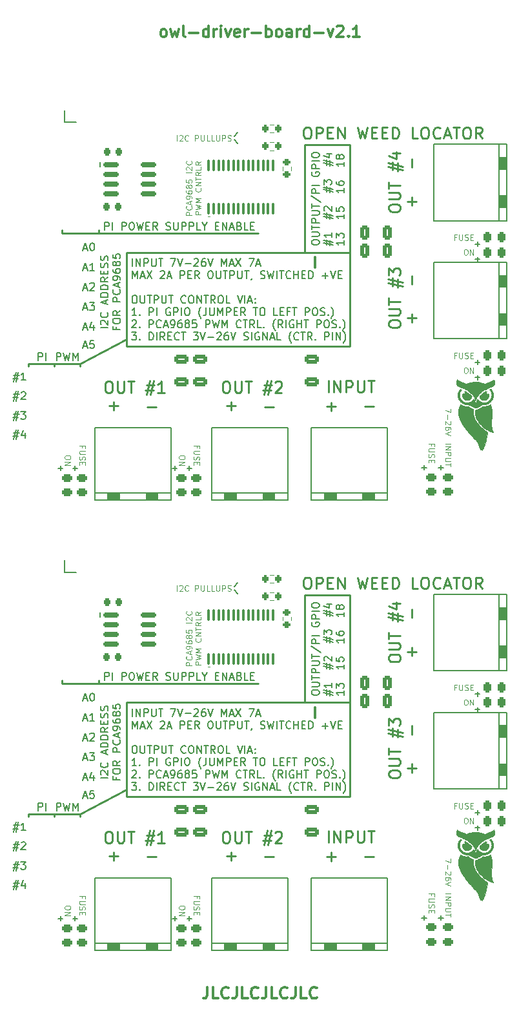
<source format=gbr>
%TF.GenerationSoftware,KiCad,Pcbnew,6.0.11+dfsg-1*%
%TF.CreationDate,2024-04-08T11:49:48+01:00*%
%TF.ProjectId,panel,70616e65-6c2e-46b6-9963-61645f706362,rev?*%
%TF.SameCoordinates,Original*%
%TF.FileFunction,Legend,Top*%
%TF.FilePolarity,Positive*%
%FSLAX46Y46*%
G04 Gerber Fmt 4.6, Leading zero omitted, Abs format (unit mm)*
G04 Created by KiCad (PCBNEW 6.0.11+dfsg-1) date 2024-04-08 11:49:48*
%MOMM*%
%LPD*%
G01*
G04 APERTURE LIST*
G04 Aperture macros list*
%AMRoundRect*
0 Rectangle with rounded corners*
0 $1 Rounding radius*
0 $2 $3 $4 $5 $6 $7 $8 $9 X,Y pos of 4 corners*
0 Add a 4 corners polygon primitive as box body*
4,1,4,$2,$3,$4,$5,$6,$7,$8,$9,$2,$3,0*
0 Add four circle primitives for the rounded corners*
1,1,$1+$1,$2,$3*
1,1,$1+$1,$4,$5*
1,1,$1+$1,$6,$7*
1,1,$1+$1,$8,$9*
0 Add four rect primitives between the rounded corners*
20,1,$1+$1,$2,$3,$4,$5,0*
20,1,$1+$1,$4,$5,$6,$7,0*
20,1,$1+$1,$6,$7,$8,$9,0*
20,1,$1+$1,$8,$9,$2,$3,0*%
%AMRotRect*
0 Rectangle, with rotation*
0 The origin of the aperture is its center*
0 $1 length*
0 $2 width*
0 $3 Rotation angle, in degrees counterclockwise*
0 Add horizontal line*
21,1,$1,$2,0,0,$3*%
%AMFreePoly0*
4,1,22,0.500000,-0.750000,0.000000,-0.750000,0.000000,-0.745033,-0.079941,-0.743568,-0.215256,-0.701293,-0.333266,-0.622738,-0.424486,-0.514219,-0.481581,-0.384460,-0.499164,-0.250000,-0.500000,-0.250000,-0.500000,0.250000,-0.499164,0.250000,-0.499963,0.256109,-0.478152,0.396186,-0.417904,0.524511,-0.324060,0.630769,-0.204165,0.706417,-0.067858,0.745374,0.000000,0.744959,0.000000,0.750000,
0.500000,0.750000,0.500000,-0.750000,0.500000,-0.750000,$1*%
%AMFreePoly1*
4,1,20,0.000000,0.744959,0.073905,0.744508,0.209726,0.703889,0.328688,0.626782,0.421226,0.519385,0.479903,0.390333,0.500000,0.250000,0.500000,-0.250000,0.499851,-0.262216,0.476331,-0.402017,0.414519,-0.529596,0.319384,-0.634700,0.198574,-0.708877,0.061801,-0.746166,0.000000,-0.745033,0.000000,-0.750000,-0.500000,-0.750000,-0.500000,0.750000,0.000000,0.750000,0.000000,0.744959,
0.000000,0.744959,$1*%
G04 Aperture macros list end*
%ADD10C,0.010000*%
%ADD11C,0.250000*%
%ADD12C,0.150000*%
%ADD13C,0.240000*%
%ADD14C,0.120000*%
%ADD15C,0.300000*%
%ADD16C,2.500000*%
%ADD17RoundRect,0.243750X0.456250X-0.243750X0.456250X0.243750X-0.456250X0.243750X-0.456250X-0.243750X0*%
%ADD18C,2.082800*%
%ADD19FreePoly0,0.000000*%
%ADD20FreePoly1,0.000000*%
%ADD21C,1.500000*%
%ADD22RoundRect,0.250000X-0.650000X0.325000X-0.650000X-0.325000X0.650000X-0.325000X0.650000X0.325000X0*%
%ADD23RoundRect,0.243750X0.243750X0.456250X-0.243750X0.456250X-0.243750X-0.456250X0.243750X-0.456250X0*%
%ADD24C,6.200000*%
%ADD25R,1.727200X1.727200*%
%ADD26O,1.727200X1.727200*%
%ADD27RoundRect,0.250000X-0.325000X-0.650000X0.325000X-0.650000X0.325000X0.650000X-0.325000X0.650000X0*%
%ADD28C,4.950000*%
%ADD29RoundRect,0.200000X-0.200000X-0.275000X0.200000X-0.275000X0.200000X0.275000X-0.200000X0.275000X0*%
%ADD30C,1.000000*%
%ADD31RoundRect,0.100000X0.100000X-0.637500X0.100000X0.637500X-0.100000X0.637500X-0.100000X-0.637500X0*%
%ADD32RoundRect,0.150000X-0.825000X-0.150000X0.825000X-0.150000X0.825000X0.150000X-0.825000X0.150000X0*%
%ADD33R,1.100000X1.100000*%
%ADD34R,3.600000X2.700000*%
%ADD35RoundRect,0.225000X-0.225000X-0.250000X0.225000X-0.250000X0.225000X0.250000X-0.225000X0.250000X0*%
%ADD36RoundRect,0.200000X0.275000X-0.200000X0.275000X0.200000X-0.275000X0.200000X-0.275000X-0.200000X0*%
%ADD37RotRect,1.600000X1.600000X335.000000*%
%ADD38C,1.600000*%
G04 APERTURE END LIST*
D10*
G36*
X178672516Y-71320528D02*
G01*
X178674670Y-71322514D01*
X178680066Y-71330182D01*
X178686766Y-71342383D01*
X178694594Y-71358645D01*
X178703371Y-71378495D01*
X178712923Y-71401459D01*
X178733640Y-71454837D01*
X178755333Y-71514995D01*
X178776586Y-71578149D01*
X178795987Y-71640512D01*
X178804551Y-71670215D01*
X178812122Y-71698301D01*
X178828166Y-71763664D01*
X178842353Y-71828881D01*
X178854702Y-71894571D01*
X178865234Y-71961356D01*
X178873969Y-72029855D01*
X178880929Y-72100689D01*
X178886132Y-72174477D01*
X178889600Y-72251840D01*
X178891353Y-72333399D01*
X178891411Y-72419773D01*
X178889795Y-72511582D01*
X178886524Y-72609448D01*
X178875104Y-72825827D01*
X178857312Y-73073871D01*
X178838998Y-73316240D01*
X178828256Y-73492516D01*
X178825125Y-73568207D01*
X178823168Y-73642182D01*
X178821813Y-73804724D01*
X178822767Y-73923192D01*
X178825944Y-74031475D01*
X178831540Y-74131436D01*
X178839751Y-74224942D01*
X178850773Y-74313856D01*
X178864801Y-74400044D01*
X178882033Y-74485371D01*
X178902663Y-74571701D01*
X178914258Y-74613791D01*
X178928758Y-74661469D01*
X178945288Y-74712259D01*
X178962973Y-74763683D01*
X178980939Y-74813262D01*
X178998312Y-74858519D01*
X179014217Y-74896977D01*
X179027780Y-74926157D01*
X179031395Y-74933337D01*
X179034767Y-74940227D01*
X179037822Y-74946661D01*
X179040487Y-74952476D01*
X179042688Y-74957506D01*
X179044351Y-74961587D01*
X179045403Y-74964556D01*
X179045677Y-74965571D01*
X179045770Y-74966246D01*
X179045706Y-74967032D01*
X179045506Y-74967737D01*
X179045351Y-74968059D01*
X179045158Y-74968360D01*
X179044926Y-74968639D01*
X179044652Y-74968897D01*
X179044336Y-74969133D01*
X179043976Y-74969347D01*
X179043118Y-74969707D01*
X179042067Y-74969975D01*
X179040812Y-74970148D01*
X179039341Y-74970223D01*
X179037643Y-74970200D01*
X179035707Y-74970074D01*
X179033520Y-74969844D01*
X179031073Y-74969507D01*
X179028352Y-74969061D01*
X179025347Y-74968504D01*
X179022047Y-74967833D01*
X179018439Y-74967045D01*
X179014513Y-74966138D01*
X179005661Y-74963960D01*
X178995398Y-74961277D01*
X178983634Y-74958072D01*
X178970276Y-74954324D01*
X178955235Y-74950015D01*
X178938418Y-74945126D01*
X178919734Y-74939636D01*
X178919711Y-74939698D01*
X178850297Y-74918355D01*
X178781857Y-74895540D01*
X178714482Y-74871289D01*
X178648262Y-74845640D01*
X178583290Y-74818628D01*
X178519655Y-74790292D01*
X178457450Y-74760666D01*
X178396766Y-74729788D01*
X178274448Y-74662404D01*
X178154678Y-74590291D01*
X178037694Y-74513689D01*
X177923737Y-74432836D01*
X177813047Y-74347973D01*
X177705864Y-74259337D01*
X177602428Y-74167168D01*
X177502978Y-74071705D01*
X177407754Y-73973187D01*
X177316998Y-73871854D01*
X177230947Y-73767944D01*
X177149843Y-73661696D01*
X177073925Y-73553349D01*
X177003434Y-73443143D01*
X176938609Y-73331317D01*
X176879689Y-73218109D01*
X176855450Y-73167586D01*
X176832896Y-73118150D01*
X176811996Y-73069689D01*
X176792719Y-73022090D01*
X176775036Y-72975242D01*
X176758915Y-72929032D01*
X176744325Y-72883348D01*
X176731236Y-72838078D01*
X176719618Y-72793109D01*
X176709438Y-72748329D01*
X176700668Y-72703627D01*
X176693275Y-72658890D01*
X176687230Y-72614006D01*
X176682501Y-72568862D01*
X176679058Y-72523346D01*
X176676870Y-72477347D01*
X176675587Y-72423885D01*
X176675613Y-72374766D01*
X176677015Y-72329153D01*
X176679865Y-72286208D01*
X176684231Y-72245093D01*
X176690184Y-72204972D01*
X176697794Y-72165006D01*
X176707130Y-72124359D01*
X176721789Y-72065219D01*
X176767379Y-72049009D01*
X176811259Y-72032400D01*
X176867381Y-72009621D01*
X176932292Y-71982191D01*
X177002541Y-71951632D01*
X177145240Y-71887212D01*
X177210785Y-71856393D01*
X177267856Y-71828529D01*
X177330242Y-71796750D01*
X177388517Y-71765939D01*
X177442827Y-71736007D01*
X177493319Y-71706870D01*
X177540140Y-71678439D01*
X177583436Y-71650628D01*
X177623356Y-71623351D01*
X177660045Y-71596520D01*
X177728555Y-71544560D01*
X177789806Y-71554060D01*
X177809144Y-71556611D01*
X177830374Y-71558564D01*
X177853240Y-71559933D01*
X177877490Y-71560732D01*
X177929131Y-71560680D01*
X177983273Y-71558522D01*
X178037890Y-71554377D01*
X178090960Y-71548359D01*
X178116282Y-71544684D01*
X178140457Y-71540585D01*
X178163234Y-71536075D01*
X178184358Y-71531170D01*
X178212349Y-71523719D01*
X178241503Y-71515196D01*
X178302304Y-71495351D01*
X178364772Y-71472475D01*
X178426916Y-71447408D01*
X178486749Y-71420990D01*
X178542281Y-71394060D01*
X178591522Y-71367457D01*
X178613162Y-71354542D01*
X178632484Y-71342023D01*
X178639151Y-71337570D01*
X178645595Y-71333416D01*
X178651657Y-71329651D01*
X178657180Y-71326367D01*
X178662009Y-71323653D01*
X178665985Y-71321603D01*
X178667605Y-71320854D01*
X178668953Y-71320305D01*
X178670009Y-71319968D01*
X178670755Y-71319853D01*
X178672516Y-71320528D01*
G37*
X178672516Y-71320528D02*
X178674670Y-71322514D01*
X178680066Y-71330182D01*
X178686766Y-71342383D01*
X178694594Y-71358645D01*
X178703371Y-71378495D01*
X178712923Y-71401459D01*
X178733640Y-71454837D01*
X178755333Y-71514995D01*
X178776586Y-71578149D01*
X178795987Y-71640512D01*
X178804551Y-71670215D01*
X178812122Y-71698301D01*
X178828166Y-71763664D01*
X178842353Y-71828881D01*
X178854702Y-71894571D01*
X178865234Y-71961356D01*
X178873969Y-72029855D01*
X178880929Y-72100689D01*
X178886132Y-72174477D01*
X178889600Y-72251840D01*
X178891353Y-72333399D01*
X178891411Y-72419773D01*
X178889795Y-72511582D01*
X178886524Y-72609448D01*
X178875104Y-72825827D01*
X178857312Y-73073871D01*
X178838998Y-73316240D01*
X178828256Y-73492516D01*
X178825125Y-73568207D01*
X178823168Y-73642182D01*
X178821813Y-73804724D01*
X178822767Y-73923192D01*
X178825944Y-74031475D01*
X178831540Y-74131436D01*
X178839751Y-74224942D01*
X178850773Y-74313856D01*
X178864801Y-74400044D01*
X178882033Y-74485371D01*
X178902663Y-74571701D01*
X178914258Y-74613791D01*
X178928758Y-74661469D01*
X178945288Y-74712259D01*
X178962973Y-74763683D01*
X178980939Y-74813262D01*
X178998312Y-74858519D01*
X179014217Y-74896977D01*
X179027780Y-74926157D01*
X179031395Y-74933337D01*
X179034767Y-74940227D01*
X179037822Y-74946661D01*
X179040487Y-74952476D01*
X179042688Y-74957506D01*
X179044351Y-74961587D01*
X179045403Y-74964556D01*
X179045677Y-74965571D01*
X179045770Y-74966246D01*
X179045706Y-74967032D01*
X179045506Y-74967737D01*
X179045351Y-74968059D01*
X179045158Y-74968360D01*
X179044926Y-74968639D01*
X179044652Y-74968897D01*
X179044336Y-74969133D01*
X179043976Y-74969347D01*
X179043118Y-74969707D01*
X179042067Y-74969975D01*
X179040812Y-74970148D01*
X179039341Y-74970223D01*
X179037643Y-74970200D01*
X179035707Y-74970074D01*
X179033520Y-74969844D01*
X179031073Y-74969507D01*
X179028352Y-74969061D01*
X179025347Y-74968504D01*
X179022047Y-74967833D01*
X179018439Y-74967045D01*
X179014513Y-74966138D01*
X179005661Y-74963960D01*
X178995398Y-74961277D01*
X178983634Y-74958072D01*
X178970276Y-74954324D01*
X178955235Y-74950015D01*
X178938418Y-74945126D01*
X178919734Y-74939636D01*
X178919711Y-74939698D01*
X178850297Y-74918355D01*
X178781857Y-74895540D01*
X178714482Y-74871289D01*
X178648262Y-74845640D01*
X178583290Y-74818628D01*
X178519655Y-74790292D01*
X178457450Y-74760666D01*
X178396766Y-74729788D01*
X178274448Y-74662404D01*
X178154678Y-74590291D01*
X178037694Y-74513689D01*
X177923737Y-74432836D01*
X177813047Y-74347973D01*
X177705864Y-74259337D01*
X177602428Y-74167168D01*
X177502978Y-74071705D01*
X177407754Y-73973187D01*
X177316998Y-73871854D01*
X177230947Y-73767944D01*
X177149843Y-73661696D01*
X177073925Y-73553349D01*
X177003434Y-73443143D01*
X176938609Y-73331317D01*
X176879689Y-73218109D01*
X176855450Y-73167586D01*
X176832896Y-73118150D01*
X176811996Y-73069689D01*
X176792719Y-73022090D01*
X176775036Y-72975242D01*
X176758915Y-72929032D01*
X176744325Y-72883348D01*
X176731236Y-72838078D01*
X176719618Y-72793109D01*
X176709438Y-72748329D01*
X176700668Y-72703627D01*
X176693275Y-72658890D01*
X176687230Y-72614006D01*
X176682501Y-72568862D01*
X176679058Y-72523346D01*
X176676870Y-72477347D01*
X176675587Y-72423885D01*
X176675613Y-72374766D01*
X176677015Y-72329153D01*
X176679865Y-72286208D01*
X176684231Y-72245093D01*
X176690184Y-72204972D01*
X176697794Y-72165006D01*
X176707130Y-72124359D01*
X176721789Y-72065219D01*
X176767379Y-72049009D01*
X176811259Y-72032400D01*
X176867381Y-72009621D01*
X176932292Y-71982191D01*
X177002541Y-71951632D01*
X177145240Y-71887212D01*
X177210785Y-71856393D01*
X177267856Y-71828529D01*
X177330242Y-71796750D01*
X177388517Y-71765939D01*
X177442827Y-71736007D01*
X177493319Y-71706870D01*
X177540140Y-71678439D01*
X177583436Y-71650628D01*
X177623356Y-71623351D01*
X177660045Y-71596520D01*
X177728555Y-71544560D01*
X177789806Y-71554060D01*
X177809144Y-71556611D01*
X177830374Y-71558564D01*
X177853240Y-71559933D01*
X177877490Y-71560732D01*
X177929131Y-71560680D01*
X177983273Y-71558522D01*
X178037890Y-71554377D01*
X178090960Y-71548359D01*
X178116282Y-71544684D01*
X178140457Y-71540585D01*
X178163234Y-71536075D01*
X178184358Y-71531170D01*
X178212349Y-71523719D01*
X178241503Y-71515196D01*
X178302304Y-71495351D01*
X178364772Y-71472475D01*
X178426916Y-71447408D01*
X178486749Y-71420990D01*
X178542281Y-71394060D01*
X178591522Y-71367457D01*
X178613162Y-71354542D01*
X178632484Y-71342023D01*
X178639151Y-71337570D01*
X178645595Y-71333416D01*
X178651657Y-71329651D01*
X178657180Y-71326367D01*
X178662009Y-71323653D01*
X178665985Y-71321603D01*
X178667605Y-71320854D01*
X178668953Y-71320305D01*
X178670009Y-71319968D01*
X178670755Y-71319853D01*
X178672516Y-71320528D01*
G36*
X178672516Y-130320528D02*
G01*
X178674670Y-130322514D01*
X178680066Y-130330182D01*
X178686766Y-130342383D01*
X178694594Y-130358645D01*
X178703371Y-130378495D01*
X178712923Y-130401459D01*
X178733640Y-130454837D01*
X178755333Y-130514995D01*
X178776586Y-130578149D01*
X178795987Y-130640512D01*
X178804551Y-130670215D01*
X178812122Y-130698301D01*
X178828166Y-130763664D01*
X178842353Y-130828881D01*
X178854702Y-130894571D01*
X178865234Y-130961356D01*
X178873969Y-131029855D01*
X178880929Y-131100689D01*
X178886132Y-131174477D01*
X178889600Y-131251840D01*
X178891353Y-131333399D01*
X178891411Y-131419773D01*
X178889795Y-131511582D01*
X178886524Y-131609448D01*
X178875104Y-131825827D01*
X178857312Y-132073871D01*
X178838998Y-132316240D01*
X178828256Y-132492516D01*
X178825125Y-132568207D01*
X178823168Y-132642182D01*
X178821813Y-132804724D01*
X178822767Y-132923192D01*
X178825944Y-133031475D01*
X178831540Y-133131436D01*
X178839751Y-133224942D01*
X178850773Y-133313856D01*
X178864801Y-133400044D01*
X178882033Y-133485371D01*
X178902663Y-133571701D01*
X178914258Y-133613791D01*
X178928758Y-133661469D01*
X178945288Y-133712259D01*
X178962973Y-133763683D01*
X178980939Y-133813262D01*
X178998312Y-133858519D01*
X179014217Y-133896977D01*
X179027780Y-133926157D01*
X179031395Y-133933337D01*
X179034767Y-133940227D01*
X179037822Y-133946661D01*
X179040487Y-133952476D01*
X179042688Y-133957506D01*
X179044351Y-133961587D01*
X179045403Y-133964556D01*
X179045677Y-133965571D01*
X179045770Y-133966246D01*
X179045706Y-133967032D01*
X179045506Y-133967737D01*
X179045351Y-133968059D01*
X179045158Y-133968360D01*
X179044926Y-133968639D01*
X179044652Y-133968897D01*
X179044336Y-133969133D01*
X179043976Y-133969347D01*
X179043118Y-133969707D01*
X179042067Y-133969975D01*
X179040812Y-133970148D01*
X179039341Y-133970223D01*
X179037643Y-133970200D01*
X179035707Y-133970074D01*
X179033520Y-133969844D01*
X179031073Y-133969507D01*
X179028352Y-133969061D01*
X179025347Y-133968504D01*
X179022047Y-133967833D01*
X179018439Y-133967045D01*
X179014513Y-133966138D01*
X179005661Y-133963960D01*
X178995398Y-133961277D01*
X178983634Y-133958072D01*
X178970276Y-133954324D01*
X178955235Y-133950015D01*
X178938418Y-133945126D01*
X178919734Y-133939636D01*
X178919711Y-133939698D01*
X178850297Y-133918355D01*
X178781857Y-133895540D01*
X178714482Y-133871289D01*
X178648262Y-133845640D01*
X178583290Y-133818628D01*
X178519655Y-133790292D01*
X178457450Y-133760666D01*
X178396766Y-133729788D01*
X178274448Y-133662404D01*
X178154678Y-133590291D01*
X178037694Y-133513689D01*
X177923737Y-133432836D01*
X177813047Y-133347973D01*
X177705864Y-133259337D01*
X177602428Y-133167168D01*
X177502978Y-133071705D01*
X177407754Y-132973187D01*
X177316998Y-132871854D01*
X177230947Y-132767944D01*
X177149843Y-132661696D01*
X177073925Y-132553349D01*
X177003434Y-132443143D01*
X176938609Y-132331317D01*
X176879689Y-132218109D01*
X176855450Y-132167586D01*
X176832896Y-132118150D01*
X176811996Y-132069689D01*
X176792719Y-132022090D01*
X176775036Y-131975242D01*
X176758915Y-131929032D01*
X176744325Y-131883348D01*
X176731236Y-131838078D01*
X176719618Y-131793109D01*
X176709438Y-131748329D01*
X176700668Y-131703627D01*
X176693275Y-131658890D01*
X176687230Y-131614006D01*
X176682501Y-131568862D01*
X176679058Y-131523346D01*
X176676870Y-131477347D01*
X176675587Y-131423885D01*
X176675613Y-131374766D01*
X176677015Y-131329153D01*
X176679865Y-131286208D01*
X176684231Y-131245093D01*
X176690184Y-131204972D01*
X176697794Y-131165006D01*
X176707130Y-131124359D01*
X176721789Y-131065219D01*
X176767379Y-131049009D01*
X176811259Y-131032400D01*
X176867381Y-131009621D01*
X176932292Y-130982191D01*
X177002541Y-130951632D01*
X177145240Y-130887212D01*
X177210785Y-130856393D01*
X177267856Y-130828529D01*
X177330242Y-130796750D01*
X177388517Y-130765939D01*
X177442827Y-130736007D01*
X177493319Y-130706870D01*
X177540140Y-130678439D01*
X177583436Y-130650628D01*
X177623356Y-130623351D01*
X177660045Y-130596520D01*
X177728555Y-130544560D01*
X177789806Y-130554060D01*
X177809144Y-130556611D01*
X177830374Y-130558564D01*
X177853240Y-130559933D01*
X177877490Y-130560732D01*
X177929131Y-130560680D01*
X177983273Y-130558522D01*
X178037890Y-130554377D01*
X178090960Y-130548359D01*
X178116282Y-130544684D01*
X178140457Y-130540585D01*
X178163234Y-130536075D01*
X178184358Y-130531170D01*
X178212349Y-130523719D01*
X178241503Y-130515196D01*
X178302304Y-130495351D01*
X178364772Y-130472475D01*
X178426916Y-130447408D01*
X178486749Y-130420990D01*
X178542281Y-130394060D01*
X178591522Y-130367457D01*
X178613162Y-130354542D01*
X178632484Y-130342023D01*
X178639151Y-130337570D01*
X178645595Y-130333416D01*
X178651657Y-130329651D01*
X178657180Y-130326367D01*
X178662009Y-130323653D01*
X178665985Y-130321603D01*
X178667605Y-130320854D01*
X178668953Y-130320305D01*
X178670009Y-130319968D01*
X178670755Y-130319853D01*
X178672516Y-130320528D01*
G37*
X178672516Y-130320528D02*
X178674670Y-130322514D01*
X178680066Y-130330182D01*
X178686766Y-130342383D01*
X178694594Y-130358645D01*
X178703371Y-130378495D01*
X178712923Y-130401459D01*
X178733640Y-130454837D01*
X178755333Y-130514995D01*
X178776586Y-130578149D01*
X178795987Y-130640512D01*
X178804551Y-130670215D01*
X178812122Y-130698301D01*
X178828166Y-130763664D01*
X178842353Y-130828881D01*
X178854702Y-130894571D01*
X178865234Y-130961356D01*
X178873969Y-131029855D01*
X178880929Y-131100689D01*
X178886132Y-131174477D01*
X178889600Y-131251840D01*
X178891353Y-131333399D01*
X178891411Y-131419773D01*
X178889795Y-131511582D01*
X178886524Y-131609448D01*
X178875104Y-131825827D01*
X178857312Y-132073871D01*
X178838998Y-132316240D01*
X178828256Y-132492516D01*
X178825125Y-132568207D01*
X178823168Y-132642182D01*
X178821813Y-132804724D01*
X178822767Y-132923192D01*
X178825944Y-133031475D01*
X178831540Y-133131436D01*
X178839751Y-133224942D01*
X178850773Y-133313856D01*
X178864801Y-133400044D01*
X178882033Y-133485371D01*
X178902663Y-133571701D01*
X178914258Y-133613791D01*
X178928758Y-133661469D01*
X178945288Y-133712259D01*
X178962973Y-133763683D01*
X178980939Y-133813262D01*
X178998312Y-133858519D01*
X179014217Y-133896977D01*
X179027780Y-133926157D01*
X179031395Y-133933337D01*
X179034767Y-133940227D01*
X179037822Y-133946661D01*
X179040487Y-133952476D01*
X179042688Y-133957506D01*
X179044351Y-133961587D01*
X179045403Y-133964556D01*
X179045677Y-133965571D01*
X179045770Y-133966246D01*
X179045706Y-133967032D01*
X179045506Y-133967737D01*
X179045351Y-133968059D01*
X179045158Y-133968360D01*
X179044926Y-133968639D01*
X179044652Y-133968897D01*
X179044336Y-133969133D01*
X179043976Y-133969347D01*
X179043118Y-133969707D01*
X179042067Y-133969975D01*
X179040812Y-133970148D01*
X179039341Y-133970223D01*
X179037643Y-133970200D01*
X179035707Y-133970074D01*
X179033520Y-133969844D01*
X179031073Y-133969507D01*
X179028352Y-133969061D01*
X179025347Y-133968504D01*
X179022047Y-133967833D01*
X179018439Y-133967045D01*
X179014513Y-133966138D01*
X179005661Y-133963960D01*
X178995398Y-133961277D01*
X178983634Y-133958072D01*
X178970276Y-133954324D01*
X178955235Y-133950015D01*
X178938418Y-133945126D01*
X178919734Y-133939636D01*
X178919711Y-133939698D01*
X178850297Y-133918355D01*
X178781857Y-133895540D01*
X178714482Y-133871289D01*
X178648262Y-133845640D01*
X178583290Y-133818628D01*
X178519655Y-133790292D01*
X178457450Y-133760666D01*
X178396766Y-133729788D01*
X178274448Y-133662404D01*
X178154678Y-133590291D01*
X178037694Y-133513689D01*
X177923737Y-133432836D01*
X177813047Y-133347973D01*
X177705864Y-133259337D01*
X177602428Y-133167168D01*
X177502978Y-133071705D01*
X177407754Y-132973187D01*
X177316998Y-132871854D01*
X177230947Y-132767944D01*
X177149843Y-132661696D01*
X177073925Y-132553349D01*
X177003434Y-132443143D01*
X176938609Y-132331317D01*
X176879689Y-132218109D01*
X176855450Y-132167586D01*
X176832896Y-132118150D01*
X176811996Y-132069689D01*
X176792719Y-132022090D01*
X176775036Y-131975242D01*
X176758915Y-131929032D01*
X176744325Y-131883348D01*
X176731236Y-131838078D01*
X176719618Y-131793109D01*
X176709438Y-131748329D01*
X176700668Y-131703627D01*
X176693275Y-131658890D01*
X176687230Y-131614006D01*
X176682501Y-131568862D01*
X176679058Y-131523346D01*
X176676870Y-131477347D01*
X176675587Y-131423885D01*
X176675613Y-131374766D01*
X176677015Y-131329153D01*
X176679865Y-131286208D01*
X176684231Y-131245093D01*
X176690184Y-131204972D01*
X176697794Y-131165006D01*
X176707130Y-131124359D01*
X176721789Y-131065219D01*
X176767379Y-131049009D01*
X176811259Y-131032400D01*
X176867381Y-131009621D01*
X176932292Y-130982191D01*
X177002541Y-130951632D01*
X177145240Y-130887212D01*
X177210785Y-130856393D01*
X177267856Y-130828529D01*
X177330242Y-130796750D01*
X177388517Y-130765939D01*
X177442827Y-130736007D01*
X177493319Y-130706870D01*
X177540140Y-130678439D01*
X177583436Y-130650628D01*
X177623356Y-130623351D01*
X177660045Y-130596520D01*
X177728555Y-130544560D01*
X177789806Y-130554060D01*
X177809144Y-130556611D01*
X177830374Y-130558564D01*
X177853240Y-130559933D01*
X177877490Y-130560732D01*
X177929131Y-130560680D01*
X177983273Y-130558522D01*
X178037890Y-130554377D01*
X178090960Y-130548359D01*
X178116282Y-130544684D01*
X178140457Y-130540585D01*
X178163234Y-130536075D01*
X178184358Y-130531170D01*
X178212349Y-130523719D01*
X178241503Y-130515196D01*
X178302304Y-130495351D01*
X178364772Y-130472475D01*
X178426916Y-130447408D01*
X178486749Y-130420990D01*
X178542281Y-130394060D01*
X178591522Y-130367457D01*
X178613162Y-130354542D01*
X178632484Y-130342023D01*
X178639151Y-130337570D01*
X178645595Y-130333416D01*
X178651657Y-130329651D01*
X178657180Y-130326367D01*
X178662009Y-130323653D01*
X178665985Y-130321603D01*
X178667605Y-130320854D01*
X178668953Y-130320305D01*
X178670009Y-130319968D01*
X178670755Y-130319853D01*
X178672516Y-130320528D01*
G36*
X174776596Y-71324515D02*
G01*
X174777833Y-71324623D01*
X174779152Y-71324835D01*
X174780558Y-71325152D01*
X174782055Y-71325577D01*
X174783649Y-71326110D01*
X174785344Y-71326753D01*
X174787145Y-71327508D01*
X174789057Y-71328377D01*
X174791085Y-71329362D01*
X174793232Y-71330464D01*
X174795505Y-71331684D01*
X174797908Y-71333025D01*
X174800446Y-71334489D01*
X174805945Y-71337789D01*
X174812041Y-71341599D01*
X174818771Y-71345931D01*
X174826175Y-71350799D01*
X174839131Y-71359037D01*
X174854267Y-71368034D01*
X174889935Y-71387759D01*
X174930891Y-71408889D01*
X174974850Y-71430337D01*
X175019525Y-71451017D01*
X175062630Y-71469841D01*
X175101879Y-71485723D01*
X175119343Y-71492221D01*
X175134986Y-71497577D01*
X175171318Y-71508787D01*
X175207832Y-71518969D01*
X175244447Y-71528113D01*
X175281080Y-71536214D01*
X175317647Y-71543262D01*
X175354066Y-71549250D01*
X175390253Y-71554172D01*
X175426127Y-71558018D01*
X175461603Y-71560781D01*
X175496600Y-71562454D01*
X175531034Y-71563030D01*
X175564823Y-71562499D01*
X175597883Y-71560855D01*
X175630131Y-71558090D01*
X175661486Y-71554196D01*
X175691863Y-71549167D01*
X175696775Y-71548331D01*
X175701367Y-71547766D01*
X175703572Y-71547599D01*
X175705731Y-71547517D01*
X175707858Y-71547525D01*
X175709962Y-71547628D01*
X175712056Y-71547833D01*
X175714152Y-71548144D01*
X175716262Y-71548568D01*
X175718396Y-71549110D01*
X175720567Y-71549775D01*
X175722786Y-71550570D01*
X175725066Y-71551499D01*
X175727417Y-71552569D01*
X175729851Y-71553784D01*
X175732381Y-71555151D01*
X175735017Y-71556675D01*
X175737772Y-71558361D01*
X175743684Y-71562245D01*
X175750210Y-71566846D01*
X175757444Y-71572209D01*
X175765478Y-71578378D01*
X175774407Y-71585400D01*
X175784324Y-71593317D01*
X175807104Y-71611035D01*
X175831937Y-71629287D01*
X175858731Y-71648020D01*
X175887392Y-71667180D01*
X175949945Y-71706572D01*
X176018851Y-71747039D01*
X176093365Y-71788158D01*
X176172742Y-71829506D01*
X176256238Y-71870658D01*
X176343108Y-71911192D01*
X176416599Y-71944826D01*
X176439584Y-71955557D01*
X176448772Y-71960091D01*
X176448892Y-71960330D01*
X176448973Y-71960818D01*
X176449019Y-71962513D01*
X176448915Y-71965127D01*
X176448669Y-71968608D01*
X176447773Y-71977967D01*
X176446381Y-71990183D01*
X176444542Y-72004848D01*
X176442308Y-72021555D01*
X176439727Y-72039895D01*
X176436851Y-72059461D01*
X176428562Y-72125488D01*
X176423411Y-72192828D01*
X176421388Y-72261422D01*
X176422479Y-72331208D01*
X176426672Y-72402125D01*
X176433956Y-72474114D01*
X176444317Y-72547112D01*
X176457743Y-72621058D01*
X176474223Y-72695893D01*
X176493744Y-72771555D01*
X176516294Y-72847983D01*
X176541860Y-72925116D01*
X176570431Y-73002893D01*
X176601994Y-73081254D01*
X176636536Y-73160137D01*
X176674047Y-73239482D01*
X176723846Y-73337291D01*
X176776607Y-73433519D01*
X176832384Y-73528227D01*
X176891227Y-73621478D01*
X176953190Y-73713334D01*
X177018324Y-73803857D01*
X177086681Y-73893108D01*
X177158314Y-73981151D01*
X177233274Y-74068047D01*
X177311613Y-74153859D01*
X177393384Y-74238649D01*
X177478639Y-74322478D01*
X177567429Y-74405409D01*
X177659808Y-74487504D01*
X177755826Y-74568826D01*
X177855537Y-74649436D01*
X177894472Y-74679146D01*
X177941069Y-74712907D01*
X177993816Y-74749711D01*
X178051203Y-74788548D01*
X178111718Y-74828410D01*
X178173850Y-74868290D01*
X178236088Y-74907178D01*
X178296922Y-74944066D01*
X178301679Y-74946962D01*
X178305983Y-74949710D01*
X178309847Y-74952330D01*
X178313287Y-74954842D01*
X178316316Y-74957264D01*
X178318949Y-74959615D01*
X178321200Y-74961915D01*
X178323084Y-74964182D01*
X178323893Y-74965310D01*
X178324615Y-74966437D01*
X178325253Y-74967565D01*
X178325809Y-74968698D01*
X178326283Y-74969836D01*
X178326678Y-74970984D01*
X178326996Y-74972143D01*
X178327238Y-74973315D01*
X178327406Y-74974503D01*
X178327503Y-74975709D01*
X178327529Y-74976936D01*
X178327487Y-74978186D01*
X178327206Y-74980766D01*
X178326673Y-74983466D01*
X178321636Y-75007784D01*
X178311278Y-75059964D01*
X178280612Y-75217228D01*
X178222354Y-75500000D01*
X178154987Y-75797569D01*
X178085272Y-76081270D01*
X178051648Y-76208963D01*
X178019971Y-76322439D01*
X177950000Y-76552744D01*
X177881088Y-76756648D01*
X177847187Y-76848370D01*
X177813741Y-76933098D01*
X177780813Y-77010698D01*
X177748465Y-77081039D01*
X177716762Y-77143991D01*
X177685767Y-77199420D01*
X177655542Y-77247196D01*
X177626151Y-77287187D01*
X177597658Y-77319261D01*
X177570126Y-77343287D01*
X177543617Y-77359133D01*
X177518195Y-77366667D01*
X177512279Y-77367424D01*
X177506955Y-77367978D01*
X177502134Y-77368281D01*
X177499884Y-77368325D01*
X177497727Y-77368288D01*
X177495652Y-77368166D01*
X177493647Y-77367952D01*
X177491701Y-77367640D01*
X177489804Y-77367225D01*
X177487943Y-77366701D01*
X177486109Y-77366062D01*
X177484289Y-77365302D01*
X177482473Y-77364415D01*
X177480650Y-77363396D01*
X177478809Y-77362239D01*
X177476938Y-77360938D01*
X177475026Y-77359486D01*
X177473063Y-77357879D01*
X177471037Y-77356111D01*
X177466752Y-77352066D01*
X177462084Y-77347304D01*
X177456942Y-77341780D01*
X177451238Y-77335446D01*
X177444884Y-77328256D01*
X177444898Y-77328270D01*
X177429516Y-77309444D01*
X177413634Y-77287360D01*
X177397269Y-77262055D01*
X177380438Y-77233570D01*
X177363159Y-77201944D01*
X177345449Y-77167217D01*
X177327326Y-77129427D01*
X177308807Y-77088615D01*
X177289909Y-77044820D01*
X177270650Y-76998081D01*
X177251048Y-76948437D01*
X177231119Y-76895929D01*
X177210881Y-76840596D01*
X177190352Y-76782476D01*
X177148490Y-76658037D01*
X177094819Y-76494877D01*
X177055989Y-76379068D01*
X177027730Y-76296978D01*
X176746617Y-76007679D01*
X176553984Y-75808086D01*
X176393036Y-75637562D01*
X176236503Y-75466790D01*
X176057117Y-75266456D01*
X175961899Y-75158362D01*
X175869801Y-75051194D01*
X175763166Y-74924144D01*
X175624339Y-74756404D01*
X175577264Y-74697578D01*
X175518599Y-74621599D01*
X175382167Y-74439437D01*
X175246389Y-74252426D01*
X175188541Y-74170387D01*
X175142610Y-74103077D01*
X175073723Y-73997606D01*
X175008911Y-73894573D01*
X174948109Y-73793833D01*
X174891254Y-73695240D01*
X174838281Y-73598648D01*
X174789127Y-73503911D01*
X174743726Y-73410883D01*
X174702015Y-73319418D01*
X174663930Y-73229371D01*
X174629407Y-73140595D01*
X174598382Y-73052945D01*
X174570790Y-72966276D01*
X174546567Y-72880440D01*
X174525650Y-72795293D01*
X174507973Y-72710687D01*
X174493474Y-72626479D01*
X174489301Y-72595976D01*
X174485741Y-72562975D01*
X174480451Y-72490928D01*
X174477577Y-72413246D01*
X174477094Y-72332834D01*
X174478978Y-72252598D01*
X174483203Y-72175445D01*
X174489743Y-72104281D01*
X174493874Y-72071852D01*
X174498574Y-72042011D01*
X174508808Y-71987285D01*
X174519989Y-71934568D01*
X174532239Y-71883439D01*
X174545677Y-71833477D01*
X174560423Y-71784261D01*
X174576597Y-71735369D01*
X174594318Y-71686380D01*
X174613706Y-71636872D01*
X174629280Y-71600216D01*
X174648142Y-71558531D01*
X174669162Y-71514081D01*
X174691208Y-71469134D01*
X174713150Y-71425955D01*
X174733856Y-71386809D01*
X174752195Y-71353962D01*
X174767036Y-71329679D01*
X174767686Y-71328759D01*
X174768366Y-71327925D01*
X174769080Y-71327176D01*
X174769833Y-71326517D01*
X174770630Y-71325947D01*
X174771475Y-71325469D01*
X174772373Y-71325084D01*
X174773330Y-71324795D01*
X174774349Y-71324603D01*
X174775437Y-71324509D01*
X174776596Y-71324515D01*
G37*
X174776596Y-71324515D02*
X174777833Y-71324623D01*
X174779152Y-71324835D01*
X174780558Y-71325152D01*
X174782055Y-71325577D01*
X174783649Y-71326110D01*
X174785344Y-71326753D01*
X174787145Y-71327508D01*
X174789057Y-71328377D01*
X174791085Y-71329362D01*
X174793232Y-71330464D01*
X174795505Y-71331684D01*
X174797908Y-71333025D01*
X174800446Y-71334489D01*
X174805945Y-71337789D01*
X174812041Y-71341599D01*
X174818771Y-71345931D01*
X174826175Y-71350799D01*
X174839131Y-71359037D01*
X174854267Y-71368034D01*
X174889935Y-71387759D01*
X174930891Y-71408889D01*
X174974850Y-71430337D01*
X175019525Y-71451017D01*
X175062630Y-71469841D01*
X175101879Y-71485723D01*
X175119343Y-71492221D01*
X175134986Y-71497577D01*
X175171318Y-71508787D01*
X175207832Y-71518969D01*
X175244447Y-71528113D01*
X175281080Y-71536214D01*
X175317647Y-71543262D01*
X175354066Y-71549250D01*
X175390253Y-71554172D01*
X175426127Y-71558018D01*
X175461603Y-71560781D01*
X175496600Y-71562454D01*
X175531034Y-71563030D01*
X175564823Y-71562499D01*
X175597883Y-71560855D01*
X175630131Y-71558090D01*
X175661486Y-71554196D01*
X175691863Y-71549167D01*
X175696775Y-71548331D01*
X175701367Y-71547766D01*
X175703572Y-71547599D01*
X175705731Y-71547517D01*
X175707858Y-71547525D01*
X175709962Y-71547628D01*
X175712056Y-71547833D01*
X175714152Y-71548144D01*
X175716262Y-71548568D01*
X175718396Y-71549110D01*
X175720567Y-71549775D01*
X175722786Y-71550570D01*
X175725066Y-71551499D01*
X175727417Y-71552569D01*
X175729851Y-71553784D01*
X175732381Y-71555151D01*
X175735017Y-71556675D01*
X175737772Y-71558361D01*
X175743684Y-71562245D01*
X175750210Y-71566846D01*
X175757444Y-71572209D01*
X175765478Y-71578378D01*
X175774407Y-71585400D01*
X175784324Y-71593317D01*
X175807104Y-71611035D01*
X175831937Y-71629287D01*
X175858731Y-71648020D01*
X175887392Y-71667180D01*
X175949945Y-71706572D01*
X176018851Y-71747039D01*
X176093365Y-71788158D01*
X176172742Y-71829506D01*
X176256238Y-71870658D01*
X176343108Y-71911192D01*
X176416599Y-71944826D01*
X176439584Y-71955557D01*
X176448772Y-71960091D01*
X176448892Y-71960330D01*
X176448973Y-71960818D01*
X176449019Y-71962513D01*
X176448915Y-71965127D01*
X176448669Y-71968608D01*
X176447773Y-71977967D01*
X176446381Y-71990183D01*
X176444542Y-72004848D01*
X176442308Y-72021555D01*
X176439727Y-72039895D01*
X176436851Y-72059461D01*
X176428562Y-72125488D01*
X176423411Y-72192828D01*
X176421388Y-72261422D01*
X176422479Y-72331208D01*
X176426672Y-72402125D01*
X176433956Y-72474114D01*
X176444317Y-72547112D01*
X176457743Y-72621058D01*
X176474223Y-72695893D01*
X176493744Y-72771555D01*
X176516294Y-72847983D01*
X176541860Y-72925116D01*
X176570431Y-73002893D01*
X176601994Y-73081254D01*
X176636536Y-73160137D01*
X176674047Y-73239482D01*
X176723846Y-73337291D01*
X176776607Y-73433519D01*
X176832384Y-73528227D01*
X176891227Y-73621478D01*
X176953190Y-73713334D01*
X177018324Y-73803857D01*
X177086681Y-73893108D01*
X177158314Y-73981151D01*
X177233274Y-74068047D01*
X177311613Y-74153859D01*
X177393384Y-74238649D01*
X177478639Y-74322478D01*
X177567429Y-74405409D01*
X177659808Y-74487504D01*
X177755826Y-74568826D01*
X177855537Y-74649436D01*
X177894472Y-74679146D01*
X177941069Y-74712907D01*
X177993816Y-74749711D01*
X178051203Y-74788548D01*
X178111718Y-74828410D01*
X178173850Y-74868290D01*
X178236088Y-74907178D01*
X178296922Y-74944066D01*
X178301679Y-74946962D01*
X178305983Y-74949710D01*
X178309847Y-74952330D01*
X178313287Y-74954842D01*
X178316316Y-74957264D01*
X178318949Y-74959615D01*
X178321200Y-74961915D01*
X178323084Y-74964182D01*
X178323893Y-74965310D01*
X178324615Y-74966437D01*
X178325253Y-74967565D01*
X178325809Y-74968698D01*
X178326283Y-74969836D01*
X178326678Y-74970984D01*
X178326996Y-74972143D01*
X178327238Y-74973315D01*
X178327406Y-74974503D01*
X178327503Y-74975709D01*
X178327529Y-74976936D01*
X178327487Y-74978186D01*
X178327206Y-74980766D01*
X178326673Y-74983466D01*
X178321636Y-75007784D01*
X178311278Y-75059964D01*
X178280612Y-75217228D01*
X178222354Y-75500000D01*
X178154987Y-75797569D01*
X178085272Y-76081270D01*
X178051648Y-76208963D01*
X178019971Y-76322439D01*
X177950000Y-76552744D01*
X177881088Y-76756648D01*
X177847187Y-76848370D01*
X177813741Y-76933098D01*
X177780813Y-77010698D01*
X177748465Y-77081039D01*
X177716762Y-77143991D01*
X177685767Y-77199420D01*
X177655542Y-77247196D01*
X177626151Y-77287187D01*
X177597658Y-77319261D01*
X177570126Y-77343287D01*
X177543617Y-77359133D01*
X177518195Y-77366667D01*
X177512279Y-77367424D01*
X177506955Y-77367978D01*
X177502134Y-77368281D01*
X177499884Y-77368325D01*
X177497727Y-77368288D01*
X177495652Y-77368166D01*
X177493647Y-77367952D01*
X177491701Y-77367640D01*
X177489804Y-77367225D01*
X177487943Y-77366701D01*
X177486109Y-77366062D01*
X177484289Y-77365302D01*
X177482473Y-77364415D01*
X177480650Y-77363396D01*
X177478809Y-77362239D01*
X177476938Y-77360938D01*
X177475026Y-77359486D01*
X177473063Y-77357879D01*
X177471037Y-77356111D01*
X177466752Y-77352066D01*
X177462084Y-77347304D01*
X177456942Y-77341780D01*
X177451238Y-77335446D01*
X177444884Y-77328256D01*
X177444898Y-77328270D01*
X177429516Y-77309444D01*
X177413634Y-77287360D01*
X177397269Y-77262055D01*
X177380438Y-77233570D01*
X177363159Y-77201944D01*
X177345449Y-77167217D01*
X177327326Y-77129427D01*
X177308807Y-77088615D01*
X177289909Y-77044820D01*
X177270650Y-76998081D01*
X177251048Y-76948437D01*
X177231119Y-76895929D01*
X177210881Y-76840596D01*
X177190352Y-76782476D01*
X177148490Y-76658037D01*
X177094819Y-76494877D01*
X177055989Y-76379068D01*
X177027730Y-76296978D01*
X176746617Y-76007679D01*
X176553984Y-75808086D01*
X176393036Y-75637562D01*
X176236503Y-75466790D01*
X176057117Y-75266456D01*
X175961899Y-75158362D01*
X175869801Y-75051194D01*
X175763166Y-74924144D01*
X175624339Y-74756404D01*
X175577264Y-74697578D01*
X175518599Y-74621599D01*
X175382167Y-74439437D01*
X175246389Y-74252426D01*
X175188541Y-74170387D01*
X175142610Y-74103077D01*
X175073723Y-73997606D01*
X175008911Y-73894573D01*
X174948109Y-73793833D01*
X174891254Y-73695240D01*
X174838281Y-73598648D01*
X174789127Y-73503911D01*
X174743726Y-73410883D01*
X174702015Y-73319418D01*
X174663930Y-73229371D01*
X174629407Y-73140595D01*
X174598382Y-73052945D01*
X174570790Y-72966276D01*
X174546567Y-72880440D01*
X174525650Y-72795293D01*
X174507973Y-72710687D01*
X174493474Y-72626479D01*
X174489301Y-72595976D01*
X174485741Y-72562975D01*
X174480451Y-72490928D01*
X174477577Y-72413246D01*
X174477094Y-72332834D01*
X174478978Y-72252598D01*
X174483203Y-72175445D01*
X174489743Y-72104281D01*
X174493874Y-72071852D01*
X174498574Y-72042011D01*
X174508808Y-71987285D01*
X174519989Y-71934568D01*
X174532239Y-71883439D01*
X174545677Y-71833477D01*
X174560423Y-71784261D01*
X174576597Y-71735369D01*
X174594318Y-71686380D01*
X174613706Y-71636872D01*
X174629280Y-71600216D01*
X174648142Y-71558531D01*
X174669162Y-71514081D01*
X174691208Y-71469134D01*
X174713150Y-71425955D01*
X174733856Y-71386809D01*
X174752195Y-71353962D01*
X174767036Y-71329679D01*
X174767686Y-71328759D01*
X174768366Y-71327925D01*
X174769080Y-71327176D01*
X174769833Y-71326517D01*
X174770630Y-71325947D01*
X174771475Y-71325469D01*
X174772373Y-71325084D01*
X174773330Y-71324795D01*
X174774349Y-71324603D01*
X174775437Y-71324509D01*
X174776596Y-71324515D01*
G36*
X174776596Y-130324515D02*
G01*
X174777833Y-130324623D01*
X174779152Y-130324835D01*
X174780558Y-130325152D01*
X174782055Y-130325577D01*
X174783649Y-130326110D01*
X174785344Y-130326753D01*
X174787145Y-130327508D01*
X174789057Y-130328377D01*
X174791085Y-130329362D01*
X174793232Y-130330464D01*
X174795505Y-130331684D01*
X174797908Y-130333025D01*
X174800446Y-130334489D01*
X174805945Y-130337789D01*
X174812041Y-130341599D01*
X174818771Y-130345931D01*
X174826175Y-130350799D01*
X174839131Y-130359037D01*
X174854267Y-130368034D01*
X174889935Y-130387759D01*
X174930891Y-130408889D01*
X174974850Y-130430337D01*
X175019525Y-130451017D01*
X175062630Y-130469841D01*
X175101879Y-130485723D01*
X175119343Y-130492221D01*
X175134986Y-130497577D01*
X175171318Y-130508787D01*
X175207832Y-130518969D01*
X175244447Y-130528113D01*
X175281080Y-130536214D01*
X175317647Y-130543262D01*
X175354066Y-130549250D01*
X175390253Y-130554172D01*
X175426127Y-130558018D01*
X175461603Y-130560781D01*
X175496600Y-130562454D01*
X175531034Y-130563030D01*
X175564823Y-130562499D01*
X175597883Y-130560855D01*
X175630131Y-130558090D01*
X175661486Y-130554196D01*
X175691863Y-130549167D01*
X175696775Y-130548331D01*
X175701367Y-130547766D01*
X175703572Y-130547599D01*
X175705731Y-130547517D01*
X175707858Y-130547525D01*
X175709962Y-130547628D01*
X175712056Y-130547833D01*
X175714152Y-130548144D01*
X175716262Y-130548568D01*
X175718396Y-130549110D01*
X175720567Y-130549775D01*
X175722786Y-130550570D01*
X175725066Y-130551499D01*
X175727417Y-130552569D01*
X175729851Y-130553784D01*
X175732381Y-130555151D01*
X175735017Y-130556675D01*
X175737772Y-130558361D01*
X175743684Y-130562245D01*
X175750210Y-130566846D01*
X175757444Y-130572209D01*
X175765478Y-130578378D01*
X175774407Y-130585400D01*
X175784324Y-130593317D01*
X175807104Y-130611035D01*
X175831937Y-130629287D01*
X175858731Y-130648020D01*
X175887392Y-130667180D01*
X175949945Y-130706572D01*
X176018851Y-130747039D01*
X176093365Y-130788158D01*
X176172742Y-130829506D01*
X176256238Y-130870658D01*
X176343108Y-130911192D01*
X176416599Y-130944826D01*
X176439584Y-130955557D01*
X176448772Y-130960091D01*
X176448892Y-130960330D01*
X176448973Y-130960818D01*
X176449019Y-130962513D01*
X176448915Y-130965127D01*
X176448669Y-130968608D01*
X176447773Y-130977967D01*
X176446381Y-130990183D01*
X176444542Y-131004848D01*
X176442308Y-131021555D01*
X176439727Y-131039895D01*
X176436851Y-131059461D01*
X176428562Y-131125488D01*
X176423411Y-131192828D01*
X176421388Y-131261422D01*
X176422479Y-131331208D01*
X176426672Y-131402125D01*
X176433956Y-131474114D01*
X176444317Y-131547112D01*
X176457743Y-131621058D01*
X176474223Y-131695893D01*
X176493744Y-131771555D01*
X176516294Y-131847983D01*
X176541860Y-131925116D01*
X176570431Y-132002893D01*
X176601994Y-132081254D01*
X176636536Y-132160137D01*
X176674047Y-132239482D01*
X176723846Y-132337291D01*
X176776607Y-132433519D01*
X176832384Y-132528227D01*
X176891227Y-132621478D01*
X176953190Y-132713334D01*
X177018324Y-132803857D01*
X177086681Y-132893108D01*
X177158314Y-132981151D01*
X177233274Y-133068047D01*
X177311613Y-133153859D01*
X177393384Y-133238649D01*
X177478639Y-133322478D01*
X177567429Y-133405409D01*
X177659808Y-133487504D01*
X177755826Y-133568826D01*
X177855537Y-133649436D01*
X177894472Y-133679146D01*
X177941069Y-133712907D01*
X177993816Y-133749711D01*
X178051203Y-133788548D01*
X178111718Y-133828410D01*
X178173850Y-133868290D01*
X178236088Y-133907178D01*
X178296922Y-133944066D01*
X178301679Y-133946962D01*
X178305983Y-133949710D01*
X178309847Y-133952330D01*
X178313287Y-133954842D01*
X178316316Y-133957264D01*
X178318949Y-133959615D01*
X178321200Y-133961915D01*
X178323084Y-133964182D01*
X178323893Y-133965310D01*
X178324615Y-133966437D01*
X178325253Y-133967565D01*
X178325809Y-133968698D01*
X178326283Y-133969836D01*
X178326678Y-133970984D01*
X178326996Y-133972143D01*
X178327238Y-133973315D01*
X178327406Y-133974503D01*
X178327503Y-133975709D01*
X178327529Y-133976936D01*
X178327487Y-133978186D01*
X178327206Y-133980766D01*
X178326673Y-133983466D01*
X178321636Y-134007784D01*
X178311278Y-134059964D01*
X178280612Y-134217228D01*
X178222354Y-134500000D01*
X178154987Y-134797569D01*
X178085272Y-135081270D01*
X178051648Y-135208963D01*
X178019971Y-135322439D01*
X177950000Y-135552744D01*
X177881088Y-135756648D01*
X177847187Y-135848370D01*
X177813741Y-135933098D01*
X177780813Y-136010698D01*
X177748465Y-136081039D01*
X177716762Y-136143991D01*
X177685767Y-136199420D01*
X177655542Y-136247196D01*
X177626151Y-136287187D01*
X177597658Y-136319261D01*
X177570126Y-136343287D01*
X177543617Y-136359133D01*
X177518195Y-136366667D01*
X177512279Y-136367424D01*
X177506955Y-136367978D01*
X177502134Y-136368281D01*
X177499884Y-136368325D01*
X177497727Y-136368288D01*
X177495652Y-136368166D01*
X177493647Y-136367952D01*
X177491701Y-136367640D01*
X177489804Y-136367225D01*
X177487943Y-136366701D01*
X177486109Y-136366062D01*
X177484289Y-136365302D01*
X177482473Y-136364415D01*
X177480650Y-136363396D01*
X177478809Y-136362239D01*
X177476938Y-136360938D01*
X177475026Y-136359486D01*
X177473063Y-136357879D01*
X177471037Y-136356111D01*
X177466752Y-136352066D01*
X177462084Y-136347304D01*
X177456942Y-136341780D01*
X177451238Y-136335446D01*
X177444884Y-136328256D01*
X177444898Y-136328270D01*
X177429516Y-136309444D01*
X177413634Y-136287360D01*
X177397269Y-136262055D01*
X177380438Y-136233570D01*
X177363159Y-136201944D01*
X177345449Y-136167217D01*
X177327326Y-136129427D01*
X177308807Y-136088615D01*
X177289909Y-136044820D01*
X177270650Y-135998081D01*
X177251048Y-135948437D01*
X177231119Y-135895929D01*
X177210881Y-135840596D01*
X177190352Y-135782476D01*
X177148490Y-135658037D01*
X177094819Y-135494877D01*
X177055989Y-135379068D01*
X177027730Y-135296978D01*
X176746617Y-135007679D01*
X176553984Y-134808086D01*
X176393036Y-134637562D01*
X176236503Y-134466790D01*
X176057117Y-134266456D01*
X175961899Y-134158362D01*
X175869801Y-134051194D01*
X175763166Y-133924144D01*
X175624339Y-133756404D01*
X175577264Y-133697578D01*
X175518599Y-133621599D01*
X175382167Y-133439437D01*
X175246389Y-133252426D01*
X175188541Y-133170387D01*
X175142610Y-133103077D01*
X175073723Y-132997606D01*
X175008911Y-132894573D01*
X174948109Y-132793833D01*
X174891254Y-132695240D01*
X174838281Y-132598648D01*
X174789127Y-132503911D01*
X174743726Y-132410883D01*
X174702015Y-132319418D01*
X174663930Y-132229371D01*
X174629407Y-132140595D01*
X174598382Y-132052945D01*
X174570790Y-131966276D01*
X174546567Y-131880440D01*
X174525650Y-131795293D01*
X174507973Y-131710687D01*
X174493474Y-131626479D01*
X174489301Y-131595976D01*
X174485741Y-131562975D01*
X174480451Y-131490928D01*
X174477577Y-131413246D01*
X174477094Y-131332834D01*
X174478978Y-131252598D01*
X174483203Y-131175445D01*
X174489743Y-131104281D01*
X174493874Y-131071852D01*
X174498574Y-131042011D01*
X174508808Y-130987285D01*
X174519989Y-130934568D01*
X174532239Y-130883439D01*
X174545677Y-130833477D01*
X174560423Y-130784261D01*
X174576597Y-130735369D01*
X174594318Y-130686380D01*
X174613706Y-130636872D01*
X174629280Y-130600216D01*
X174648142Y-130558531D01*
X174669162Y-130514081D01*
X174691208Y-130469134D01*
X174713150Y-130425955D01*
X174733856Y-130386809D01*
X174752195Y-130353962D01*
X174767036Y-130329679D01*
X174767686Y-130328759D01*
X174768366Y-130327925D01*
X174769080Y-130327176D01*
X174769833Y-130326517D01*
X174770630Y-130325947D01*
X174771475Y-130325469D01*
X174772373Y-130325084D01*
X174773330Y-130324795D01*
X174774349Y-130324603D01*
X174775437Y-130324509D01*
X174776596Y-130324515D01*
G37*
X174776596Y-130324515D02*
X174777833Y-130324623D01*
X174779152Y-130324835D01*
X174780558Y-130325152D01*
X174782055Y-130325577D01*
X174783649Y-130326110D01*
X174785344Y-130326753D01*
X174787145Y-130327508D01*
X174789057Y-130328377D01*
X174791085Y-130329362D01*
X174793232Y-130330464D01*
X174795505Y-130331684D01*
X174797908Y-130333025D01*
X174800446Y-130334489D01*
X174805945Y-130337789D01*
X174812041Y-130341599D01*
X174818771Y-130345931D01*
X174826175Y-130350799D01*
X174839131Y-130359037D01*
X174854267Y-130368034D01*
X174889935Y-130387759D01*
X174930891Y-130408889D01*
X174974850Y-130430337D01*
X175019525Y-130451017D01*
X175062630Y-130469841D01*
X175101879Y-130485723D01*
X175119343Y-130492221D01*
X175134986Y-130497577D01*
X175171318Y-130508787D01*
X175207832Y-130518969D01*
X175244447Y-130528113D01*
X175281080Y-130536214D01*
X175317647Y-130543262D01*
X175354066Y-130549250D01*
X175390253Y-130554172D01*
X175426127Y-130558018D01*
X175461603Y-130560781D01*
X175496600Y-130562454D01*
X175531034Y-130563030D01*
X175564823Y-130562499D01*
X175597883Y-130560855D01*
X175630131Y-130558090D01*
X175661486Y-130554196D01*
X175691863Y-130549167D01*
X175696775Y-130548331D01*
X175701367Y-130547766D01*
X175703572Y-130547599D01*
X175705731Y-130547517D01*
X175707858Y-130547525D01*
X175709962Y-130547628D01*
X175712056Y-130547833D01*
X175714152Y-130548144D01*
X175716262Y-130548568D01*
X175718396Y-130549110D01*
X175720567Y-130549775D01*
X175722786Y-130550570D01*
X175725066Y-130551499D01*
X175727417Y-130552569D01*
X175729851Y-130553784D01*
X175732381Y-130555151D01*
X175735017Y-130556675D01*
X175737772Y-130558361D01*
X175743684Y-130562245D01*
X175750210Y-130566846D01*
X175757444Y-130572209D01*
X175765478Y-130578378D01*
X175774407Y-130585400D01*
X175784324Y-130593317D01*
X175807104Y-130611035D01*
X175831937Y-130629287D01*
X175858731Y-130648020D01*
X175887392Y-130667180D01*
X175949945Y-130706572D01*
X176018851Y-130747039D01*
X176093365Y-130788158D01*
X176172742Y-130829506D01*
X176256238Y-130870658D01*
X176343108Y-130911192D01*
X176416599Y-130944826D01*
X176439584Y-130955557D01*
X176448772Y-130960091D01*
X176448892Y-130960330D01*
X176448973Y-130960818D01*
X176449019Y-130962513D01*
X176448915Y-130965127D01*
X176448669Y-130968608D01*
X176447773Y-130977967D01*
X176446381Y-130990183D01*
X176444542Y-131004848D01*
X176442308Y-131021555D01*
X176439727Y-131039895D01*
X176436851Y-131059461D01*
X176428562Y-131125488D01*
X176423411Y-131192828D01*
X176421388Y-131261422D01*
X176422479Y-131331208D01*
X176426672Y-131402125D01*
X176433956Y-131474114D01*
X176444317Y-131547112D01*
X176457743Y-131621058D01*
X176474223Y-131695893D01*
X176493744Y-131771555D01*
X176516294Y-131847983D01*
X176541860Y-131925116D01*
X176570431Y-132002893D01*
X176601994Y-132081254D01*
X176636536Y-132160137D01*
X176674047Y-132239482D01*
X176723846Y-132337291D01*
X176776607Y-132433519D01*
X176832384Y-132528227D01*
X176891227Y-132621478D01*
X176953190Y-132713334D01*
X177018324Y-132803857D01*
X177086681Y-132893108D01*
X177158314Y-132981151D01*
X177233274Y-133068047D01*
X177311613Y-133153859D01*
X177393384Y-133238649D01*
X177478639Y-133322478D01*
X177567429Y-133405409D01*
X177659808Y-133487504D01*
X177755826Y-133568826D01*
X177855537Y-133649436D01*
X177894472Y-133679146D01*
X177941069Y-133712907D01*
X177993816Y-133749711D01*
X178051203Y-133788548D01*
X178111718Y-133828410D01*
X178173850Y-133868290D01*
X178236088Y-133907178D01*
X178296922Y-133944066D01*
X178301679Y-133946962D01*
X178305983Y-133949710D01*
X178309847Y-133952330D01*
X178313287Y-133954842D01*
X178316316Y-133957264D01*
X178318949Y-133959615D01*
X178321200Y-133961915D01*
X178323084Y-133964182D01*
X178323893Y-133965310D01*
X178324615Y-133966437D01*
X178325253Y-133967565D01*
X178325809Y-133968698D01*
X178326283Y-133969836D01*
X178326678Y-133970984D01*
X178326996Y-133972143D01*
X178327238Y-133973315D01*
X178327406Y-133974503D01*
X178327503Y-133975709D01*
X178327529Y-133976936D01*
X178327487Y-133978186D01*
X178327206Y-133980766D01*
X178326673Y-133983466D01*
X178321636Y-134007784D01*
X178311278Y-134059964D01*
X178280612Y-134217228D01*
X178222354Y-134500000D01*
X178154987Y-134797569D01*
X178085272Y-135081270D01*
X178051648Y-135208963D01*
X178019971Y-135322439D01*
X177950000Y-135552744D01*
X177881088Y-135756648D01*
X177847187Y-135848370D01*
X177813741Y-135933098D01*
X177780813Y-136010698D01*
X177748465Y-136081039D01*
X177716762Y-136143991D01*
X177685767Y-136199420D01*
X177655542Y-136247196D01*
X177626151Y-136287187D01*
X177597658Y-136319261D01*
X177570126Y-136343287D01*
X177543617Y-136359133D01*
X177518195Y-136366667D01*
X177512279Y-136367424D01*
X177506955Y-136367978D01*
X177502134Y-136368281D01*
X177499884Y-136368325D01*
X177497727Y-136368288D01*
X177495652Y-136368166D01*
X177493647Y-136367952D01*
X177491701Y-136367640D01*
X177489804Y-136367225D01*
X177487943Y-136366701D01*
X177486109Y-136366062D01*
X177484289Y-136365302D01*
X177482473Y-136364415D01*
X177480650Y-136363396D01*
X177478809Y-136362239D01*
X177476938Y-136360938D01*
X177475026Y-136359486D01*
X177473063Y-136357879D01*
X177471037Y-136356111D01*
X177466752Y-136352066D01*
X177462084Y-136347304D01*
X177456942Y-136341780D01*
X177451238Y-136335446D01*
X177444884Y-136328256D01*
X177444898Y-136328270D01*
X177429516Y-136309444D01*
X177413634Y-136287360D01*
X177397269Y-136262055D01*
X177380438Y-136233570D01*
X177363159Y-136201944D01*
X177345449Y-136167217D01*
X177327326Y-136129427D01*
X177308807Y-136088615D01*
X177289909Y-136044820D01*
X177270650Y-135998081D01*
X177251048Y-135948437D01*
X177231119Y-135895929D01*
X177210881Y-135840596D01*
X177190352Y-135782476D01*
X177148490Y-135658037D01*
X177094819Y-135494877D01*
X177055989Y-135379068D01*
X177027730Y-135296978D01*
X176746617Y-135007679D01*
X176553984Y-134808086D01*
X176393036Y-134637562D01*
X176236503Y-134466790D01*
X176057117Y-134266456D01*
X175961899Y-134158362D01*
X175869801Y-134051194D01*
X175763166Y-133924144D01*
X175624339Y-133756404D01*
X175577264Y-133697578D01*
X175518599Y-133621599D01*
X175382167Y-133439437D01*
X175246389Y-133252426D01*
X175188541Y-133170387D01*
X175142610Y-133103077D01*
X175073723Y-132997606D01*
X175008911Y-132894573D01*
X174948109Y-132793833D01*
X174891254Y-132695240D01*
X174838281Y-132598648D01*
X174789127Y-132503911D01*
X174743726Y-132410883D01*
X174702015Y-132319418D01*
X174663930Y-132229371D01*
X174629407Y-132140595D01*
X174598382Y-132052945D01*
X174570790Y-131966276D01*
X174546567Y-131880440D01*
X174525650Y-131795293D01*
X174507973Y-131710687D01*
X174493474Y-131626479D01*
X174489301Y-131595976D01*
X174485741Y-131562975D01*
X174480451Y-131490928D01*
X174477577Y-131413246D01*
X174477094Y-131332834D01*
X174478978Y-131252598D01*
X174483203Y-131175445D01*
X174489743Y-131104281D01*
X174493874Y-131071852D01*
X174498574Y-131042011D01*
X174508808Y-130987285D01*
X174519989Y-130934568D01*
X174532239Y-130883439D01*
X174545677Y-130833477D01*
X174560423Y-130784261D01*
X174576597Y-130735369D01*
X174594318Y-130686380D01*
X174613706Y-130636872D01*
X174629280Y-130600216D01*
X174648142Y-130558531D01*
X174669162Y-130514081D01*
X174691208Y-130469134D01*
X174713150Y-130425955D01*
X174733856Y-130386809D01*
X174752195Y-130353962D01*
X174767036Y-130329679D01*
X174767686Y-130328759D01*
X174768366Y-130327925D01*
X174769080Y-130327176D01*
X174769833Y-130326517D01*
X174770630Y-130325947D01*
X174771475Y-130325469D01*
X174772373Y-130325084D01*
X174773330Y-130324795D01*
X174774349Y-130324603D01*
X174775437Y-130324509D01*
X174776596Y-130324515D01*
D11*
X122500000Y-48500000D02*
X122500000Y-48900000D01*
X122500000Y-107500000D02*
X122500000Y-107900000D01*
D10*
G36*
X174348325Y-68091219D02*
G01*
X174376833Y-68114351D01*
X174404901Y-68136157D01*
X174432750Y-68156754D01*
X174460601Y-68176257D01*
X174488676Y-68194781D01*
X174517195Y-68212443D01*
X174546380Y-68229358D01*
X174576452Y-68245642D01*
X174607631Y-68261411D01*
X174640140Y-68276779D01*
X174674199Y-68291864D01*
X174710030Y-68306781D01*
X174747853Y-68321644D01*
X174787889Y-68336571D01*
X174830360Y-68351677D01*
X174875487Y-68367078D01*
X174947186Y-68391744D01*
X175020016Y-68417908D01*
X175085463Y-68442446D01*
X175135011Y-68462235D01*
X175176173Y-68480411D01*
X175223940Y-68502768D01*
X175275252Y-68527744D01*
X175327050Y-68553779D01*
X175376274Y-68579310D01*
X175419865Y-68602776D01*
X175454763Y-68622614D01*
X175477908Y-68637263D01*
X175503108Y-68655154D01*
X175598918Y-68610213D01*
X175689655Y-68570196D01*
X175783308Y-68533838D01*
X175879625Y-68501169D01*
X175978357Y-68472215D01*
X176079253Y-68447006D01*
X176182064Y-68425568D01*
X176286538Y-68407930D01*
X176392427Y-68394119D01*
X176499479Y-68384164D01*
X176607445Y-68378092D01*
X176716074Y-68375932D01*
X176825115Y-68377711D01*
X176934320Y-68383457D01*
X177043438Y-68393199D01*
X177152217Y-68406963D01*
X177260409Y-68424779D01*
X177336083Y-68439725D01*
X177409738Y-68456377D01*
X177481995Y-68474925D01*
X177553475Y-68495557D01*
X177624800Y-68518463D01*
X177696590Y-68543833D01*
X177769468Y-68571855D01*
X177844054Y-68602720D01*
X177962346Y-68653305D01*
X178063308Y-68595048D01*
X178113619Y-68566980D01*
X178166085Y-68539592D01*
X178220676Y-68512896D01*
X178277360Y-68486908D01*
X178336107Y-68461640D01*
X178396885Y-68437106D01*
X178459665Y-68413320D01*
X178524415Y-68390296D01*
X178631141Y-68352642D01*
X178722192Y-68318324D01*
X178800255Y-68285994D01*
X178835255Y-68270154D01*
X178868017Y-68254306D01*
X178898875Y-68238283D01*
X178928166Y-68221915D01*
X178956226Y-68205034D01*
X178983390Y-68187473D01*
X179009995Y-68169062D01*
X179036376Y-68149634D01*
X179089810Y-68107053D01*
X179109906Y-68090322D01*
X179118021Y-68083861D01*
X179121660Y-68081139D01*
X179125045Y-68078768D01*
X179128195Y-68076759D01*
X179131128Y-68075121D01*
X179133863Y-68073863D01*
X179136419Y-68072994D01*
X179138815Y-68072525D01*
X179141068Y-68072463D01*
X179143198Y-68072820D01*
X179145223Y-68073603D01*
X179147162Y-68074824D01*
X179149034Y-68076490D01*
X179150857Y-68078612D01*
X179152650Y-68081199D01*
X179154431Y-68084261D01*
X179156219Y-68087806D01*
X179158034Y-68091844D01*
X179159893Y-68096385D01*
X179163818Y-68107013D01*
X179168145Y-68119764D01*
X179178601Y-68151940D01*
X179195345Y-68208166D01*
X179208778Y-68263517D01*
X179218923Y-68317853D01*
X179225802Y-68371034D01*
X179229439Y-68422921D01*
X179229855Y-68473376D01*
X179227074Y-68522259D01*
X179221119Y-68569430D01*
X179212011Y-68614750D01*
X179199774Y-68658080D01*
X179184430Y-68699281D01*
X179166002Y-68738213D01*
X179144513Y-68774737D01*
X179119985Y-68808714D01*
X179092441Y-68840004D01*
X179061904Y-68868469D01*
X179048857Y-68879240D01*
X179035901Y-68889453D01*
X179022945Y-68899159D01*
X179009892Y-68908407D01*
X178996650Y-68917248D01*
X178983124Y-68925731D01*
X178969221Y-68933908D01*
X178954846Y-68941827D01*
X178939906Y-68949540D01*
X178924306Y-68957096D01*
X178907952Y-68964545D01*
X178890751Y-68971937D01*
X178872609Y-68979323D01*
X178853431Y-68986752D01*
X178833124Y-68994276D01*
X178811593Y-69001943D01*
X178645428Y-69062844D01*
X178484027Y-69127582D01*
X178328062Y-69195822D01*
X178178202Y-69267231D01*
X178035118Y-69341475D01*
X177899481Y-69418222D01*
X177771961Y-69497138D01*
X177653228Y-69577888D01*
X177569635Y-69639530D01*
X177489788Y-69702297D01*
X177413672Y-69766208D01*
X177341270Y-69831285D01*
X177272565Y-69897549D01*
X177207542Y-69965020D01*
X177146183Y-70033718D01*
X177088474Y-70103665D01*
X177034396Y-70174880D01*
X176983935Y-70247385D01*
X176937074Y-70321200D01*
X176893796Y-70396346D01*
X176854085Y-70472842D01*
X176817924Y-70550711D01*
X176785298Y-70629972D01*
X176756190Y-70710647D01*
X176723241Y-70808677D01*
X176688714Y-70702157D01*
X176656258Y-70611100D01*
X176618356Y-70521157D01*
X176575075Y-70432401D01*
X176526479Y-70344906D01*
X176472632Y-70258745D01*
X176413601Y-70173991D01*
X176349448Y-70090718D01*
X176280240Y-70008997D01*
X176206041Y-69928904D01*
X176126917Y-69850510D01*
X176042931Y-69773890D01*
X175954149Y-69699116D01*
X175860635Y-69626262D01*
X175762456Y-69555400D01*
X175659674Y-69486605D01*
X175552356Y-69419948D01*
X175451666Y-69361784D01*
X175346420Y-69305040D01*
X175236892Y-69249842D01*
X175123356Y-69196315D01*
X175006084Y-69144582D01*
X174885351Y-69094770D01*
X174761431Y-69047002D01*
X174634597Y-69001405D01*
X174583704Y-68982332D01*
X174536453Y-68961654D01*
X174492794Y-68939307D01*
X174472297Y-68927487D01*
X174452680Y-68915226D01*
X174433937Y-68902515D01*
X174416062Y-68889347D01*
X174399049Y-68875714D01*
X174382891Y-68861607D01*
X174367583Y-68847019D01*
X174353119Y-68831941D01*
X174339492Y-68816365D01*
X174326696Y-68800285D01*
X174314726Y-68783690D01*
X174303575Y-68766574D01*
X174293237Y-68748928D01*
X174283706Y-68730745D01*
X174274976Y-68712015D01*
X174267041Y-68692733D01*
X174259895Y-68672888D01*
X174253532Y-68652474D01*
X174247945Y-68631482D01*
X174243129Y-68609904D01*
X174239078Y-68587733D01*
X174235785Y-68564959D01*
X174231449Y-68517575D01*
X174230075Y-68467687D01*
X174230661Y-68425021D01*
X174231382Y-68405312D01*
X174232431Y-68386442D01*
X174233837Y-68368225D01*
X174235630Y-68350477D01*
X174237843Y-68333015D01*
X174240505Y-68315655D01*
X174243647Y-68298212D01*
X174247300Y-68280502D01*
X174251494Y-68262341D01*
X174256260Y-68243546D01*
X174267630Y-68203316D01*
X174281655Y-68158337D01*
X174312795Y-68061818D01*
X174348325Y-68091219D01*
G37*
X174348325Y-68091219D02*
X174376833Y-68114351D01*
X174404901Y-68136157D01*
X174432750Y-68156754D01*
X174460601Y-68176257D01*
X174488676Y-68194781D01*
X174517195Y-68212443D01*
X174546380Y-68229358D01*
X174576452Y-68245642D01*
X174607631Y-68261411D01*
X174640140Y-68276779D01*
X174674199Y-68291864D01*
X174710030Y-68306781D01*
X174747853Y-68321644D01*
X174787889Y-68336571D01*
X174830360Y-68351677D01*
X174875487Y-68367078D01*
X174947186Y-68391744D01*
X175020016Y-68417908D01*
X175085463Y-68442446D01*
X175135011Y-68462235D01*
X175176173Y-68480411D01*
X175223940Y-68502768D01*
X175275252Y-68527744D01*
X175327050Y-68553779D01*
X175376274Y-68579310D01*
X175419865Y-68602776D01*
X175454763Y-68622614D01*
X175477908Y-68637263D01*
X175503108Y-68655154D01*
X175598918Y-68610213D01*
X175689655Y-68570196D01*
X175783308Y-68533838D01*
X175879625Y-68501169D01*
X175978357Y-68472215D01*
X176079253Y-68447006D01*
X176182064Y-68425568D01*
X176286538Y-68407930D01*
X176392427Y-68394119D01*
X176499479Y-68384164D01*
X176607445Y-68378092D01*
X176716074Y-68375932D01*
X176825115Y-68377711D01*
X176934320Y-68383457D01*
X177043438Y-68393199D01*
X177152217Y-68406963D01*
X177260409Y-68424779D01*
X177336083Y-68439725D01*
X177409738Y-68456377D01*
X177481995Y-68474925D01*
X177553475Y-68495557D01*
X177624800Y-68518463D01*
X177696590Y-68543833D01*
X177769468Y-68571855D01*
X177844054Y-68602720D01*
X177962346Y-68653305D01*
X178063308Y-68595048D01*
X178113619Y-68566980D01*
X178166085Y-68539592D01*
X178220676Y-68512896D01*
X178277360Y-68486908D01*
X178336107Y-68461640D01*
X178396885Y-68437106D01*
X178459665Y-68413320D01*
X178524415Y-68390296D01*
X178631141Y-68352642D01*
X178722192Y-68318324D01*
X178800255Y-68285994D01*
X178835255Y-68270154D01*
X178868017Y-68254306D01*
X178898875Y-68238283D01*
X178928166Y-68221915D01*
X178956226Y-68205034D01*
X178983390Y-68187473D01*
X179009995Y-68169062D01*
X179036376Y-68149634D01*
X179089810Y-68107053D01*
X179109906Y-68090322D01*
X179118021Y-68083861D01*
X179121660Y-68081139D01*
X179125045Y-68078768D01*
X179128195Y-68076759D01*
X179131128Y-68075121D01*
X179133863Y-68073863D01*
X179136419Y-68072994D01*
X179138815Y-68072525D01*
X179141068Y-68072463D01*
X179143198Y-68072820D01*
X179145223Y-68073603D01*
X179147162Y-68074824D01*
X179149034Y-68076490D01*
X179150857Y-68078612D01*
X179152650Y-68081199D01*
X179154431Y-68084261D01*
X179156219Y-68087806D01*
X179158034Y-68091844D01*
X179159893Y-68096385D01*
X179163818Y-68107013D01*
X179168145Y-68119764D01*
X179178601Y-68151940D01*
X179195345Y-68208166D01*
X179208778Y-68263517D01*
X179218923Y-68317853D01*
X179225802Y-68371034D01*
X179229439Y-68422921D01*
X179229855Y-68473376D01*
X179227074Y-68522259D01*
X179221119Y-68569430D01*
X179212011Y-68614750D01*
X179199774Y-68658080D01*
X179184430Y-68699281D01*
X179166002Y-68738213D01*
X179144513Y-68774737D01*
X179119985Y-68808714D01*
X179092441Y-68840004D01*
X179061904Y-68868469D01*
X179048857Y-68879240D01*
X179035901Y-68889453D01*
X179022945Y-68899159D01*
X179009892Y-68908407D01*
X178996650Y-68917248D01*
X178983124Y-68925731D01*
X178969221Y-68933908D01*
X178954846Y-68941827D01*
X178939906Y-68949540D01*
X178924306Y-68957096D01*
X178907952Y-68964545D01*
X178890751Y-68971937D01*
X178872609Y-68979323D01*
X178853431Y-68986752D01*
X178833124Y-68994276D01*
X178811593Y-69001943D01*
X178645428Y-69062844D01*
X178484027Y-69127582D01*
X178328062Y-69195822D01*
X178178202Y-69267231D01*
X178035118Y-69341475D01*
X177899481Y-69418222D01*
X177771961Y-69497138D01*
X177653228Y-69577888D01*
X177569635Y-69639530D01*
X177489788Y-69702297D01*
X177413672Y-69766208D01*
X177341270Y-69831285D01*
X177272565Y-69897549D01*
X177207542Y-69965020D01*
X177146183Y-70033718D01*
X177088474Y-70103665D01*
X177034396Y-70174880D01*
X176983935Y-70247385D01*
X176937074Y-70321200D01*
X176893796Y-70396346D01*
X176854085Y-70472842D01*
X176817924Y-70550711D01*
X176785298Y-70629972D01*
X176756190Y-70710647D01*
X176723241Y-70808677D01*
X176688714Y-70702157D01*
X176656258Y-70611100D01*
X176618356Y-70521157D01*
X176575075Y-70432401D01*
X176526479Y-70344906D01*
X176472632Y-70258745D01*
X176413601Y-70173991D01*
X176349448Y-70090718D01*
X176280240Y-70008997D01*
X176206041Y-69928904D01*
X176126917Y-69850510D01*
X176042931Y-69773890D01*
X175954149Y-69699116D01*
X175860635Y-69626262D01*
X175762456Y-69555400D01*
X175659674Y-69486605D01*
X175552356Y-69419948D01*
X175451666Y-69361784D01*
X175346420Y-69305040D01*
X175236892Y-69249842D01*
X175123356Y-69196315D01*
X175006084Y-69144582D01*
X174885351Y-69094770D01*
X174761431Y-69047002D01*
X174634597Y-69001405D01*
X174583704Y-68982332D01*
X174536453Y-68961654D01*
X174492794Y-68939307D01*
X174472297Y-68927487D01*
X174452680Y-68915226D01*
X174433937Y-68902515D01*
X174416062Y-68889347D01*
X174399049Y-68875714D01*
X174382891Y-68861607D01*
X174367583Y-68847019D01*
X174353119Y-68831941D01*
X174339492Y-68816365D01*
X174326696Y-68800285D01*
X174314726Y-68783690D01*
X174303575Y-68766574D01*
X174293237Y-68748928D01*
X174283706Y-68730745D01*
X174274976Y-68712015D01*
X174267041Y-68692733D01*
X174259895Y-68672888D01*
X174253532Y-68652474D01*
X174247945Y-68631482D01*
X174243129Y-68609904D01*
X174239078Y-68587733D01*
X174235785Y-68564959D01*
X174231449Y-68517575D01*
X174230075Y-68467687D01*
X174230661Y-68425021D01*
X174231382Y-68405312D01*
X174232431Y-68386442D01*
X174233837Y-68368225D01*
X174235630Y-68350477D01*
X174237843Y-68333015D01*
X174240505Y-68315655D01*
X174243647Y-68298212D01*
X174247300Y-68280502D01*
X174251494Y-68262341D01*
X174256260Y-68243546D01*
X174267630Y-68203316D01*
X174281655Y-68158337D01*
X174312795Y-68061818D01*
X174348325Y-68091219D01*
G36*
X174348325Y-127091219D02*
G01*
X174376833Y-127114351D01*
X174404901Y-127136157D01*
X174432750Y-127156754D01*
X174460601Y-127176257D01*
X174488676Y-127194781D01*
X174517195Y-127212443D01*
X174546380Y-127229358D01*
X174576452Y-127245642D01*
X174607631Y-127261411D01*
X174640140Y-127276779D01*
X174674199Y-127291864D01*
X174710030Y-127306781D01*
X174747853Y-127321644D01*
X174787889Y-127336571D01*
X174830360Y-127351677D01*
X174875487Y-127367078D01*
X174947186Y-127391744D01*
X175020016Y-127417908D01*
X175085463Y-127442446D01*
X175135011Y-127462235D01*
X175176173Y-127480411D01*
X175223940Y-127502768D01*
X175275252Y-127527744D01*
X175327050Y-127553779D01*
X175376274Y-127579310D01*
X175419865Y-127602776D01*
X175454763Y-127622614D01*
X175477908Y-127637263D01*
X175503108Y-127655154D01*
X175598918Y-127610213D01*
X175689655Y-127570196D01*
X175783308Y-127533838D01*
X175879625Y-127501169D01*
X175978357Y-127472215D01*
X176079253Y-127447006D01*
X176182064Y-127425568D01*
X176286538Y-127407930D01*
X176392427Y-127394119D01*
X176499479Y-127384164D01*
X176607445Y-127378092D01*
X176716074Y-127375932D01*
X176825115Y-127377711D01*
X176934320Y-127383457D01*
X177043438Y-127393199D01*
X177152217Y-127406963D01*
X177260409Y-127424779D01*
X177336083Y-127439725D01*
X177409738Y-127456377D01*
X177481995Y-127474925D01*
X177553475Y-127495557D01*
X177624800Y-127518463D01*
X177696590Y-127543833D01*
X177769468Y-127571855D01*
X177844054Y-127602720D01*
X177962346Y-127653305D01*
X178063308Y-127595048D01*
X178113619Y-127566980D01*
X178166085Y-127539592D01*
X178220676Y-127512896D01*
X178277360Y-127486908D01*
X178336107Y-127461640D01*
X178396885Y-127437106D01*
X178459665Y-127413320D01*
X178524415Y-127390296D01*
X178631141Y-127352642D01*
X178722192Y-127318324D01*
X178800255Y-127285994D01*
X178835255Y-127270154D01*
X178868017Y-127254306D01*
X178898875Y-127238283D01*
X178928166Y-127221915D01*
X178956226Y-127205034D01*
X178983390Y-127187473D01*
X179009995Y-127169062D01*
X179036376Y-127149634D01*
X179089810Y-127107053D01*
X179109906Y-127090322D01*
X179118021Y-127083861D01*
X179121660Y-127081139D01*
X179125045Y-127078768D01*
X179128195Y-127076759D01*
X179131128Y-127075121D01*
X179133863Y-127073863D01*
X179136419Y-127072994D01*
X179138815Y-127072525D01*
X179141068Y-127072463D01*
X179143198Y-127072820D01*
X179145223Y-127073603D01*
X179147162Y-127074824D01*
X179149034Y-127076490D01*
X179150857Y-127078612D01*
X179152650Y-127081199D01*
X179154431Y-127084261D01*
X179156219Y-127087806D01*
X179158034Y-127091844D01*
X179159893Y-127096385D01*
X179163818Y-127107013D01*
X179168145Y-127119764D01*
X179178601Y-127151940D01*
X179195345Y-127208166D01*
X179208778Y-127263517D01*
X179218923Y-127317853D01*
X179225802Y-127371034D01*
X179229439Y-127422921D01*
X179229855Y-127473376D01*
X179227074Y-127522259D01*
X179221119Y-127569430D01*
X179212011Y-127614750D01*
X179199774Y-127658080D01*
X179184430Y-127699281D01*
X179166002Y-127738213D01*
X179144513Y-127774737D01*
X179119985Y-127808714D01*
X179092441Y-127840004D01*
X179061904Y-127868469D01*
X179048857Y-127879240D01*
X179035901Y-127889453D01*
X179022945Y-127899159D01*
X179009892Y-127908407D01*
X178996650Y-127917248D01*
X178983124Y-127925731D01*
X178969221Y-127933908D01*
X178954846Y-127941827D01*
X178939906Y-127949540D01*
X178924306Y-127957096D01*
X178907952Y-127964545D01*
X178890751Y-127971937D01*
X178872609Y-127979323D01*
X178853431Y-127986752D01*
X178833124Y-127994276D01*
X178811593Y-128001943D01*
X178645428Y-128062844D01*
X178484027Y-128127582D01*
X178328062Y-128195822D01*
X178178202Y-128267231D01*
X178035118Y-128341475D01*
X177899481Y-128418222D01*
X177771961Y-128497138D01*
X177653228Y-128577888D01*
X177569635Y-128639530D01*
X177489788Y-128702297D01*
X177413672Y-128766208D01*
X177341270Y-128831285D01*
X177272565Y-128897549D01*
X177207542Y-128965020D01*
X177146183Y-129033718D01*
X177088474Y-129103665D01*
X177034396Y-129174880D01*
X176983935Y-129247385D01*
X176937074Y-129321200D01*
X176893796Y-129396346D01*
X176854085Y-129472842D01*
X176817924Y-129550711D01*
X176785298Y-129629972D01*
X176756190Y-129710647D01*
X176723241Y-129808677D01*
X176688714Y-129702157D01*
X176656258Y-129611100D01*
X176618356Y-129521157D01*
X176575075Y-129432401D01*
X176526479Y-129344906D01*
X176472632Y-129258745D01*
X176413601Y-129173991D01*
X176349448Y-129090718D01*
X176280240Y-129008997D01*
X176206041Y-128928904D01*
X176126917Y-128850510D01*
X176042931Y-128773890D01*
X175954149Y-128699116D01*
X175860635Y-128626262D01*
X175762456Y-128555400D01*
X175659674Y-128486605D01*
X175552356Y-128419948D01*
X175451666Y-128361784D01*
X175346420Y-128305040D01*
X175236892Y-128249842D01*
X175123356Y-128196315D01*
X175006084Y-128144582D01*
X174885351Y-128094770D01*
X174761431Y-128047002D01*
X174634597Y-128001405D01*
X174583704Y-127982332D01*
X174536453Y-127961654D01*
X174492794Y-127939307D01*
X174472297Y-127927487D01*
X174452680Y-127915226D01*
X174433937Y-127902515D01*
X174416062Y-127889347D01*
X174399049Y-127875714D01*
X174382891Y-127861607D01*
X174367583Y-127847019D01*
X174353119Y-127831941D01*
X174339492Y-127816365D01*
X174326696Y-127800285D01*
X174314726Y-127783690D01*
X174303575Y-127766574D01*
X174293237Y-127748928D01*
X174283706Y-127730745D01*
X174274976Y-127712015D01*
X174267041Y-127692733D01*
X174259895Y-127672888D01*
X174253532Y-127652474D01*
X174247945Y-127631482D01*
X174243129Y-127609904D01*
X174239078Y-127587733D01*
X174235785Y-127564959D01*
X174231449Y-127517575D01*
X174230075Y-127467687D01*
X174230661Y-127425021D01*
X174231382Y-127405312D01*
X174232431Y-127386442D01*
X174233837Y-127368225D01*
X174235630Y-127350477D01*
X174237843Y-127333015D01*
X174240505Y-127315655D01*
X174243647Y-127298212D01*
X174247300Y-127280502D01*
X174251494Y-127262341D01*
X174256260Y-127243546D01*
X174267630Y-127203316D01*
X174281655Y-127158337D01*
X174312795Y-127061818D01*
X174348325Y-127091219D01*
G37*
X174348325Y-127091219D02*
X174376833Y-127114351D01*
X174404901Y-127136157D01*
X174432750Y-127156754D01*
X174460601Y-127176257D01*
X174488676Y-127194781D01*
X174517195Y-127212443D01*
X174546380Y-127229358D01*
X174576452Y-127245642D01*
X174607631Y-127261411D01*
X174640140Y-127276779D01*
X174674199Y-127291864D01*
X174710030Y-127306781D01*
X174747853Y-127321644D01*
X174787889Y-127336571D01*
X174830360Y-127351677D01*
X174875487Y-127367078D01*
X174947186Y-127391744D01*
X175020016Y-127417908D01*
X175085463Y-127442446D01*
X175135011Y-127462235D01*
X175176173Y-127480411D01*
X175223940Y-127502768D01*
X175275252Y-127527744D01*
X175327050Y-127553779D01*
X175376274Y-127579310D01*
X175419865Y-127602776D01*
X175454763Y-127622614D01*
X175477908Y-127637263D01*
X175503108Y-127655154D01*
X175598918Y-127610213D01*
X175689655Y-127570196D01*
X175783308Y-127533838D01*
X175879625Y-127501169D01*
X175978357Y-127472215D01*
X176079253Y-127447006D01*
X176182064Y-127425568D01*
X176286538Y-127407930D01*
X176392427Y-127394119D01*
X176499479Y-127384164D01*
X176607445Y-127378092D01*
X176716074Y-127375932D01*
X176825115Y-127377711D01*
X176934320Y-127383457D01*
X177043438Y-127393199D01*
X177152217Y-127406963D01*
X177260409Y-127424779D01*
X177336083Y-127439725D01*
X177409738Y-127456377D01*
X177481995Y-127474925D01*
X177553475Y-127495557D01*
X177624800Y-127518463D01*
X177696590Y-127543833D01*
X177769468Y-127571855D01*
X177844054Y-127602720D01*
X177962346Y-127653305D01*
X178063308Y-127595048D01*
X178113619Y-127566980D01*
X178166085Y-127539592D01*
X178220676Y-127512896D01*
X178277360Y-127486908D01*
X178336107Y-127461640D01*
X178396885Y-127437106D01*
X178459665Y-127413320D01*
X178524415Y-127390296D01*
X178631141Y-127352642D01*
X178722192Y-127318324D01*
X178800255Y-127285994D01*
X178835255Y-127270154D01*
X178868017Y-127254306D01*
X178898875Y-127238283D01*
X178928166Y-127221915D01*
X178956226Y-127205034D01*
X178983390Y-127187473D01*
X179009995Y-127169062D01*
X179036376Y-127149634D01*
X179089810Y-127107053D01*
X179109906Y-127090322D01*
X179118021Y-127083861D01*
X179121660Y-127081139D01*
X179125045Y-127078768D01*
X179128195Y-127076759D01*
X179131128Y-127075121D01*
X179133863Y-127073863D01*
X179136419Y-127072994D01*
X179138815Y-127072525D01*
X179141068Y-127072463D01*
X179143198Y-127072820D01*
X179145223Y-127073603D01*
X179147162Y-127074824D01*
X179149034Y-127076490D01*
X179150857Y-127078612D01*
X179152650Y-127081199D01*
X179154431Y-127084261D01*
X179156219Y-127087806D01*
X179158034Y-127091844D01*
X179159893Y-127096385D01*
X179163818Y-127107013D01*
X179168145Y-127119764D01*
X179178601Y-127151940D01*
X179195345Y-127208166D01*
X179208778Y-127263517D01*
X179218923Y-127317853D01*
X179225802Y-127371034D01*
X179229439Y-127422921D01*
X179229855Y-127473376D01*
X179227074Y-127522259D01*
X179221119Y-127569430D01*
X179212011Y-127614750D01*
X179199774Y-127658080D01*
X179184430Y-127699281D01*
X179166002Y-127738213D01*
X179144513Y-127774737D01*
X179119985Y-127808714D01*
X179092441Y-127840004D01*
X179061904Y-127868469D01*
X179048857Y-127879240D01*
X179035901Y-127889453D01*
X179022945Y-127899159D01*
X179009892Y-127908407D01*
X178996650Y-127917248D01*
X178983124Y-127925731D01*
X178969221Y-127933908D01*
X178954846Y-127941827D01*
X178939906Y-127949540D01*
X178924306Y-127957096D01*
X178907952Y-127964545D01*
X178890751Y-127971937D01*
X178872609Y-127979323D01*
X178853431Y-127986752D01*
X178833124Y-127994276D01*
X178811593Y-128001943D01*
X178645428Y-128062844D01*
X178484027Y-128127582D01*
X178328062Y-128195822D01*
X178178202Y-128267231D01*
X178035118Y-128341475D01*
X177899481Y-128418222D01*
X177771961Y-128497138D01*
X177653228Y-128577888D01*
X177569635Y-128639530D01*
X177489788Y-128702297D01*
X177413672Y-128766208D01*
X177341270Y-128831285D01*
X177272565Y-128897549D01*
X177207542Y-128965020D01*
X177146183Y-129033718D01*
X177088474Y-129103665D01*
X177034396Y-129174880D01*
X176983935Y-129247385D01*
X176937074Y-129321200D01*
X176893796Y-129396346D01*
X176854085Y-129472842D01*
X176817924Y-129550711D01*
X176785298Y-129629972D01*
X176756190Y-129710647D01*
X176723241Y-129808677D01*
X176688714Y-129702157D01*
X176656258Y-129611100D01*
X176618356Y-129521157D01*
X176575075Y-129432401D01*
X176526479Y-129344906D01*
X176472632Y-129258745D01*
X176413601Y-129173991D01*
X176349448Y-129090718D01*
X176280240Y-129008997D01*
X176206041Y-128928904D01*
X176126917Y-128850510D01*
X176042931Y-128773890D01*
X175954149Y-128699116D01*
X175860635Y-128626262D01*
X175762456Y-128555400D01*
X175659674Y-128486605D01*
X175552356Y-128419948D01*
X175451666Y-128361784D01*
X175346420Y-128305040D01*
X175236892Y-128249842D01*
X175123356Y-128196315D01*
X175006084Y-128144582D01*
X174885351Y-128094770D01*
X174761431Y-128047002D01*
X174634597Y-128001405D01*
X174583704Y-127982332D01*
X174536453Y-127961654D01*
X174492794Y-127939307D01*
X174472297Y-127927487D01*
X174452680Y-127915226D01*
X174433937Y-127902515D01*
X174416062Y-127889347D01*
X174399049Y-127875714D01*
X174382891Y-127861607D01*
X174367583Y-127847019D01*
X174353119Y-127831941D01*
X174339492Y-127816365D01*
X174326696Y-127800285D01*
X174314726Y-127783690D01*
X174303575Y-127766574D01*
X174293237Y-127748928D01*
X174283706Y-127730745D01*
X174274976Y-127712015D01*
X174267041Y-127692733D01*
X174259895Y-127672888D01*
X174253532Y-127652474D01*
X174247945Y-127631482D01*
X174243129Y-127609904D01*
X174239078Y-127587733D01*
X174235785Y-127564959D01*
X174231449Y-127517575D01*
X174230075Y-127467687D01*
X174230661Y-127425021D01*
X174231382Y-127405312D01*
X174232431Y-127386442D01*
X174233837Y-127368225D01*
X174235630Y-127350477D01*
X174237843Y-127333015D01*
X174240505Y-127315655D01*
X174243647Y-127298212D01*
X174247300Y-127280502D01*
X174251494Y-127262341D01*
X174256260Y-127243546D01*
X174267630Y-127203316D01*
X174281655Y-127158337D01*
X174312795Y-127061818D01*
X174348325Y-127091219D01*
D11*
X118097469Y-66000000D02*
X118100000Y-66347641D01*
X118097469Y-125000000D02*
X118100000Y-125347641D01*
X124897469Y-66000000D02*
X124900000Y-66347641D01*
X124897469Y-125000000D02*
X124900000Y-125347641D01*
D12*
X145100000Y-95200000D02*
X145500000Y-94700000D01*
X145100000Y-36200000D02*
X145500000Y-35700000D01*
D10*
G36*
X178135305Y-69611627D02*
G01*
X178157243Y-69622732D01*
X178175713Y-69632284D01*
X178188774Y-69639264D01*
X178192669Y-69641472D01*
X178194484Y-69642654D01*
X178194617Y-69642839D01*
X178194682Y-69643079D01*
X178194678Y-69643372D01*
X178194607Y-69643717D01*
X178194472Y-69644113D01*
X178194273Y-69644557D01*
X178194011Y-69645048D01*
X178193689Y-69645584D01*
X178192868Y-69646787D01*
X178191822Y-69648152D01*
X178190561Y-69649666D01*
X178189098Y-69651317D01*
X178187444Y-69653091D01*
X178185611Y-69654975D01*
X178183610Y-69656957D01*
X178181453Y-69659023D01*
X178179151Y-69661161D01*
X178176717Y-69663357D01*
X178174160Y-69665599D01*
X178171495Y-69667873D01*
X178166603Y-69672259D01*
X178161978Y-69676951D01*
X178157622Y-69681931D01*
X178153534Y-69687184D01*
X178149717Y-69692693D01*
X178146172Y-69698441D01*
X178142901Y-69704411D01*
X178139904Y-69710588D01*
X178137184Y-69716953D01*
X178134742Y-69723491D01*
X178132578Y-69730184D01*
X178130695Y-69737017D01*
X178129093Y-69743972D01*
X178127775Y-69751034D01*
X178126741Y-69758184D01*
X178125993Y-69765407D01*
X178125361Y-69780005D01*
X178125479Y-69787346D01*
X178125889Y-69794693D01*
X178126591Y-69802029D01*
X178127588Y-69809338D01*
X178128880Y-69816603D01*
X178130470Y-69823808D01*
X178132358Y-69830935D01*
X178134545Y-69837968D01*
X178137034Y-69844891D01*
X178139826Y-69851687D01*
X178142921Y-69858339D01*
X178146322Y-69864830D01*
X178150029Y-69871144D01*
X178154044Y-69877265D01*
X178160184Y-69885717D01*
X178166474Y-69893556D01*
X178172934Y-69900793D01*
X178179586Y-69907439D01*
X178182989Y-69910544D01*
X178186447Y-69913504D01*
X178189963Y-69916323D01*
X178193540Y-69919000D01*
X178197179Y-69921537D01*
X178200883Y-69923936D01*
X178204655Y-69926198D01*
X178208497Y-69928324D01*
X178212411Y-69930315D01*
X178216402Y-69932173D01*
X178220469Y-69933900D01*
X178224617Y-69935496D01*
X178228848Y-69936963D01*
X178233164Y-69938302D01*
X178237568Y-69939514D01*
X178242062Y-69940601D01*
X178251331Y-69942406D01*
X178260991Y-69943726D01*
X178271063Y-69944573D01*
X178281566Y-69944956D01*
X178288704Y-69944999D01*
X178295324Y-69944901D01*
X178301490Y-69944642D01*
X178307264Y-69944202D01*
X178312709Y-69943561D01*
X178317888Y-69942701D01*
X178322864Y-69941601D01*
X178327700Y-69940242D01*
X178332458Y-69938604D01*
X178337201Y-69936668D01*
X178341993Y-69934413D01*
X178346896Y-69931821D01*
X178351973Y-69928871D01*
X178357287Y-69925544D01*
X178362900Y-69921820D01*
X178368877Y-69917680D01*
X178408548Y-69889716D01*
X178432798Y-69962719D01*
X178438664Y-69981634D01*
X178443926Y-70001182D01*
X178448578Y-70021259D01*
X178452613Y-70041763D01*
X178456026Y-70062591D01*
X178458812Y-70083641D01*
X178460964Y-70104811D01*
X178462478Y-70125997D01*
X178463346Y-70147099D01*
X178463563Y-70168012D01*
X178463124Y-70188634D01*
X178462022Y-70208864D01*
X178460252Y-70228598D01*
X178457809Y-70247734D01*
X178454686Y-70266170D01*
X178450877Y-70283803D01*
X178441523Y-70318614D01*
X178430523Y-70352464D01*
X178417906Y-70385316D01*
X178403700Y-70417134D01*
X178387932Y-70447883D01*
X178370632Y-70477526D01*
X178351827Y-70506028D01*
X178331546Y-70533352D01*
X178309816Y-70559464D01*
X178286666Y-70584326D01*
X178262125Y-70607904D01*
X178236220Y-70630161D01*
X178208979Y-70651062D01*
X178180431Y-70670570D01*
X178150605Y-70688649D01*
X178119527Y-70705265D01*
X178097449Y-70715778D01*
X178075032Y-70725385D01*
X178052319Y-70734081D01*
X178029353Y-70741858D01*
X178006179Y-70748710D01*
X177982840Y-70754631D01*
X177959379Y-70759613D01*
X177935840Y-70763650D01*
X177912266Y-70766735D01*
X177888702Y-70768863D01*
X177865191Y-70770026D01*
X177841776Y-70770217D01*
X177818501Y-70769430D01*
X177795410Y-70767658D01*
X177772546Y-70764896D01*
X177749953Y-70761135D01*
X177749969Y-70761136D01*
X177724977Y-70755943D01*
X177700627Y-70749968D01*
X177676893Y-70743198D01*
X177653746Y-70735616D01*
X177631159Y-70727208D01*
X177609106Y-70717960D01*
X177587559Y-70707856D01*
X177566491Y-70696881D01*
X177545875Y-70685020D01*
X177525684Y-70672260D01*
X177505890Y-70658583D01*
X177486466Y-70643977D01*
X177467385Y-70628426D01*
X177448620Y-70611914D01*
X177430144Y-70594428D01*
X177411929Y-70575952D01*
X177400487Y-70563619D01*
X177389319Y-70550915D01*
X177378449Y-70537879D01*
X177367899Y-70524548D01*
X177357693Y-70510957D01*
X177347854Y-70497144D01*
X177338403Y-70483146D01*
X177329365Y-70469000D01*
X177320761Y-70454742D01*
X177312616Y-70440409D01*
X177304951Y-70426038D01*
X177297789Y-70411667D01*
X177291154Y-70397330D01*
X177285068Y-70383067D01*
X177279555Y-70368913D01*
X177274636Y-70354905D01*
X177263030Y-70320242D01*
X177258621Y-70306205D01*
X177255323Y-70293857D01*
X177254133Y-70288198D01*
X177253271Y-70282818D01*
X177252755Y-70277671D01*
X177252602Y-70272709D01*
X177252829Y-70267885D01*
X177253453Y-70263150D01*
X177254490Y-70258457D01*
X177255958Y-70253760D01*
X177257874Y-70249010D01*
X177260254Y-70244159D01*
X177263117Y-70239162D01*
X177266478Y-70233969D01*
X177270356Y-70228533D01*
X177274766Y-70222808D01*
X177285252Y-70210297D01*
X177298075Y-70196055D01*
X177313369Y-70179704D01*
X177351916Y-70139150D01*
X177385703Y-70104129D01*
X177420052Y-70069753D01*
X177454976Y-70036013D01*
X177490489Y-70002897D01*
X177526604Y-69970395D01*
X177563334Y-69938497D01*
X177600693Y-69907192D01*
X177638695Y-69876469D01*
X177677352Y-69846318D01*
X177716678Y-69816727D01*
X177756687Y-69787687D01*
X177797391Y-69759187D01*
X177838805Y-69731216D01*
X177880940Y-69703764D01*
X177923812Y-69676819D01*
X177967433Y-69650371D01*
X178079484Y-69583645D01*
X178135305Y-69611627D01*
G37*
X178135305Y-69611627D02*
X178157243Y-69622732D01*
X178175713Y-69632284D01*
X178188774Y-69639264D01*
X178192669Y-69641472D01*
X178194484Y-69642654D01*
X178194617Y-69642839D01*
X178194682Y-69643079D01*
X178194678Y-69643372D01*
X178194607Y-69643717D01*
X178194472Y-69644113D01*
X178194273Y-69644557D01*
X178194011Y-69645048D01*
X178193689Y-69645584D01*
X178192868Y-69646787D01*
X178191822Y-69648152D01*
X178190561Y-69649666D01*
X178189098Y-69651317D01*
X178187444Y-69653091D01*
X178185611Y-69654975D01*
X178183610Y-69656957D01*
X178181453Y-69659023D01*
X178179151Y-69661161D01*
X178176717Y-69663357D01*
X178174160Y-69665599D01*
X178171495Y-69667873D01*
X178166603Y-69672259D01*
X178161978Y-69676951D01*
X178157622Y-69681931D01*
X178153534Y-69687184D01*
X178149717Y-69692693D01*
X178146172Y-69698441D01*
X178142901Y-69704411D01*
X178139904Y-69710588D01*
X178137184Y-69716953D01*
X178134742Y-69723491D01*
X178132578Y-69730184D01*
X178130695Y-69737017D01*
X178129093Y-69743972D01*
X178127775Y-69751034D01*
X178126741Y-69758184D01*
X178125993Y-69765407D01*
X178125361Y-69780005D01*
X178125479Y-69787346D01*
X178125889Y-69794693D01*
X178126591Y-69802029D01*
X178127588Y-69809338D01*
X178128880Y-69816603D01*
X178130470Y-69823808D01*
X178132358Y-69830935D01*
X178134545Y-69837968D01*
X178137034Y-69844891D01*
X178139826Y-69851687D01*
X178142921Y-69858339D01*
X178146322Y-69864830D01*
X178150029Y-69871144D01*
X178154044Y-69877265D01*
X178160184Y-69885717D01*
X178166474Y-69893556D01*
X178172934Y-69900793D01*
X178179586Y-69907439D01*
X178182989Y-69910544D01*
X178186447Y-69913504D01*
X178189963Y-69916323D01*
X178193540Y-69919000D01*
X178197179Y-69921537D01*
X178200883Y-69923936D01*
X178204655Y-69926198D01*
X178208497Y-69928324D01*
X178212411Y-69930315D01*
X178216402Y-69932173D01*
X178220469Y-69933900D01*
X178224617Y-69935496D01*
X178228848Y-69936963D01*
X178233164Y-69938302D01*
X178237568Y-69939514D01*
X178242062Y-69940601D01*
X178251331Y-69942406D01*
X178260991Y-69943726D01*
X178271063Y-69944573D01*
X178281566Y-69944956D01*
X178288704Y-69944999D01*
X178295324Y-69944901D01*
X178301490Y-69944642D01*
X178307264Y-69944202D01*
X178312709Y-69943561D01*
X178317888Y-69942701D01*
X178322864Y-69941601D01*
X178327700Y-69940242D01*
X178332458Y-69938604D01*
X178337201Y-69936668D01*
X178341993Y-69934413D01*
X178346896Y-69931821D01*
X178351973Y-69928871D01*
X178357287Y-69925544D01*
X178362900Y-69921820D01*
X178368877Y-69917680D01*
X178408548Y-69889716D01*
X178432798Y-69962719D01*
X178438664Y-69981634D01*
X178443926Y-70001182D01*
X178448578Y-70021259D01*
X178452613Y-70041763D01*
X178456026Y-70062591D01*
X178458812Y-70083641D01*
X178460964Y-70104811D01*
X178462478Y-70125997D01*
X178463346Y-70147099D01*
X178463563Y-70168012D01*
X178463124Y-70188634D01*
X178462022Y-70208864D01*
X178460252Y-70228598D01*
X178457809Y-70247734D01*
X178454686Y-70266170D01*
X178450877Y-70283803D01*
X178441523Y-70318614D01*
X178430523Y-70352464D01*
X178417906Y-70385316D01*
X178403700Y-70417134D01*
X178387932Y-70447883D01*
X178370632Y-70477526D01*
X178351827Y-70506028D01*
X178331546Y-70533352D01*
X178309816Y-70559464D01*
X178286666Y-70584326D01*
X178262125Y-70607904D01*
X178236220Y-70630161D01*
X178208979Y-70651062D01*
X178180431Y-70670570D01*
X178150605Y-70688649D01*
X178119527Y-70705265D01*
X178097449Y-70715778D01*
X178075032Y-70725385D01*
X178052319Y-70734081D01*
X178029353Y-70741858D01*
X178006179Y-70748710D01*
X177982840Y-70754631D01*
X177959379Y-70759613D01*
X177935840Y-70763650D01*
X177912266Y-70766735D01*
X177888702Y-70768863D01*
X177865191Y-70770026D01*
X177841776Y-70770217D01*
X177818501Y-70769430D01*
X177795410Y-70767658D01*
X177772546Y-70764896D01*
X177749953Y-70761135D01*
X177749969Y-70761136D01*
X177724977Y-70755943D01*
X177700627Y-70749968D01*
X177676893Y-70743198D01*
X177653746Y-70735616D01*
X177631159Y-70727208D01*
X177609106Y-70717960D01*
X177587559Y-70707856D01*
X177566491Y-70696881D01*
X177545875Y-70685020D01*
X177525684Y-70672260D01*
X177505890Y-70658583D01*
X177486466Y-70643977D01*
X177467385Y-70628426D01*
X177448620Y-70611914D01*
X177430144Y-70594428D01*
X177411929Y-70575952D01*
X177400487Y-70563619D01*
X177389319Y-70550915D01*
X177378449Y-70537879D01*
X177367899Y-70524548D01*
X177357693Y-70510957D01*
X177347854Y-70497144D01*
X177338403Y-70483146D01*
X177329365Y-70469000D01*
X177320761Y-70454742D01*
X177312616Y-70440409D01*
X177304951Y-70426038D01*
X177297789Y-70411667D01*
X177291154Y-70397330D01*
X177285068Y-70383067D01*
X177279555Y-70368913D01*
X177274636Y-70354905D01*
X177263030Y-70320242D01*
X177258621Y-70306205D01*
X177255323Y-70293857D01*
X177254133Y-70288198D01*
X177253271Y-70282818D01*
X177252755Y-70277671D01*
X177252602Y-70272709D01*
X177252829Y-70267885D01*
X177253453Y-70263150D01*
X177254490Y-70258457D01*
X177255958Y-70253760D01*
X177257874Y-70249010D01*
X177260254Y-70244159D01*
X177263117Y-70239162D01*
X177266478Y-70233969D01*
X177270356Y-70228533D01*
X177274766Y-70222808D01*
X177285252Y-70210297D01*
X177298075Y-70196055D01*
X177313369Y-70179704D01*
X177351916Y-70139150D01*
X177385703Y-70104129D01*
X177420052Y-70069753D01*
X177454976Y-70036013D01*
X177490489Y-70002897D01*
X177526604Y-69970395D01*
X177563334Y-69938497D01*
X177600693Y-69907192D01*
X177638695Y-69876469D01*
X177677352Y-69846318D01*
X177716678Y-69816727D01*
X177756687Y-69787687D01*
X177797391Y-69759187D01*
X177838805Y-69731216D01*
X177880940Y-69703764D01*
X177923812Y-69676819D01*
X177967433Y-69650371D01*
X178079484Y-69583645D01*
X178135305Y-69611627D01*
G36*
X178135305Y-128611627D02*
G01*
X178157243Y-128622732D01*
X178175713Y-128632284D01*
X178188774Y-128639264D01*
X178192669Y-128641472D01*
X178194484Y-128642654D01*
X178194617Y-128642839D01*
X178194682Y-128643079D01*
X178194678Y-128643372D01*
X178194607Y-128643717D01*
X178194472Y-128644113D01*
X178194273Y-128644557D01*
X178194011Y-128645048D01*
X178193689Y-128645584D01*
X178192868Y-128646787D01*
X178191822Y-128648152D01*
X178190561Y-128649666D01*
X178189098Y-128651317D01*
X178187444Y-128653091D01*
X178185611Y-128654975D01*
X178183610Y-128656957D01*
X178181453Y-128659023D01*
X178179151Y-128661161D01*
X178176717Y-128663357D01*
X178174160Y-128665599D01*
X178171495Y-128667873D01*
X178166603Y-128672259D01*
X178161978Y-128676951D01*
X178157622Y-128681931D01*
X178153534Y-128687184D01*
X178149717Y-128692693D01*
X178146172Y-128698441D01*
X178142901Y-128704411D01*
X178139904Y-128710588D01*
X178137184Y-128716953D01*
X178134742Y-128723491D01*
X178132578Y-128730184D01*
X178130695Y-128737017D01*
X178129093Y-128743972D01*
X178127775Y-128751034D01*
X178126741Y-128758184D01*
X178125993Y-128765407D01*
X178125361Y-128780005D01*
X178125479Y-128787346D01*
X178125889Y-128794693D01*
X178126591Y-128802029D01*
X178127588Y-128809338D01*
X178128880Y-128816603D01*
X178130470Y-128823808D01*
X178132358Y-128830935D01*
X178134545Y-128837968D01*
X178137034Y-128844891D01*
X178139826Y-128851687D01*
X178142921Y-128858339D01*
X178146322Y-128864830D01*
X178150029Y-128871144D01*
X178154044Y-128877265D01*
X178160184Y-128885717D01*
X178166474Y-128893556D01*
X178172934Y-128900793D01*
X178179586Y-128907439D01*
X178182989Y-128910544D01*
X178186447Y-128913504D01*
X178189963Y-128916323D01*
X178193540Y-128919000D01*
X178197179Y-128921537D01*
X178200883Y-128923936D01*
X178204655Y-128926198D01*
X178208497Y-128928324D01*
X178212411Y-128930315D01*
X178216402Y-128932173D01*
X178220469Y-128933900D01*
X178224617Y-128935496D01*
X178228848Y-128936963D01*
X178233164Y-128938302D01*
X178237568Y-128939514D01*
X178242062Y-128940601D01*
X178251331Y-128942406D01*
X178260991Y-128943726D01*
X178271063Y-128944573D01*
X178281566Y-128944956D01*
X178288704Y-128944999D01*
X178295324Y-128944901D01*
X178301490Y-128944642D01*
X178307264Y-128944202D01*
X178312709Y-128943561D01*
X178317888Y-128942701D01*
X178322864Y-128941601D01*
X178327700Y-128940242D01*
X178332458Y-128938604D01*
X178337201Y-128936668D01*
X178341993Y-128934413D01*
X178346896Y-128931821D01*
X178351973Y-128928871D01*
X178357287Y-128925544D01*
X178362900Y-128921820D01*
X178368877Y-128917680D01*
X178408548Y-128889716D01*
X178432798Y-128962719D01*
X178438664Y-128981634D01*
X178443926Y-129001182D01*
X178448578Y-129021259D01*
X178452613Y-129041763D01*
X178456026Y-129062591D01*
X178458812Y-129083641D01*
X178460964Y-129104811D01*
X178462478Y-129125997D01*
X178463346Y-129147099D01*
X178463563Y-129168012D01*
X178463124Y-129188634D01*
X178462022Y-129208864D01*
X178460252Y-129228598D01*
X178457809Y-129247734D01*
X178454686Y-129266170D01*
X178450877Y-129283803D01*
X178441523Y-129318614D01*
X178430523Y-129352464D01*
X178417906Y-129385316D01*
X178403700Y-129417134D01*
X178387932Y-129447883D01*
X178370632Y-129477526D01*
X178351827Y-129506028D01*
X178331546Y-129533352D01*
X178309816Y-129559464D01*
X178286666Y-129584326D01*
X178262125Y-129607904D01*
X178236220Y-129630161D01*
X178208979Y-129651062D01*
X178180431Y-129670570D01*
X178150605Y-129688649D01*
X178119527Y-129705265D01*
X178097449Y-129715778D01*
X178075032Y-129725385D01*
X178052319Y-129734081D01*
X178029353Y-129741858D01*
X178006179Y-129748710D01*
X177982840Y-129754631D01*
X177959379Y-129759613D01*
X177935840Y-129763650D01*
X177912266Y-129766735D01*
X177888702Y-129768863D01*
X177865191Y-129770026D01*
X177841776Y-129770217D01*
X177818501Y-129769430D01*
X177795410Y-129767658D01*
X177772546Y-129764896D01*
X177749953Y-129761135D01*
X177749969Y-129761136D01*
X177724977Y-129755943D01*
X177700627Y-129749968D01*
X177676893Y-129743198D01*
X177653746Y-129735616D01*
X177631159Y-129727208D01*
X177609106Y-129717960D01*
X177587559Y-129707856D01*
X177566491Y-129696881D01*
X177545875Y-129685020D01*
X177525684Y-129672260D01*
X177505890Y-129658583D01*
X177486466Y-129643977D01*
X177467385Y-129628426D01*
X177448620Y-129611914D01*
X177430144Y-129594428D01*
X177411929Y-129575952D01*
X177400487Y-129563619D01*
X177389319Y-129550915D01*
X177378449Y-129537879D01*
X177367899Y-129524548D01*
X177357693Y-129510957D01*
X177347854Y-129497144D01*
X177338403Y-129483146D01*
X177329365Y-129469000D01*
X177320761Y-129454742D01*
X177312616Y-129440409D01*
X177304951Y-129426038D01*
X177297789Y-129411667D01*
X177291154Y-129397330D01*
X177285068Y-129383067D01*
X177279555Y-129368913D01*
X177274636Y-129354905D01*
X177263030Y-129320242D01*
X177258621Y-129306205D01*
X177255323Y-129293857D01*
X177254133Y-129288198D01*
X177253271Y-129282818D01*
X177252755Y-129277671D01*
X177252602Y-129272709D01*
X177252829Y-129267885D01*
X177253453Y-129263150D01*
X177254490Y-129258457D01*
X177255958Y-129253760D01*
X177257874Y-129249010D01*
X177260254Y-129244159D01*
X177263117Y-129239162D01*
X177266478Y-129233969D01*
X177270356Y-129228533D01*
X177274766Y-129222808D01*
X177285252Y-129210297D01*
X177298075Y-129196055D01*
X177313369Y-129179704D01*
X177351916Y-129139150D01*
X177385703Y-129104129D01*
X177420052Y-129069753D01*
X177454976Y-129036013D01*
X177490489Y-129002897D01*
X177526604Y-128970395D01*
X177563334Y-128938497D01*
X177600693Y-128907192D01*
X177638695Y-128876469D01*
X177677352Y-128846318D01*
X177716678Y-128816727D01*
X177756687Y-128787687D01*
X177797391Y-128759187D01*
X177838805Y-128731216D01*
X177880940Y-128703764D01*
X177923812Y-128676819D01*
X177967433Y-128650371D01*
X178079484Y-128583645D01*
X178135305Y-128611627D01*
G37*
X178135305Y-128611627D02*
X178157243Y-128622732D01*
X178175713Y-128632284D01*
X178188774Y-128639264D01*
X178192669Y-128641472D01*
X178194484Y-128642654D01*
X178194617Y-128642839D01*
X178194682Y-128643079D01*
X178194678Y-128643372D01*
X178194607Y-128643717D01*
X178194472Y-128644113D01*
X178194273Y-128644557D01*
X178194011Y-128645048D01*
X178193689Y-128645584D01*
X178192868Y-128646787D01*
X178191822Y-128648152D01*
X178190561Y-128649666D01*
X178189098Y-128651317D01*
X178187444Y-128653091D01*
X178185611Y-128654975D01*
X178183610Y-128656957D01*
X178181453Y-128659023D01*
X178179151Y-128661161D01*
X178176717Y-128663357D01*
X178174160Y-128665599D01*
X178171495Y-128667873D01*
X178166603Y-128672259D01*
X178161978Y-128676951D01*
X178157622Y-128681931D01*
X178153534Y-128687184D01*
X178149717Y-128692693D01*
X178146172Y-128698441D01*
X178142901Y-128704411D01*
X178139904Y-128710588D01*
X178137184Y-128716953D01*
X178134742Y-128723491D01*
X178132578Y-128730184D01*
X178130695Y-128737017D01*
X178129093Y-128743972D01*
X178127775Y-128751034D01*
X178126741Y-128758184D01*
X178125993Y-128765407D01*
X178125361Y-128780005D01*
X178125479Y-128787346D01*
X178125889Y-128794693D01*
X178126591Y-128802029D01*
X178127588Y-128809338D01*
X178128880Y-128816603D01*
X178130470Y-128823808D01*
X178132358Y-128830935D01*
X178134545Y-128837968D01*
X178137034Y-128844891D01*
X178139826Y-128851687D01*
X178142921Y-128858339D01*
X178146322Y-128864830D01*
X178150029Y-128871144D01*
X178154044Y-128877265D01*
X178160184Y-128885717D01*
X178166474Y-128893556D01*
X178172934Y-128900793D01*
X178179586Y-128907439D01*
X178182989Y-128910544D01*
X178186447Y-128913504D01*
X178189963Y-128916323D01*
X178193540Y-128919000D01*
X178197179Y-128921537D01*
X178200883Y-128923936D01*
X178204655Y-128926198D01*
X178208497Y-128928324D01*
X178212411Y-128930315D01*
X178216402Y-128932173D01*
X178220469Y-128933900D01*
X178224617Y-128935496D01*
X178228848Y-128936963D01*
X178233164Y-128938302D01*
X178237568Y-128939514D01*
X178242062Y-128940601D01*
X178251331Y-128942406D01*
X178260991Y-128943726D01*
X178271063Y-128944573D01*
X178281566Y-128944956D01*
X178288704Y-128944999D01*
X178295324Y-128944901D01*
X178301490Y-128944642D01*
X178307264Y-128944202D01*
X178312709Y-128943561D01*
X178317888Y-128942701D01*
X178322864Y-128941601D01*
X178327700Y-128940242D01*
X178332458Y-128938604D01*
X178337201Y-128936668D01*
X178341993Y-128934413D01*
X178346896Y-128931821D01*
X178351973Y-128928871D01*
X178357287Y-128925544D01*
X178362900Y-128921820D01*
X178368877Y-128917680D01*
X178408548Y-128889716D01*
X178432798Y-128962719D01*
X178438664Y-128981634D01*
X178443926Y-129001182D01*
X178448578Y-129021259D01*
X178452613Y-129041763D01*
X178456026Y-129062591D01*
X178458812Y-129083641D01*
X178460964Y-129104811D01*
X178462478Y-129125997D01*
X178463346Y-129147099D01*
X178463563Y-129168012D01*
X178463124Y-129188634D01*
X178462022Y-129208864D01*
X178460252Y-129228598D01*
X178457809Y-129247734D01*
X178454686Y-129266170D01*
X178450877Y-129283803D01*
X178441523Y-129318614D01*
X178430523Y-129352464D01*
X178417906Y-129385316D01*
X178403700Y-129417134D01*
X178387932Y-129447883D01*
X178370632Y-129477526D01*
X178351827Y-129506028D01*
X178331546Y-129533352D01*
X178309816Y-129559464D01*
X178286666Y-129584326D01*
X178262125Y-129607904D01*
X178236220Y-129630161D01*
X178208979Y-129651062D01*
X178180431Y-129670570D01*
X178150605Y-129688649D01*
X178119527Y-129705265D01*
X178097449Y-129715778D01*
X178075032Y-129725385D01*
X178052319Y-129734081D01*
X178029353Y-129741858D01*
X178006179Y-129748710D01*
X177982840Y-129754631D01*
X177959379Y-129759613D01*
X177935840Y-129763650D01*
X177912266Y-129766735D01*
X177888702Y-129768863D01*
X177865191Y-129770026D01*
X177841776Y-129770217D01*
X177818501Y-129769430D01*
X177795410Y-129767658D01*
X177772546Y-129764896D01*
X177749953Y-129761135D01*
X177749969Y-129761136D01*
X177724977Y-129755943D01*
X177700627Y-129749968D01*
X177676893Y-129743198D01*
X177653746Y-129735616D01*
X177631159Y-129727208D01*
X177609106Y-129717960D01*
X177587559Y-129707856D01*
X177566491Y-129696881D01*
X177545875Y-129685020D01*
X177525684Y-129672260D01*
X177505890Y-129658583D01*
X177486466Y-129643977D01*
X177467385Y-129628426D01*
X177448620Y-129611914D01*
X177430144Y-129594428D01*
X177411929Y-129575952D01*
X177400487Y-129563619D01*
X177389319Y-129550915D01*
X177378449Y-129537879D01*
X177367899Y-129524548D01*
X177357693Y-129510957D01*
X177347854Y-129497144D01*
X177338403Y-129483146D01*
X177329365Y-129469000D01*
X177320761Y-129454742D01*
X177312616Y-129440409D01*
X177304951Y-129426038D01*
X177297789Y-129411667D01*
X177291154Y-129397330D01*
X177285068Y-129383067D01*
X177279555Y-129368913D01*
X177274636Y-129354905D01*
X177263030Y-129320242D01*
X177258621Y-129306205D01*
X177255323Y-129293857D01*
X177254133Y-129288198D01*
X177253271Y-129282818D01*
X177252755Y-129277671D01*
X177252602Y-129272709D01*
X177252829Y-129267885D01*
X177253453Y-129263150D01*
X177254490Y-129258457D01*
X177255958Y-129253760D01*
X177257874Y-129249010D01*
X177260254Y-129244159D01*
X177263117Y-129239162D01*
X177266478Y-129233969D01*
X177270356Y-129228533D01*
X177274766Y-129222808D01*
X177285252Y-129210297D01*
X177298075Y-129196055D01*
X177313369Y-129179704D01*
X177351916Y-129139150D01*
X177385703Y-129104129D01*
X177420052Y-129069753D01*
X177454976Y-129036013D01*
X177490489Y-129002897D01*
X177526604Y-128970395D01*
X177563334Y-128938497D01*
X177600693Y-128907192D01*
X177638695Y-128876469D01*
X177677352Y-128846318D01*
X177716678Y-128816727D01*
X177756687Y-128787687D01*
X177797391Y-128759187D01*
X177838805Y-128731216D01*
X177880940Y-128703764D01*
X177923812Y-128676819D01*
X177967433Y-128650371D01*
X178079484Y-128583645D01*
X178135305Y-128611627D01*
D12*
X145500000Y-37100000D02*
X145100000Y-36600000D01*
X145500000Y-96100000D02*
X145100000Y-95600000D01*
D11*
X121497469Y-66000000D02*
X121500000Y-66347641D01*
X121497469Y-125000000D02*
X121500000Y-125347641D01*
X131000000Y-62800000D02*
X124897469Y-66000000D01*
X131000000Y-121800000D02*
X124897469Y-125000000D01*
X127300000Y-48500000D02*
X127300000Y-48900000D01*
X127300000Y-107500000D02*
X127300000Y-107900000D01*
X131000000Y-51400000D02*
X160300000Y-51400000D01*
X160300000Y-51400000D02*
X160300000Y-63700000D01*
X160300000Y-63700000D02*
X131000000Y-63700000D01*
X131000000Y-63700000D02*
X131000000Y-51400000D01*
X131000000Y-110400000D02*
X160300000Y-110400000D01*
X160300000Y-110400000D02*
X160300000Y-122700000D01*
X160300000Y-122700000D02*
X131000000Y-122700000D01*
X131000000Y-122700000D02*
X131000000Y-110400000D01*
D10*
G36*
X175515172Y-69658121D02*
G01*
X175603992Y-69713757D01*
X175688871Y-69770555D01*
X175769998Y-69828664D01*
X175847561Y-69888234D01*
X175921747Y-69949414D01*
X175992746Y-70012355D01*
X176060745Y-70077205D01*
X176125932Y-70144115D01*
X176224761Y-70249357D01*
X176207311Y-70312327D01*
X176195113Y-70351440D01*
X176180566Y-70389380D01*
X176163759Y-70426056D01*
X176144783Y-70461376D01*
X176123727Y-70495250D01*
X176100681Y-70527585D01*
X176075734Y-70558291D01*
X176048977Y-70587276D01*
X176020499Y-70614450D01*
X175990391Y-70639719D01*
X175958741Y-70662995D01*
X175925641Y-70684183D01*
X175891179Y-70703195D01*
X175855445Y-70719938D01*
X175818530Y-70734321D01*
X175780522Y-70746252D01*
X175763714Y-70750650D01*
X175746706Y-70754588D01*
X175729537Y-70758065D01*
X175712244Y-70761078D01*
X175694865Y-70763625D01*
X175677435Y-70765704D01*
X175659994Y-70767314D01*
X175642578Y-70768452D01*
X175625224Y-70769117D01*
X175607969Y-70769306D01*
X175590852Y-70769019D01*
X175573909Y-70768252D01*
X175557178Y-70767003D01*
X175540696Y-70765272D01*
X175524500Y-70763055D01*
X175508628Y-70760352D01*
X175508617Y-70760347D01*
X175475067Y-70753066D01*
X175442363Y-70744017D01*
X175410542Y-70733261D01*
X175379641Y-70720863D01*
X175349697Y-70706884D01*
X175320746Y-70691386D01*
X175292826Y-70674433D01*
X175265973Y-70656087D01*
X175240224Y-70636411D01*
X175215616Y-70615466D01*
X175192186Y-70593317D01*
X175169971Y-70570024D01*
X175149007Y-70545652D01*
X175129331Y-70520261D01*
X175110981Y-70493916D01*
X175093993Y-70466678D01*
X175078404Y-70438611D01*
X175064250Y-70409776D01*
X175051569Y-70380236D01*
X175040398Y-70350054D01*
X175030773Y-70319292D01*
X175022731Y-70288014D01*
X175016310Y-70256280D01*
X175011545Y-70224155D01*
X175008474Y-70191701D01*
X175007133Y-70158979D01*
X175007560Y-70126054D01*
X175009792Y-70092987D01*
X175013864Y-70059840D01*
X175019815Y-70026677D01*
X175027680Y-69993560D01*
X175037498Y-69960552D01*
X175045931Y-69934888D01*
X175049390Y-69924668D01*
X175052463Y-69916077D01*
X175055237Y-69909034D01*
X175057799Y-69903454D01*
X175060240Y-69899254D01*
X175061441Y-69897646D01*
X175062645Y-69896352D01*
X175063863Y-69895361D01*
X175065105Y-69894664D01*
X175066382Y-69894249D01*
X175067706Y-69894107D01*
X175069087Y-69894227D01*
X175070537Y-69894598D01*
X175072066Y-69895210D01*
X175073686Y-69896053D01*
X175077242Y-69898390D01*
X175081292Y-69901525D01*
X175091228Y-69909857D01*
X175095950Y-69913563D01*
X175101275Y-69917266D01*
X175107120Y-69920932D01*
X175113406Y-69924531D01*
X175120050Y-69928029D01*
X175126972Y-69931394D01*
X175134091Y-69934594D01*
X175141327Y-69937597D01*
X175148597Y-69940371D01*
X175155822Y-69942883D01*
X175162920Y-69945101D01*
X175169810Y-69946993D01*
X175176411Y-69948526D01*
X175182643Y-69949669D01*
X175188424Y-69950388D01*
X175193673Y-69950653D01*
X175194872Y-69950540D01*
X175196500Y-69950200D01*
X175198529Y-69949643D01*
X175200931Y-69948882D01*
X175203678Y-69947928D01*
X175206742Y-69946793D01*
X175213708Y-69944025D01*
X175221604Y-69940671D01*
X175230205Y-69936824D01*
X175239286Y-69932576D01*
X175248624Y-69928020D01*
X175257979Y-69923026D01*
X175266983Y-69917553D01*
X175275616Y-69911624D01*
X175283860Y-69905262D01*
X175291697Y-69898493D01*
X175299109Y-69891338D01*
X175306077Y-69883821D01*
X175312583Y-69875967D01*
X175318608Y-69867797D01*
X175324134Y-69859337D01*
X175329143Y-69850609D01*
X175333616Y-69841638D01*
X175337536Y-69832445D01*
X175340882Y-69823056D01*
X175343638Y-69813493D01*
X175345784Y-69803780D01*
X175346922Y-69795551D01*
X175347356Y-69786948D01*
X175347113Y-69778048D01*
X175346222Y-69768924D01*
X175344710Y-69759653D01*
X175342607Y-69750309D01*
X175339939Y-69740967D01*
X175336737Y-69731704D01*
X175333026Y-69722594D01*
X175328837Y-69713712D01*
X175324196Y-69705133D01*
X175319133Y-69696933D01*
X175313675Y-69689187D01*
X175307851Y-69681970D01*
X175301688Y-69675357D01*
X175295215Y-69669424D01*
X175268754Y-69647159D01*
X175298095Y-69631448D01*
X175312126Y-69624127D01*
X175328635Y-69615807D01*
X175345564Y-69607512D01*
X175360854Y-69600264D01*
X175394275Y-69584792D01*
X175515172Y-69658121D01*
G37*
X175515172Y-69658121D02*
X175603992Y-69713757D01*
X175688871Y-69770555D01*
X175769998Y-69828664D01*
X175847561Y-69888234D01*
X175921747Y-69949414D01*
X175992746Y-70012355D01*
X176060745Y-70077205D01*
X176125932Y-70144115D01*
X176224761Y-70249357D01*
X176207311Y-70312327D01*
X176195113Y-70351440D01*
X176180566Y-70389380D01*
X176163759Y-70426056D01*
X176144783Y-70461376D01*
X176123727Y-70495250D01*
X176100681Y-70527585D01*
X176075734Y-70558291D01*
X176048977Y-70587276D01*
X176020499Y-70614450D01*
X175990391Y-70639719D01*
X175958741Y-70662995D01*
X175925641Y-70684183D01*
X175891179Y-70703195D01*
X175855445Y-70719938D01*
X175818530Y-70734321D01*
X175780522Y-70746252D01*
X175763714Y-70750650D01*
X175746706Y-70754588D01*
X175729537Y-70758065D01*
X175712244Y-70761078D01*
X175694865Y-70763625D01*
X175677435Y-70765704D01*
X175659994Y-70767314D01*
X175642578Y-70768452D01*
X175625224Y-70769117D01*
X175607969Y-70769306D01*
X175590852Y-70769019D01*
X175573909Y-70768252D01*
X175557178Y-70767003D01*
X175540696Y-70765272D01*
X175524500Y-70763055D01*
X175508628Y-70760352D01*
X175508617Y-70760347D01*
X175475067Y-70753066D01*
X175442363Y-70744017D01*
X175410542Y-70733261D01*
X175379641Y-70720863D01*
X175349697Y-70706884D01*
X175320746Y-70691386D01*
X175292826Y-70674433D01*
X175265973Y-70656087D01*
X175240224Y-70636411D01*
X175215616Y-70615466D01*
X175192186Y-70593317D01*
X175169971Y-70570024D01*
X175149007Y-70545652D01*
X175129331Y-70520261D01*
X175110981Y-70493916D01*
X175093993Y-70466678D01*
X175078404Y-70438611D01*
X175064250Y-70409776D01*
X175051569Y-70380236D01*
X175040398Y-70350054D01*
X175030773Y-70319292D01*
X175022731Y-70288014D01*
X175016310Y-70256280D01*
X175011545Y-70224155D01*
X175008474Y-70191701D01*
X175007133Y-70158979D01*
X175007560Y-70126054D01*
X175009792Y-70092987D01*
X175013864Y-70059840D01*
X175019815Y-70026677D01*
X175027680Y-69993560D01*
X175037498Y-69960552D01*
X175045931Y-69934888D01*
X175049390Y-69924668D01*
X175052463Y-69916077D01*
X175055237Y-69909034D01*
X175057799Y-69903454D01*
X175060240Y-69899254D01*
X175061441Y-69897646D01*
X175062645Y-69896352D01*
X175063863Y-69895361D01*
X175065105Y-69894664D01*
X175066382Y-69894249D01*
X175067706Y-69894107D01*
X175069087Y-69894227D01*
X175070537Y-69894598D01*
X175072066Y-69895210D01*
X175073686Y-69896053D01*
X175077242Y-69898390D01*
X175081292Y-69901525D01*
X175091228Y-69909857D01*
X175095950Y-69913563D01*
X175101275Y-69917266D01*
X175107120Y-69920932D01*
X175113406Y-69924531D01*
X175120050Y-69928029D01*
X175126972Y-69931394D01*
X175134091Y-69934594D01*
X175141327Y-69937597D01*
X175148597Y-69940371D01*
X175155822Y-69942883D01*
X175162920Y-69945101D01*
X175169810Y-69946993D01*
X175176411Y-69948526D01*
X175182643Y-69949669D01*
X175188424Y-69950388D01*
X175193673Y-69950653D01*
X175194872Y-69950540D01*
X175196500Y-69950200D01*
X175198529Y-69949643D01*
X175200931Y-69948882D01*
X175203678Y-69947928D01*
X175206742Y-69946793D01*
X175213708Y-69944025D01*
X175221604Y-69940671D01*
X175230205Y-69936824D01*
X175239286Y-69932576D01*
X175248624Y-69928020D01*
X175257979Y-69923026D01*
X175266983Y-69917553D01*
X175275616Y-69911624D01*
X175283860Y-69905262D01*
X175291697Y-69898493D01*
X175299109Y-69891338D01*
X175306077Y-69883821D01*
X175312583Y-69875967D01*
X175318608Y-69867797D01*
X175324134Y-69859337D01*
X175329143Y-69850609D01*
X175333616Y-69841638D01*
X175337536Y-69832445D01*
X175340882Y-69823056D01*
X175343638Y-69813493D01*
X175345784Y-69803780D01*
X175346922Y-69795551D01*
X175347356Y-69786948D01*
X175347113Y-69778048D01*
X175346222Y-69768924D01*
X175344710Y-69759653D01*
X175342607Y-69750309D01*
X175339939Y-69740967D01*
X175336737Y-69731704D01*
X175333026Y-69722594D01*
X175328837Y-69713712D01*
X175324196Y-69705133D01*
X175319133Y-69696933D01*
X175313675Y-69689187D01*
X175307851Y-69681970D01*
X175301688Y-69675357D01*
X175295215Y-69669424D01*
X175268754Y-69647159D01*
X175298095Y-69631448D01*
X175312126Y-69624127D01*
X175328635Y-69615807D01*
X175345564Y-69607512D01*
X175360854Y-69600264D01*
X175394275Y-69584792D01*
X175515172Y-69658121D01*
G36*
X175515172Y-128658121D02*
G01*
X175603992Y-128713757D01*
X175688871Y-128770555D01*
X175769998Y-128828664D01*
X175847561Y-128888234D01*
X175921747Y-128949414D01*
X175992746Y-129012355D01*
X176060745Y-129077205D01*
X176125932Y-129144115D01*
X176224761Y-129249357D01*
X176207311Y-129312327D01*
X176195113Y-129351440D01*
X176180566Y-129389380D01*
X176163759Y-129426056D01*
X176144783Y-129461376D01*
X176123727Y-129495250D01*
X176100681Y-129527585D01*
X176075734Y-129558291D01*
X176048977Y-129587276D01*
X176020499Y-129614450D01*
X175990391Y-129639719D01*
X175958741Y-129662995D01*
X175925641Y-129684183D01*
X175891179Y-129703195D01*
X175855445Y-129719938D01*
X175818530Y-129734321D01*
X175780522Y-129746252D01*
X175763714Y-129750650D01*
X175746706Y-129754588D01*
X175729537Y-129758065D01*
X175712244Y-129761078D01*
X175694865Y-129763625D01*
X175677435Y-129765704D01*
X175659994Y-129767314D01*
X175642578Y-129768452D01*
X175625224Y-129769117D01*
X175607969Y-129769306D01*
X175590852Y-129769019D01*
X175573909Y-129768252D01*
X175557178Y-129767003D01*
X175540696Y-129765272D01*
X175524500Y-129763055D01*
X175508628Y-129760352D01*
X175508617Y-129760347D01*
X175475067Y-129753066D01*
X175442363Y-129744017D01*
X175410542Y-129733261D01*
X175379641Y-129720863D01*
X175349697Y-129706884D01*
X175320746Y-129691386D01*
X175292826Y-129674433D01*
X175265973Y-129656087D01*
X175240224Y-129636411D01*
X175215616Y-129615466D01*
X175192186Y-129593317D01*
X175169971Y-129570024D01*
X175149007Y-129545652D01*
X175129331Y-129520261D01*
X175110981Y-129493916D01*
X175093993Y-129466678D01*
X175078404Y-129438611D01*
X175064250Y-129409776D01*
X175051569Y-129380236D01*
X175040398Y-129350054D01*
X175030773Y-129319292D01*
X175022731Y-129288014D01*
X175016310Y-129256280D01*
X175011545Y-129224155D01*
X175008474Y-129191701D01*
X175007133Y-129158979D01*
X175007560Y-129126054D01*
X175009792Y-129092987D01*
X175013864Y-129059840D01*
X175019815Y-129026677D01*
X175027680Y-128993560D01*
X175037498Y-128960552D01*
X175045931Y-128934888D01*
X175049390Y-128924668D01*
X175052463Y-128916077D01*
X175055237Y-128909034D01*
X175057799Y-128903454D01*
X175060240Y-128899254D01*
X175061441Y-128897646D01*
X175062645Y-128896352D01*
X175063863Y-128895361D01*
X175065105Y-128894664D01*
X175066382Y-128894249D01*
X175067706Y-128894107D01*
X175069087Y-128894227D01*
X175070537Y-128894598D01*
X175072066Y-128895210D01*
X175073686Y-128896053D01*
X175077242Y-128898390D01*
X175081292Y-128901525D01*
X175091228Y-128909857D01*
X175095950Y-128913563D01*
X175101275Y-128917266D01*
X175107120Y-128920932D01*
X175113406Y-128924531D01*
X175120050Y-128928029D01*
X175126972Y-128931394D01*
X175134091Y-128934594D01*
X175141327Y-128937597D01*
X175148597Y-128940371D01*
X175155822Y-128942883D01*
X175162920Y-128945101D01*
X175169810Y-128946993D01*
X175176411Y-128948526D01*
X175182643Y-128949669D01*
X175188424Y-128950388D01*
X175193673Y-128950653D01*
X175194872Y-128950540D01*
X175196500Y-128950200D01*
X175198529Y-128949643D01*
X175200931Y-128948882D01*
X175203678Y-128947928D01*
X175206742Y-128946793D01*
X175213708Y-128944025D01*
X175221604Y-128940671D01*
X175230205Y-128936824D01*
X175239286Y-128932576D01*
X175248624Y-128928020D01*
X175257979Y-128923026D01*
X175266983Y-128917553D01*
X175275616Y-128911624D01*
X175283860Y-128905262D01*
X175291697Y-128898493D01*
X175299109Y-128891338D01*
X175306077Y-128883821D01*
X175312583Y-128875967D01*
X175318608Y-128867797D01*
X175324134Y-128859337D01*
X175329143Y-128850609D01*
X175333616Y-128841638D01*
X175337536Y-128832445D01*
X175340882Y-128823056D01*
X175343638Y-128813493D01*
X175345784Y-128803780D01*
X175346922Y-128795551D01*
X175347356Y-128786948D01*
X175347113Y-128778048D01*
X175346222Y-128768924D01*
X175344710Y-128759653D01*
X175342607Y-128750309D01*
X175339939Y-128740967D01*
X175336737Y-128731704D01*
X175333026Y-128722594D01*
X175328837Y-128713712D01*
X175324196Y-128705133D01*
X175319133Y-128696933D01*
X175313675Y-128689187D01*
X175307851Y-128681970D01*
X175301688Y-128675357D01*
X175295215Y-128669424D01*
X175268754Y-128647159D01*
X175298095Y-128631448D01*
X175312126Y-128624127D01*
X175328635Y-128615807D01*
X175345564Y-128607512D01*
X175360854Y-128600264D01*
X175394275Y-128584792D01*
X175515172Y-128658121D01*
G37*
X175515172Y-128658121D02*
X175603992Y-128713757D01*
X175688871Y-128770555D01*
X175769998Y-128828664D01*
X175847561Y-128888234D01*
X175921747Y-128949414D01*
X175992746Y-129012355D01*
X176060745Y-129077205D01*
X176125932Y-129144115D01*
X176224761Y-129249357D01*
X176207311Y-129312327D01*
X176195113Y-129351440D01*
X176180566Y-129389380D01*
X176163759Y-129426056D01*
X176144783Y-129461376D01*
X176123727Y-129495250D01*
X176100681Y-129527585D01*
X176075734Y-129558291D01*
X176048977Y-129587276D01*
X176020499Y-129614450D01*
X175990391Y-129639719D01*
X175958741Y-129662995D01*
X175925641Y-129684183D01*
X175891179Y-129703195D01*
X175855445Y-129719938D01*
X175818530Y-129734321D01*
X175780522Y-129746252D01*
X175763714Y-129750650D01*
X175746706Y-129754588D01*
X175729537Y-129758065D01*
X175712244Y-129761078D01*
X175694865Y-129763625D01*
X175677435Y-129765704D01*
X175659994Y-129767314D01*
X175642578Y-129768452D01*
X175625224Y-129769117D01*
X175607969Y-129769306D01*
X175590852Y-129769019D01*
X175573909Y-129768252D01*
X175557178Y-129767003D01*
X175540696Y-129765272D01*
X175524500Y-129763055D01*
X175508628Y-129760352D01*
X175508617Y-129760347D01*
X175475067Y-129753066D01*
X175442363Y-129744017D01*
X175410542Y-129733261D01*
X175379641Y-129720863D01*
X175349697Y-129706884D01*
X175320746Y-129691386D01*
X175292826Y-129674433D01*
X175265973Y-129656087D01*
X175240224Y-129636411D01*
X175215616Y-129615466D01*
X175192186Y-129593317D01*
X175169971Y-129570024D01*
X175149007Y-129545652D01*
X175129331Y-129520261D01*
X175110981Y-129493916D01*
X175093993Y-129466678D01*
X175078404Y-129438611D01*
X175064250Y-129409776D01*
X175051569Y-129380236D01*
X175040398Y-129350054D01*
X175030773Y-129319292D01*
X175022731Y-129288014D01*
X175016310Y-129256280D01*
X175011545Y-129224155D01*
X175008474Y-129191701D01*
X175007133Y-129158979D01*
X175007560Y-129126054D01*
X175009792Y-129092987D01*
X175013864Y-129059840D01*
X175019815Y-129026677D01*
X175027680Y-128993560D01*
X175037498Y-128960552D01*
X175045931Y-128934888D01*
X175049390Y-128924668D01*
X175052463Y-128916077D01*
X175055237Y-128909034D01*
X175057799Y-128903454D01*
X175060240Y-128899254D01*
X175061441Y-128897646D01*
X175062645Y-128896352D01*
X175063863Y-128895361D01*
X175065105Y-128894664D01*
X175066382Y-128894249D01*
X175067706Y-128894107D01*
X175069087Y-128894227D01*
X175070537Y-128894598D01*
X175072066Y-128895210D01*
X175073686Y-128896053D01*
X175077242Y-128898390D01*
X175081292Y-128901525D01*
X175091228Y-128909857D01*
X175095950Y-128913563D01*
X175101275Y-128917266D01*
X175107120Y-128920932D01*
X175113406Y-128924531D01*
X175120050Y-128928029D01*
X175126972Y-128931394D01*
X175134091Y-128934594D01*
X175141327Y-128937597D01*
X175148597Y-128940371D01*
X175155822Y-128942883D01*
X175162920Y-128945101D01*
X175169810Y-128946993D01*
X175176411Y-128948526D01*
X175182643Y-128949669D01*
X175188424Y-128950388D01*
X175193673Y-128950653D01*
X175194872Y-128950540D01*
X175196500Y-128950200D01*
X175198529Y-128949643D01*
X175200931Y-128948882D01*
X175203678Y-128947928D01*
X175206742Y-128946793D01*
X175213708Y-128944025D01*
X175221604Y-128940671D01*
X175230205Y-128936824D01*
X175239286Y-128932576D01*
X175248624Y-128928020D01*
X175257979Y-128923026D01*
X175266983Y-128917553D01*
X175275616Y-128911624D01*
X175283860Y-128905262D01*
X175291697Y-128898493D01*
X175299109Y-128891338D01*
X175306077Y-128883821D01*
X175312583Y-128875967D01*
X175318608Y-128867797D01*
X175324134Y-128859337D01*
X175329143Y-128850609D01*
X175333616Y-128841638D01*
X175337536Y-128832445D01*
X175340882Y-128823056D01*
X175343638Y-128813493D01*
X175345784Y-128803780D01*
X175346922Y-128795551D01*
X175347356Y-128786948D01*
X175347113Y-128778048D01*
X175346222Y-128768924D01*
X175344710Y-128759653D01*
X175342607Y-128750309D01*
X175339939Y-128740967D01*
X175336737Y-128731704D01*
X175333026Y-128722594D01*
X175328837Y-128713712D01*
X175324196Y-128705133D01*
X175319133Y-128696933D01*
X175313675Y-128689187D01*
X175307851Y-128681970D01*
X175301688Y-128675357D01*
X175295215Y-128669424D01*
X175268754Y-128647159D01*
X175298095Y-128631448D01*
X175312126Y-128624127D01*
X175328635Y-128615807D01*
X175345564Y-128607512D01*
X175360854Y-128600264D01*
X175394275Y-128584792D01*
X175515172Y-128658121D01*
D11*
X122500000Y-48900000D02*
X148200000Y-48900000D01*
X122500000Y-107900000D02*
X148200000Y-107900000D01*
X118122469Y-66000000D02*
X124872469Y-66000000D01*
X118122469Y-125000000D02*
X124872469Y-125000000D01*
D10*
G36*
X178749335Y-69306920D02*
G01*
X178751627Y-69308315D01*
X178757613Y-69313677D01*
X178765285Y-69322194D01*
X178774429Y-69333537D01*
X178784828Y-69347378D01*
X178796268Y-69363387D01*
X178808533Y-69381234D01*
X178821408Y-69400593D01*
X178848123Y-69442525D01*
X178874690Y-69486553D01*
X178887379Y-69508530D01*
X178899385Y-69530044D01*
X178910492Y-69550766D01*
X178920484Y-69570368D01*
X178936158Y-69603100D01*
X178950722Y-69635688D01*
X178964189Y-69668191D01*
X178976573Y-69700669D01*
X178987889Y-69733182D01*
X178998149Y-69765788D01*
X179007368Y-69798547D01*
X179015560Y-69831519D01*
X179022737Y-69864762D01*
X179028914Y-69898337D01*
X179034106Y-69932303D01*
X179038324Y-69966719D01*
X179041584Y-70001644D01*
X179043899Y-70037139D01*
X179045283Y-70073262D01*
X179045749Y-70110073D01*
X179045319Y-70146332D01*
X179043990Y-70181840D01*
X179041745Y-70216681D01*
X179038564Y-70250933D01*
X179034427Y-70284681D01*
X179029317Y-70318003D01*
X179023213Y-70350983D01*
X179016097Y-70383701D01*
X179007950Y-70416239D01*
X178998753Y-70448679D01*
X178988486Y-70481100D01*
X178977131Y-70513586D01*
X178964669Y-70546217D01*
X178951080Y-70579075D01*
X178936346Y-70612240D01*
X178920447Y-70645796D01*
X178892848Y-70698976D01*
X178862821Y-70750455D01*
X178830439Y-70800170D01*
X178795770Y-70848058D01*
X178758885Y-70894059D01*
X178719854Y-70938109D01*
X178678748Y-70980147D01*
X178635636Y-71020112D01*
X178590590Y-71057940D01*
X178543679Y-71093570D01*
X178494974Y-71126941D01*
X178444544Y-71157989D01*
X178392461Y-71186653D01*
X178338793Y-71212872D01*
X178283613Y-71236582D01*
X178226989Y-71257723D01*
X178179928Y-71273379D01*
X178158211Y-71280013D01*
X178137271Y-71285918D01*
X178116785Y-71291140D01*
X178096429Y-71295728D01*
X178075879Y-71299731D01*
X178054812Y-71303198D01*
X178032905Y-71306177D01*
X178009833Y-71308716D01*
X177985274Y-71310864D01*
X177958903Y-71312671D01*
X177899434Y-71315450D01*
X177828836Y-71317443D01*
X177636554Y-71321743D01*
X177605104Y-71346243D01*
X177583974Y-71362221D01*
X177560755Y-71378874D01*
X177508660Y-71413859D01*
X177450042Y-71450496D01*
X177386122Y-71488088D01*
X177318125Y-71525934D01*
X177247272Y-71563337D01*
X177174786Y-71599596D01*
X177101890Y-71634013D01*
X176991052Y-71683107D01*
X176867786Y-71735538D01*
X176766092Y-71777101D01*
X176733959Y-71789368D01*
X176719970Y-71793591D01*
X176719322Y-71793486D01*
X176718510Y-71793303D01*
X176717547Y-71793047D01*
X176716444Y-71792721D01*
X176713868Y-71791879D01*
X176710875Y-71790812D01*
X176707562Y-71789555D01*
X176704024Y-71788143D01*
X176700355Y-71786610D01*
X176696651Y-71784991D01*
X176696614Y-71784981D01*
X176636674Y-71759209D01*
X176517633Y-71708501D01*
X176417272Y-71664801D01*
X176322265Y-71621298D01*
X176232900Y-71578141D01*
X176149463Y-71535484D01*
X176072241Y-71493476D01*
X176001522Y-71452269D01*
X175937592Y-71412014D01*
X175880738Y-71372863D01*
X175807639Y-71319913D01*
X175644998Y-71319913D01*
X175582712Y-71319260D01*
X175526737Y-71317145D01*
X175475423Y-71313329D01*
X175450998Y-71310710D01*
X175427119Y-71307577D01*
X175403580Y-71303900D01*
X175380175Y-71299651D01*
X175356697Y-71294799D01*
X175332940Y-71289314D01*
X175283765Y-71276331D01*
X175230998Y-71260463D01*
X175178211Y-71242069D01*
X175125688Y-71220359D01*
X175073641Y-71195514D01*
X175022281Y-71167714D01*
X174971820Y-71137139D01*
X174922470Y-71103969D01*
X174874442Y-71068385D01*
X174827949Y-71030566D01*
X174783201Y-70990693D01*
X174740410Y-70948947D01*
X174699788Y-70905506D01*
X174661546Y-70860552D01*
X174625896Y-70814265D01*
X174593050Y-70766825D01*
X174563220Y-70718411D01*
X174536616Y-70669206D01*
X174510819Y-70614753D01*
X174487704Y-70559378D01*
X174467285Y-70503206D01*
X174449572Y-70446365D01*
X174434579Y-70388981D01*
X174422315Y-70331182D01*
X174412794Y-70273095D01*
X174406027Y-70214847D01*
X174402025Y-70156564D01*
X174400801Y-70098374D01*
X174402365Y-70040405D01*
X174406731Y-69982782D01*
X174413909Y-69925633D01*
X174423911Y-69869085D01*
X174436749Y-69813265D01*
X174452436Y-69758300D01*
X174461166Y-69731943D01*
X174470924Y-69705132D01*
X174481640Y-69677994D01*
X174493244Y-69650652D01*
X174505668Y-69623235D01*
X174518841Y-69595866D01*
X174532695Y-69568672D01*
X174547159Y-69541778D01*
X174562165Y-69515310D01*
X174577644Y-69489394D01*
X174593525Y-69464156D01*
X174609739Y-69439721D01*
X174626217Y-69416214D01*
X174642890Y-69393762D01*
X174659688Y-69372490D01*
X174676541Y-69352525D01*
X174710542Y-69313661D01*
X174795251Y-69342826D01*
X174828444Y-69354392D01*
X174856200Y-69364327D01*
X174875614Y-69371572D01*
X174881285Y-69373856D01*
X174883781Y-69375069D01*
X174883946Y-69375259D01*
X174884051Y-69375510D01*
X174884095Y-69375820D01*
X174884079Y-69376187D01*
X174884006Y-69376611D01*
X174883877Y-69377088D01*
X174883692Y-69377618D01*
X174883452Y-69378198D01*
X174882816Y-69379503D01*
X174881976Y-69380989D01*
X174880944Y-69382641D01*
X174879729Y-69384445D01*
X174878340Y-69386388D01*
X174876788Y-69388455D01*
X174875081Y-69390632D01*
X174873229Y-69392904D01*
X174871243Y-69395258D01*
X174869131Y-69397679D01*
X174866903Y-69400153D01*
X174864570Y-69402667D01*
X174856759Y-69411517D01*
X174848022Y-69422375D01*
X174838504Y-69435005D01*
X174828349Y-69449172D01*
X174806711Y-69481182D01*
X174784267Y-69516527D01*
X174762175Y-69553328D01*
X174741595Y-69589707D01*
X174723686Y-69623788D01*
X174716095Y-69639380D01*
X174709607Y-69653692D01*
X174688953Y-69704828D01*
X174670996Y-69756566D01*
X174655737Y-69808790D01*
X174643178Y-69861381D01*
X174633318Y-69914225D01*
X174626159Y-69967203D01*
X174621702Y-70020199D01*
X174619948Y-70073096D01*
X174620897Y-70125778D01*
X174624550Y-70178127D01*
X174630908Y-70230027D01*
X174639973Y-70281361D01*
X174651744Y-70332012D01*
X174666223Y-70381863D01*
X174683410Y-70430798D01*
X174703307Y-70478700D01*
X174733840Y-70541220D01*
X174767967Y-70600917D01*
X174805537Y-70657680D01*
X174846400Y-70711403D01*
X174890406Y-70761977D01*
X174937403Y-70809293D01*
X174987242Y-70853243D01*
X175039771Y-70893720D01*
X175094840Y-70930614D01*
X175152299Y-70963818D01*
X175211996Y-70993224D01*
X175273783Y-71018722D01*
X175337507Y-71040205D01*
X175403018Y-71057565D01*
X175470166Y-71070693D01*
X175504307Y-71075636D01*
X175538800Y-71079481D01*
X175569407Y-71081831D01*
X175600458Y-71083128D01*
X175631863Y-71083385D01*
X175663535Y-71082617D01*
X175695385Y-71080838D01*
X175727325Y-71078064D01*
X175759266Y-71074308D01*
X175791120Y-71069585D01*
X175822799Y-71063909D01*
X175854213Y-71057295D01*
X175885275Y-71049758D01*
X175915896Y-71041311D01*
X175945988Y-71031970D01*
X175975463Y-71021748D01*
X176004231Y-71010660D01*
X176032205Y-70998721D01*
X176059237Y-70985780D01*
X176087249Y-70970832D01*
X176116001Y-70954075D01*
X176145251Y-70935703D01*
X176174759Y-70915913D01*
X176204283Y-70894902D01*
X176233582Y-70872866D01*
X176262415Y-70850000D01*
X176290541Y-70826501D01*
X176317720Y-70802565D01*
X176343710Y-70778388D01*
X176368270Y-70754168D01*
X176391159Y-70730098D01*
X176412136Y-70706377D01*
X176430960Y-70683200D01*
X176447391Y-70660763D01*
X176454497Y-70650442D01*
X176460759Y-70641572D01*
X176463624Y-70637716D01*
X176466338Y-70634267D01*
X176468920Y-70631237D01*
X176471391Y-70628641D01*
X176473771Y-70626494D01*
X176476080Y-70624809D01*
X176478337Y-70623602D01*
X176480562Y-70622886D01*
X176481669Y-70622716D01*
X176482776Y-70622675D01*
X176483885Y-70622764D01*
X176484998Y-70622984D01*
X176486118Y-70623339D01*
X176487248Y-70623828D01*
X176489546Y-70625220D01*
X176491912Y-70627175D01*
X176494366Y-70629707D01*
X176496928Y-70632830D01*
X176499617Y-70636559D01*
X176502454Y-70640908D01*
X176505459Y-70645892D01*
X176508651Y-70651523D01*
X176512051Y-70657818D01*
X176519551Y-70672453D01*
X176528121Y-70689911D01*
X176549102Y-70733753D01*
X176562950Y-70763940D01*
X176576876Y-70796522D01*
X176604563Y-70867542D01*
X176631367Y-70944153D01*
X176656489Y-71023695D01*
X176679133Y-71103508D01*
X176698502Y-71180933D01*
X176713797Y-71253310D01*
X176719668Y-71286774D01*
X176724221Y-71317979D01*
X176725510Y-71327423D01*
X176726803Y-71336135D01*
X176728068Y-71343930D01*
X176729272Y-71350624D01*
X176730382Y-71356033D01*
X176731365Y-71359975D01*
X176731799Y-71361338D01*
X176732190Y-71362264D01*
X176732532Y-71362732D01*
X176732683Y-71362787D01*
X176732822Y-71362718D01*
X176733139Y-71362018D01*
X176733598Y-71360473D01*
X176734902Y-71355024D01*
X176736666Y-71346731D01*
X176738816Y-71335954D01*
X176741283Y-71323050D01*
X176743995Y-71308378D01*
X176749871Y-71275168D01*
X176757340Y-71233670D01*
X176765363Y-71193014D01*
X176773957Y-71153135D01*
X176783138Y-71113967D01*
X176792921Y-71075446D01*
X176803322Y-71037504D01*
X176814357Y-71000078D01*
X176826041Y-70963101D01*
X176838993Y-70926426D01*
X176856109Y-70882219D01*
X176875999Y-70833662D01*
X176897277Y-70783934D01*
X176918551Y-70736218D01*
X176938432Y-70693693D01*
X176955533Y-70659542D01*
X176962606Y-70646600D01*
X176968463Y-70636944D01*
X176985072Y-70611733D01*
X177025472Y-70668263D01*
X177035855Y-70682149D01*
X177047914Y-70697146D01*
X177061450Y-70713063D01*
X177076264Y-70729709D01*
X177092160Y-70746891D01*
X177108939Y-70764418D01*
X177144354Y-70799740D01*
X177180926Y-70834140D01*
X177199150Y-70850515D01*
X177217069Y-70866084D01*
X177234486Y-70880656D01*
X177251201Y-70894039D01*
X177267018Y-70906040D01*
X177281737Y-70916469D01*
X177323134Y-70943072D01*
X177365453Y-70967329D01*
X177408609Y-70989255D01*
X177452521Y-71008865D01*
X177497103Y-71026173D01*
X177542274Y-71041194D01*
X177587948Y-71053942D01*
X177634044Y-71064433D01*
X177680477Y-71072680D01*
X177727164Y-71078699D01*
X177774021Y-71082505D01*
X177820966Y-71084110D01*
X177867914Y-71083531D01*
X177914782Y-71080782D01*
X177961486Y-71075877D01*
X178007944Y-71068832D01*
X178054072Y-71059660D01*
X178099785Y-71048377D01*
X178145002Y-71034997D01*
X178189638Y-71019534D01*
X178233609Y-71002004D01*
X178276833Y-70982420D01*
X178319226Y-70960798D01*
X178360704Y-70937152D01*
X178401185Y-70911497D01*
X178440583Y-70883847D01*
X178478817Y-70854217D01*
X178515803Y-70822621D01*
X178551456Y-70789075D01*
X178585694Y-70753593D01*
X178618434Y-70716189D01*
X178649591Y-70676878D01*
X178660459Y-70662013D01*
X178671474Y-70646096D01*
X178682567Y-70629258D01*
X178693668Y-70611632D01*
X178715618Y-70574541D01*
X178736770Y-70535877D01*
X178756568Y-70496693D01*
X178774458Y-70458045D01*
X178782515Y-70439251D01*
X178789886Y-70420986D01*
X178796503Y-70403381D01*
X178802297Y-70386570D01*
X178811991Y-70354493D01*
X178820553Y-70321060D01*
X178827978Y-70286450D01*
X178834261Y-70250846D01*
X178839397Y-70214429D01*
X178843380Y-70177380D01*
X178846206Y-70139879D01*
X178847869Y-70102109D01*
X178848364Y-70064251D01*
X178847686Y-70026485D01*
X178845830Y-69988994D01*
X178842791Y-69951958D01*
X178838563Y-69915559D01*
X178833141Y-69879977D01*
X178826521Y-69845395D01*
X178818696Y-69811993D01*
X178812791Y-69790636D01*
X178805872Y-69768424D01*
X178798010Y-69745505D01*
X178789278Y-69722028D01*
X178779748Y-69698141D01*
X178769493Y-69673992D01*
X178758585Y-69649731D01*
X178747096Y-69625505D01*
X178735098Y-69601463D01*
X178722663Y-69577754D01*
X178709864Y-69554526D01*
X178696773Y-69531927D01*
X178683462Y-69510106D01*
X178670004Y-69489212D01*
X178656471Y-69469393D01*
X178642934Y-69450797D01*
X178622143Y-69422865D01*
X178605115Y-69399346D01*
X178598562Y-69390014D01*
X178593609Y-69382712D01*
X178590476Y-69377750D01*
X178589661Y-69376242D01*
X178589383Y-69375436D01*
X178589805Y-69374801D01*
X178591037Y-69373842D01*
X178595723Y-69371043D01*
X178612531Y-69362548D01*
X178636492Y-69351398D01*
X178664290Y-69339038D01*
X178692610Y-69326916D01*
X178718137Y-69316478D01*
X178737553Y-69309169D01*
X178743934Y-69307140D01*
X178747544Y-69306436D01*
X178749335Y-69306920D01*
G37*
X178749335Y-69306920D02*
X178751627Y-69308315D01*
X178757613Y-69313677D01*
X178765285Y-69322194D01*
X178774429Y-69333537D01*
X178784828Y-69347378D01*
X178796268Y-69363387D01*
X178808533Y-69381234D01*
X178821408Y-69400593D01*
X178848123Y-69442525D01*
X178874690Y-69486553D01*
X178887379Y-69508530D01*
X178899385Y-69530044D01*
X178910492Y-69550766D01*
X178920484Y-69570368D01*
X178936158Y-69603100D01*
X178950722Y-69635688D01*
X178964189Y-69668191D01*
X178976573Y-69700669D01*
X178987889Y-69733182D01*
X178998149Y-69765788D01*
X179007368Y-69798547D01*
X179015560Y-69831519D01*
X179022737Y-69864762D01*
X179028914Y-69898337D01*
X179034106Y-69932303D01*
X179038324Y-69966719D01*
X179041584Y-70001644D01*
X179043899Y-70037139D01*
X179045283Y-70073262D01*
X179045749Y-70110073D01*
X179045319Y-70146332D01*
X179043990Y-70181840D01*
X179041745Y-70216681D01*
X179038564Y-70250933D01*
X179034427Y-70284681D01*
X179029317Y-70318003D01*
X179023213Y-70350983D01*
X179016097Y-70383701D01*
X179007950Y-70416239D01*
X178998753Y-70448679D01*
X178988486Y-70481100D01*
X178977131Y-70513586D01*
X178964669Y-70546217D01*
X178951080Y-70579075D01*
X178936346Y-70612240D01*
X178920447Y-70645796D01*
X178892848Y-70698976D01*
X178862821Y-70750455D01*
X178830439Y-70800170D01*
X178795770Y-70848058D01*
X178758885Y-70894059D01*
X178719854Y-70938109D01*
X178678748Y-70980147D01*
X178635636Y-71020112D01*
X178590590Y-71057940D01*
X178543679Y-71093570D01*
X178494974Y-71126941D01*
X178444544Y-71157989D01*
X178392461Y-71186653D01*
X178338793Y-71212872D01*
X178283613Y-71236582D01*
X178226989Y-71257723D01*
X178179928Y-71273379D01*
X178158211Y-71280013D01*
X178137271Y-71285918D01*
X178116785Y-71291140D01*
X178096429Y-71295728D01*
X178075879Y-71299731D01*
X178054812Y-71303198D01*
X178032905Y-71306177D01*
X178009833Y-71308716D01*
X177985274Y-71310864D01*
X177958903Y-71312671D01*
X177899434Y-71315450D01*
X177828836Y-71317443D01*
X177636554Y-71321743D01*
X177605104Y-71346243D01*
X177583974Y-71362221D01*
X177560755Y-71378874D01*
X177508660Y-71413859D01*
X177450042Y-71450496D01*
X177386122Y-71488088D01*
X177318125Y-71525934D01*
X177247272Y-71563337D01*
X177174786Y-71599596D01*
X177101890Y-71634013D01*
X176991052Y-71683107D01*
X176867786Y-71735538D01*
X176766092Y-71777101D01*
X176733959Y-71789368D01*
X176719970Y-71793591D01*
X176719322Y-71793486D01*
X176718510Y-71793303D01*
X176717547Y-71793047D01*
X176716444Y-71792721D01*
X176713868Y-71791879D01*
X176710875Y-71790812D01*
X176707562Y-71789555D01*
X176704024Y-71788143D01*
X176700355Y-71786610D01*
X176696651Y-71784991D01*
X176696614Y-71784981D01*
X176636674Y-71759209D01*
X176517633Y-71708501D01*
X176417272Y-71664801D01*
X176322265Y-71621298D01*
X176232900Y-71578141D01*
X176149463Y-71535484D01*
X176072241Y-71493476D01*
X176001522Y-71452269D01*
X175937592Y-71412014D01*
X175880738Y-71372863D01*
X175807639Y-71319913D01*
X175644998Y-71319913D01*
X175582712Y-71319260D01*
X175526737Y-71317145D01*
X175475423Y-71313329D01*
X175450998Y-71310710D01*
X175427119Y-71307577D01*
X175403580Y-71303900D01*
X175380175Y-71299651D01*
X175356697Y-71294799D01*
X175332940Y-71289314D01*
X175283765Y-71276331D01*
X175230998Y-71260463D01*
X175178211Y-71242069D01*
X175125688Y-71220359D01*
X175073641Y-71195514D01*
X175022281Y-71167714D01*
X174971820Y-71137139D01*
X174922470Y-71103969D01*
X174874442Y-71068385D01*
X174827949Y-71030566D01*
X174783201Y-70990693D01*
X174740410Y-70948947D01*
X174699788Y-70905506D01*
X174661546Y-70860552D01*
X174625896Y-70814265D01*
X174593050Y-70766825D01*
X174563220Y-70718411D01*
X174536616Y-70669206D01*
X174510819Y-70614753D01*
X174487704Y-70559378D01*
X174467285Y-70503206D01*
X174449572Y-70446365D01*
X174434579Y-70388981D01*
X174422315Y-70331182D01*
X174412794Y-70273095D01*
X174406027Y-70214847D01*
X174402025Y-70156564D01*
X174400801Y-70098374D01*
X174402365Y-70040405D01*
X174406731Y-69982782D01*
X174413909Y-69925633D01*
X174423911Y-69869085D01*
X174436749Y-69813265D01*
X174452436Y-69758300D01*
X174461166Y-69731943D01*
X174470924Y-69705132D01*
X174481640Y-69677994D01*
X174493244Y-69650652D01*
X174505668Y-69623235D01*
X174518841Y-69595866D01*
X174532695Y-69568672D01*
X174547159Y-69541778D01*
X174562165Y-69515310D01*
X174577644Y-69489394D01*
X174593525Y-69464156D01*
X174609739Y-69439721D01*
X174626217Y-69416214D01*
X174642890Y-69393762D01*
X174659688Y-69372490D01*
X174676541Y-69352525D01*
X174710542Y-69313661D01*
X174795251Y-69342826D01*
X174828444Y-69354392D01*
X174856200Y-69364327D01*
X174875614Y-69371572D01*
X174881285Y-69373856D01*
X174883781Y-69375069D01*
X174883946Y-69375259D01*
X174884051Y-69375510D01*
X174884095Y-69375820D01*
X174884079Y-69376187D01*
X174884006Y-69376611D01*
X174883877Y-69377088D01*
X174883692Y-69377618D01*
X174883452Y-69378198D01*
X174882816Y-69379503D01*
X174881976Y-69380989D01*
X174880944Y-69382641D01*
X174879729Y-69384445D01*
X174878340Y-69386388D01*
X174876788Y-69388455D01*
X174875081Y-69390632D01*
X174873229Y-69392904D01*
X174871243Y-69395258D01*
X174869131Y-69397679D01*
X174866903Y-69400153D01*
X174864570Y-69402667D01*
X174856759Y-69411517D01*
X174848022Y-69422375D01*
X174838504Y-69435005D01*
X174828349Y-69449172D01*
X174806711Y-69481182D01*
X174784267Y-69516527D01*
X174762175Y-69553328D01*
X174741595Y-69589707D01*
X174723686Y-69623788D01*
X174716095Y-69639380D01*
X174709607Y-69653692D01*
X174688953Y-69704828D01*
X174670996Y-69756566D01*
X174655737Y-69808790D01*
X174643178Y-69861381D01*
X174633318Y-69914225D01*
X174626159Y-69967203D01*
X174621702Y-70020199D01*
X174619948Y-70073096D01*
X174620897Y-70125778D01*
X174624550Y-70178127D01*
X174630908Y-70230027D01*
X174639973Y-70281361D01*
X174651744Y-70332012D01*
X174666223Y-70381863D01*
X174683410Y-70430798D01*
X174703307Y-70478700D01*
X174733840Y-70541220D01*
X174767967Y-70600917D01*
X174805537Y-70657680D01*
X174846400Y-70711403D01*
X174890406Y-70761977D01*
X174937403Y-70809293D01*
X174987242Y-70853243D01*
X175039771Y-70893720D01*
X175094840Y-70930614D01*
X175152299Y-70963818D01*
X175211996Y-70993224D01*
X175273783Y-71018722D01*
X175337507Y-71040205D01*
X175403018Y-71057565D01*
X175470166Y-71070693D01*
X175504307Y-71075636D01*
X175538800Y-71079481D01*
X175569407Y-71081831D01*
X175600458Y-71083128D01*
X175631863Y-71083385D01*
X175663535Y-71082617D01*
X175695385Y-71080838D01*
X175727325Y-71078064D01*
X175759266Y-71074308D01*
X175791120Y-71069585D01*
X175822799Y-71063909D01*
X175854213Y-71057295D01*
X175885275Y-71049758D01*
X175915896Y-71041311D01*
X175945988Y-71031970D01*
X175975463Y-71021748D01*
X176004231Y-71010660D01*
X176032205Y-70998721D01*
X176059237Y-70985780D01*
X176087249Y-70970832D01*
X176116001Y-70954075D01*
X176145251Y-70935703D01*
X176174759Y-70915913D01*
X176204283Y-70894902D01*
X176233582Y-70872866D01*
X176262415Y-70850000D01*
X176290541Y-70826501D01*
X176317720Y-70802565D01*
X176343710Y-70778388D01*
X176368270Y-70754168D01*
X176391159Y-70730098D01*
X176412136Y-70706377D01*
X176430960Y-70683200D01*
X176447391Y-70660763D01*
X176454497Y-70650442D01*
X176460759Y-70641572D01*
X176463624Y-70637716D01*
X176466338Y-70634267D01*
X176468920Y-70631237D01*
X176471391Y-70628641D01*
X176473771Y-70626494D01*
X176476080Y-70624809D01*
X176478337Y-70623602D01*
X176480562Y-70622886D01*
X176481669Y-70622716D01*
X176482776Y-70622675D01*
X176483885Y-70622764D01*
X176484998Y-70622984D01*
X176486118Y-70623339D01*
X176487248Y-70623828D01*
X176489546Y-70625220D01*
X176491912Y-70627175D01*
X176494366Y-70629707D01*
X176496928Y-70632830D01*
X176499617Y-70636559D01*
X176502454Y-70640908D01*
X176505459Y-70645892D01*
X176508651Y-70651523D01*
X176512051Y-70657818D01*
X176519551Y-70672453D01*
X176528121Y-70689911D01*
X176549102Y-70733753D01*
X176562950Y-70763940D01*
X176576876Y-70796522D01*
X176604563Y-70867542D01*
X176631367Y-70944153D01*
X176656489Y-71023695D01*
X176679133Y-71103508D01*
X176698502Y-71180933D01*
X176713797Y-71253310D01*
X176719668Y-71286774D01*
X176724221Y-71317979D01*
X176725510Y-71327423D01*
X176726803Y-71336135D01*
X176728068Y-71343930D01*
X176729272Y-71350624D01*
X176730382Y-71356033D01*
X176731365Y-71359975D01*
X176731799Y-71361338D01*
X176732190Y-71362264D01*
X176732532Y-71362732D01*
X176732683Y-71362787D01*
X176732822Y-71362718D01*
X176733139Y-71362018D01*
X176733598Y-71360473D01*
X176734902Y-71355024D01*
X176736666Y-71346731D01*
X176738816Y-71335954D01*
X176741283Y-71323050D01*
X176743995Y-71308378D01*
X176749871Y-71275168D01*
X176757340Y-71233670D01*
X176765363Y-71193014D01*
X176773957Y-71153135D01*
X176783138Y-71113967D01*
X176792921Y-71075446D01*
X176803322Y-71037504D01*
X176814357Y-71000078D01*
X176826041Y-70963101D01*
X176838993Y-70926426D01*
X176856109Y-70882219D01*
X176875999Y-70833662D01*
X176897277Y-70783934D01*
X176918551Y-70736218D01*
X176938432Y-70693693D01*
X176955533Y-70659542D01*
X176962606Y-70646600D01*
X176968463Y-70636944D01*
X176985072Y-70611733D01*
X177025472Y-70668263D01*
X177035855Y-70682149D01*
X177047914Y-70697146D01*
X177061450Y-70713063D01*
X177076264Y-70729709D01*
X177092160Y-70746891D01*
X177108939Y-70764418D01*
X177144354Y-70799740D01*
X177180926Y-70834140D01*
X177199150Y-70850515D01*
X177217069Y-70866084D01*
X177234486Y-70880656D01*
X177251201Y-70894039D01*
X177267018Y-70906040D01*
X177281737Y-70916469D01*
X177323134Y-70943072D01*
X177365453Y-70967329D01*
X177408609Y-70989255D01*
X177452521Y-71008865D01*
X177497103Y-71026173D01*
X177542274Y-71041194D01*
X177587948Y-71053942D01*
X177634044Y-71064433D01*
X177680477Y-71072680D01*
X177727164Y-71078699D01*
X177774021Y-71082505D01*
X177820966Y-71084110D01*
X177867914Y-71083531D01*
X177914782Y-71080782D01*
X177961486Y-71075877D01*
X178007944Y-71068832D01*
X178054072Y-71059660D01*
X178099785Y-71048377D01*
X178145002Y-71034997D01*
X178189638Y-71019534D01*
X178233609Y-71002004D01*
X178276833Y-70982420D01*
X178319226Y-70960798D01*
X178360704Y-70937152D01*
X178401185Y-70911497D01*
X178440583Y-70883847D01*
X178478817Y-70854217D01*
X178515803Y-70822621D01*
X178551456Y-70789075D01*
X178585694Y-70753593D01*
X178618434Y-70716189D01*
X178649591Y-70676878D01*
X178660459Y-70662013D01*
X178671474Y-70646096D01*
X178682567Y-70629258D01*
X178693668Y-70611632D01*
X178715618Y-70574541D01*
X178736770Y-70535877D01*
X178756568Y-70496693D01*
X178774458Y-70458045D01*
X178782515Y-70439251D01*
X178789886Y-70420986D01*
X178796503Y-70403381D01*
X178802297Y-70386570D01*
X178811991Y-70354493D01*
X178820553Y-70321060D01*
X178827978Y-70286450D01*
X178834261Y-70250846D01*
X178839397Y-70214429D01*
X178843380Y-70177380D01*
X178846206Y-70139879D01*
X178847869Y-70102109D01*
X178848364Y-70064251D01*
X178847686Y-70026485D01*
X178845830Y-69988994D01*
X178842791Y-69951958D01*
X178838563Y-69915559D01*
X178833141Y-69879977D01*
X178826521Y-69845395D01*
X178818696Y-69811993D01*
X178812791Y-69790636D01*
X178805872Y-69768424D01*
X178798010Y-69745505D01*
X178789278Y-69722028D01*
X178779748Y-69698141D01*
X178769493Y-69673992D01*
X178758585Y-69649731D01*
X178747096Y-69625505D01*
X178735098Y-69601463D01*
X178722663Y-69577754D01*
X178709864Y-69554526D01*
X178696773Y-69531927D01*
X178683462Y-69510106D01*
X178670004Y-69489212D01*
X178656471Y-69469393D01*
X178642934Y-69450797D01*
X178622143Y-69422865D01*
X178605115Y-69399346D01*
X178598562Y-69390014D01*
X178593609Y-69382712D01*
X178590476Y-69377750D01*
X178589661Y-69376242D01*
X178589383Y-69375436D01*
X178589805Y-69374801D01*
X178591037Y-69373842D01*
X178595723Y-69371043D01*
X178612531Y-69362548D01*
X178636492Y-69351398D01*
X178664290Y-69339038D01*
X178692610Y-69326916D01*
X178718137Y-69316478D01*
X178737553Y-69309169D01*
X178743934Y-69307140D01*
X178747544Y-69306436D01*
X178749335Y-69306920D01*
G36*
X178749335Y-128306920D02*
G01*
X178751627Y-128308315D01*
X178757613Y-128313677D01*
X178765285Y-128322194D01*
X178774429Y-128333537D01*
X178784828Y-128347378D01*
X178796268Y-128363387D01*
X178808533Y-128381234D01*
X178821408Y-128400593D01*
X178848123Y-128442525D01*
X178874690Y-128486553D01*
X178887379Y-128508530D01*
X178899385Y-128530044D01*
X178910492Y-128550766D01*
X178920484Y-128570368D01*
X178936158Y-128603100D01*
X178950722Y-128635688D01*
X178964189Y-128668191D01*
X178976573Y-128700669D01*
X178987889Y-128733182D01*
X178998149Y-128765788D01*
X179007368Y-128798547D01*
X179015560Y-128831519D01*
X179022737Y-128864762D01*
X179028914Y-128898337D01*
X179034106Y-128932303D01*
X179038324Y-128966719D01*
X179041584Y-129001644D01*
X179043899Y-129037139D01*
X179045283Y-129073262D01*
X179045749Y-129110073D01*
X179045319Y-129146332D01*
X179043990Y-129181840D01*
X179041745Y-129216681D01*
X179038564Y-129250933D01*
X179034427Y-129284681D01*
X179029317Y-129318003D01*
X179023213Y-129350983D01*
X179016097Y-129383701D01*
X179007950Y-129416239D01*
X178998753Y-129448679D01*
X178988486Y-129481100D01*
X178977131Y-129513586D01*
X178964669Y-129546217D01*
X178951080Y-129579075D01*
X178936346Y-129612240D01*
X178920447Y-129645796D01*
X178892848Y-129698976D01*
X178862821Y-129750455D01*
X178830439Y-129800170D01*
X178795770Y-129848058D01*
X178758885Y-129894059D01*
X178719854Y-129938109D01*
X178678748Y-129980147D01*
X178635636Y-130020112D01*
X178590590Y-130057940D01*
X178543679Y-130093570D01*
X178494974Y-130126941D01*
X178444544Y-130157989D01*
X178392461Y-130186653D01*
X178338793Y-130212872D01*
X178283613Y-130236582D01*
X178226989Y-130257723D01*
X178179928Y-130273379D01*
X178158211Y-130280013D01*
X178137271Y-130285918D01*
X178116785Y-130291140D01*
X178096429Y-130295728D01*
X178075879Y-130299731D01*
X178054812Y-130303198D01*
X178032905Y-130306177D01*
X178009833Y-130308716D01*
X177985274Y-130310864D01*
X177958903Y-130312671D01*
X177899434Y-130315450D01*
X177828836Y-130317443D01*
X177636554Y-130321743D01*
X177605104Y-130346243D01*
X177583974Y-130362221D01*
X177560755Y-130378874D01*
X177508660Y-130413859D01*
X177450042Y-130450496D01*
X177386122Y-130488088D01*
X177318125Y-130525934D01*
X177247272Y-130563337D01*
X177174786Y-130599596D01*
X177101890Y-130634013D01*
X176991052Y-130683107D01*
X176867786Y-130735538D01*
X176766092Y-130777101D01*
X176733959Y-130789368D01*
X176719970Y-130793591D01*
X176719322Y-130793486D01*
X176718510Y-130793303D01*
X176717547Y-130793047D01*
X176716444Y-130792721D01*
X176713868Y-130791879D01*
X176710875Y-130790812D01*
X176707562Y-130789555D01*
X176704024Y-130788143D01*
X176700355Y-130786610D01*
X176696651Y-130784991D01*
X176696614Y-130784981D01*
X176636674Y-130759209D01*
X176517633Y-130708501D01*
X176417272Y-130664801D01*
X176322265Y-130621298D01*
X176232900Y-130578141D01*
X176149463Y-130535484D01*
X176072241Y-130493476D01*
X176001522Y-130452269D01*
X175937592Y-130412014D01*
X175880738Y-130372863D01*
X175807639Y-130319913D01*
X175644998Y-130319913D01*
X175582712Y-130319260D01*
X175526737Y-130317145D01*
X175475423Y-130313329D01*
X175450998Y-130310710D01*
X175427119Y-130307577D01*
X175403580Y-130303900D01*
X175380175Y-130299651D01*
X175356697Y-130294799D01*
X175332940Y-130289314D01*
X175283765Y-130276331D01*
X175230998Y-130260463D01*
X175178211Y-130242069D01*
X175125688Y-130220359D01*
X175073641Y-130195514D01*
X175022281Y-130167714D01*
X174971820Y-130137139D01*
X174922470Y-130103969D01*
X174874442Y-130068385D01*
X174827949Y-130030566D01*
X174783201Y-129990693D01*
X174740410Y-129948947D01*
X174699788Y-129905506D01*
X174661546Y-129860552D01*
X174625896Y-129814265D01*
X174593050Y-129766825D01*
X174563220Y-129718411D01*
X174536616Y-129669206D01*
X174510819Y-129614753D01*
X174487704Y-129559378D01*
X174467285Y-129503206D01*
X174449572Y-129446365D01*
X174434579Y-129388981D01*
X174422315Y-129331182D01*
X174412794Y-129273095D01*
X174406027Y-129214847D01*
X174402025Y-129156564D01*
X174400801Y-129098374D01*
X174402365Y-129040405D01*
X174406731Y-128982782D01*
X174413909Y-128925633D01*
X174423911Y-128869085D01*
X174436749Y-128813265D01*
X174452436Y-128758300D01*
X174461166Y-128731943D01*
X174470924Y-128705132D01*
X174481640Y-128677994D01*
X174493244Y-128650652D01*
X174505668Y-128623235D01*
X174518841Y-128595866D01*
X174532695Y-128568672D01*
X174547159Y-128541778D01*
X174562165Y-128515310D01*
X174577644Y-128489394D01*
X174593525Y-128464156D01*
X174609739Y-128439721D01*
X174626217Y-128416214D01*
X174642890Y-128393762D01*
X174659688Y-128372490D01*
X174676541Y-128352525D01*
X174710542Y-128313661D01*
X174795251Y-128342826D01*
X174828444Y-128354392D01*
X174856200Y-128364327D01*
X174875614Y-128371572D01*
X174881285Y-128373856D01*
X174883781Y-128375069D01*
X174883946Y-128375259D01*
X174884051Y-128375510D01*
X174884095Y-128375820D01*
X174884079Y-128376187D01*
X174884006Y-128376611D01*
X174883877Y-128377088D01*
X174883692Y-128377618D01*
X174883452Y-128378198D01*
X174882816Y-128379503D01*
X174881976Y-128380989D01*
X174880944Y-128382641D01*
X174879729Y-128384445D01*
X174878340Y-128386388D01*
X174876788Y-128388455D01*
X174875081Y-128390632D01*
X174873229Y-128392904D01*
X174871243Y-128395258D01*
X174869131Y-128397679D01*
X174866903Y-128400153D01*
X174864570Y-128402667D01*
X174856759Y-128411517D01*
X174848022Y-128422375D01*
X174838504Y-128435005D01*
X174828349Y-128449172D01*
X174806711Y-128481182D01*
X174784267Y-128516527D01*
X174762175Y-128553328D01*
X174741595Y-128589707D01*
X174723686Y-128623788D01*
X174716095Y-128639380D01*
X174709607Y-128653692D01*
X174688953Y-128704828D01*
X174670996Y-128756566D01*
X174655737Y-128808790D01*
X174643178Y-128861381D01*
X174633318Y-128914225D01*
X174626159Y-128967203D01*
X174621702Y-129020199D01*
X174619948Y-129073096D01*
X174620897Y-129125778D01*
X174624550Y-129178127D01*
X174630908Y-129230027D01*
X174639973Y-129281361D01*
X174651744Y-129332012D01*
X174666223Y-129381863D01*
X174683410Y-129430798D01*
X174703307Y-129478700D01*
X174733840Y-129541220D01*
X174767967Y-129600917D01*
X174805537Y-129657680D01*
X174846400Y-129711403D01*
X174890406Y-129761977D01*
X174937403Y-129809293D01*
X174987242Y-129853243D01*
X175039771Y-129893720D01*
X175094840Y-129930614D01*
X175152299Y-129963818D01*
X175211996Y-129993224D01*
X175273783Y-130018722D01*
X175337507Y-130040205D01*
X175403018Y-130057565D01*
X175470166Y-130070693D01*
X175504307Y-130075636D01*
X175538800Y-130079481D01*
X175569407Y-130081831D01*
X175600458Y-130083128D01*
X175631863Y-130083385D01*
X175663535Y-130082617D01*
X175695385Y-130080838D01*
X175727325Y-130078064D01*
X175759266Y-130074308D01*
X175791120Y-130069585D01*
X175822799Y-130063909D01*
X175854213Y-130057295D01*
X175885275Y-130049758D01*
X175915896Y-130041311D01*
X175945988Y-130031970D01*
X175975463Y-130021748D01*
X176004231Y-130010660D01*
X176032205Y-129998721D01*
X176059237Y-129985780D01*
X176087249Y-129970832D01*
X176116001Y-129954075D01*
X176145251Y-129935703D01*
X176174759Y-129915913D01*
X176204283Y-129894902D01*
X176233582Y-129872866D01*
X176262415Y-129850000D01*
X176290541Y-129826501D01*
X176317720Y-129802565D01*
X176343710Y-129778388D01*
X176368270Y-129754168D01*
X176391159Y-129730098D01*
X176412136Y-129706377D01*
X176430960Y-129683200D01*
X176447391Y-129660763D01*
X176454497Y-129650442D01*
X176460759Y-129641572D01*
X176463624Y-129637716D01*
X176466338Y-129634267D01*
X176468920Y-129631237D01*
X176471391Y-129628641D01*
X176473771Y-129626494D01*
X176476080Y-129624809D01*
X176478337Y-129623602D01*
X176480562Y-129622886D01*
X176481669Y-129622716D01*
X176482776Y-129622675D01*
X176483885Y-129622764D01*
X176484998Y-129622984D01*
X176486118Y-129623339D01*
X176487248Y-129623828D01*
X176489546Y-129625220D01*
X176491912Y-129627175D01*
X176494366Y-129629707D01*
X176496928Y-129632830D01*
X176499617Y-129636559D01*
X176502454Y-129640908D01*
X176505459Y-129645892D01*
X176508651Y-129651523D01*
X176512051Y-129657818D01*
X176519551Y-129672453D01*
X176528121Y-129689911D01*
X176549102Y-129733753D01*
X176562950Y-129763940D01*
X176576876Y-129796522D01*
X176604563Y-129867542D01*
X176631367Y-129944153D01*
X176656489Y-130023695D01*
X176679133Y-130103508D01*
X176698502Y-130180933D01*
X176713797Y-130253310D01*
X176719668Y-130286774D01*
X176724221Y-130317979D01*
X176725510Y-130327423D01*
X176726803Y-130336135D01*
X176728068Y-130343930D01*
X176729272Y-130350624D01*
X176730382Y-130356033D01*
X176731365Y-130359975D01*
X176731799Y-130361338D01*
X176732190Y-130362264D01*
X176732532Y-130362732D01*
X176732683Y-130362787D01*
X176732822Y-130362718D01*
X176733139Y-130362018D01*
X176733598Y-130360473D01*
X176734902Y-130355024D01*
X176736666Y-130346731D01*
X176738816Y-130335954D01*
X176741283Y-130323050D01*
X176743995Y-130308378D01*
X176749871Y-130275168D01*
X176757340Y-130233670D01*
X176765363Y-130193014D01*
X176773957Y-130153135D01*
X176783138Y-130113967D01*
X176792921Y-130075446D01*
X176803322Y-130037504D01*
X176814357Y-130000078D01*
X176826041Y-129963101D01*
X176838993Y-129926426D01*
X176856109Y-129882219D01*
X176875999Y-129833662D01*
X176897277Y-129783934D01*
X176918551Y-129736218D01*
X176938432Y-129693693D01*
X176955533Y-129659542D01*
X176962606Y-129646600D01*
X176968463Y-129636944D01*
X176985072Y-129611733D01*
X177025472Y-129668263D01*
X177035855Y-129682149D01*
X177047914Y-129697146D01*
X177061450Y-129713063D01*
X177076264Y-129729709D01*
X177092160Y-129746891D01*
X177108939Y-129764418D01*
X177144354Y-129799740D01*
X177180926Y-129834140D01*
X177199150Y-129850515D01*
X177217069Y-129866084D01*
X177234486Y-129880656D01*
X177251201Y-129894039D01*
X177267018Y-129906040D01*
X177281737Y-129916469D01*
X177323134Y-129943072D01*
X177365453Y-129967329D01*
X177408609Y-129989255D01*
X177452521Y-130008865D01*
X177497103Y-130026173D01*
X177542274Y-130041194D01*
X177587948Y-130053942D01*
X177634044Y-130064433D01*
X177680477Y-130072680D01*
X177727164Y-130078699D01*
X177774021Y-130082505D01*
X177820966Y-130084110D01*
X177867914Y-130083531D01*
X177914782Y-130080782D01*
X177961486Y-130075877D01*
X178007944Y-130068832D01*
X178054072Y-130059660D01*
X178099785Y-130048377D01*
X178145002Y-130034997D01*
X178189638Y-130019534D01*
X178233609Y-130002004D01*
X178276833Y-129982420D01*
X178319226Y-129960798D01*
X178360704Y-129937152D01*
X178401185Y-129911497D01*
X178440583Y-129883847D01*
X178478817Y-129854217D01*
X178515803Y-129822621D01*
X178551456Y-129789075D01*
X178585694Y-129753593D01*
X178618434Y-129716189D01*
X178649591Y-129676878D01*
X178660459Y-129662013D01*
X178671474Y-129646096D01*
X178682567Y-129629258D01*
X178693668Y-129611632D01*
X178715618Y-129574541D01*
X178736770Y-129535877D01*
X178756568Y-129496693D01*
X178774458Y-129458045D01*
X178782515Y-129439251D01*
X178789886Y-129420986D01*
X178796503Y-129403381D01*
X178802297Y-129386570D01*
X178811991Y-129354493D01*
X178820553Y-129321060D01*
X178827978Y-129286450D01*
X178834261Y-129250846D01*
X178839397Y-129214429D01*
X178843380Y-129177380D01*
X178846206Y-129139879D01*
X178847869Y-129102109D01*
X178848364Y-129064251D01*
X178847686Y-129026485D01*
X178845830Y-128988994D01*
X178842791Y-128951958D01*
X178838563Y-128915559D01*
X178833141Y-128879977D01*
X178826521Y-128845395D01*
X178818696Y-128811993D01*
X178812791Y-128790636D01*
X178805872Y-128768424D01*
X178798010Y-128745505D01*
X178789278Y-128722028D01*
X178779748Y-128698141D01*
X178769493Y-128673992D01*
X178758585Y-128649731D01*
X178747096Y-128625505D01*
X178735098Y-128601463D01*
X178722663Y-128577754D01*
X178709864Y-128554526D01*
X178696773Y-128531927D01*
X178683462Y-128510106D01*
X178670004Y-128489212D01*
X178656471Y-128469393D01*
X178642934Y-128450797D01*
X178622143Y-128422865D01*
X178605115Y-128399346D01*
X178598562Y-128390014D01*
X178593609Y-128382712D01*
X178590476Y-128377750D01*
X178589661Y-128376242D01*
X178589383Y-128375436D01*
X178589805Y-128374801D01*
X178591037Y-128373842D01*
X178595723Y-128371043D01*
X178612531Y-128362548D01*
X178636492Y-128351398D01*
X178664290Y-128339038D01*
X178692610Y-128326916D01*
X178718137Y-128316478D01*
X178737553Y-128309169D01*
X178743934Y-128307140D01*
X178747544Y-128306436D01*
X178749335Y-128306920D01*
G37*
X178749335Y-128306920D02*
X178751627Y-128308315D01*
X178757613Y-128313677D01*
X178765285Y-128322194D01*
X178774429Y-128333537D01*
X178784828Y-128347378D01*
X178796268Y-128363387D01*
X178808533Y-128381234D01*
X178821408Y-128400593D01*
X178848123Y-128442525D01*
X178874690Y-128486553D01*
X178887379Y-128508530D01*
X178899385Y-128530044D01*
X178910492Y-128550766D01*
X178920484Y-128570368D01*
X178936158Y-128603100D01*
X178950722Y-128635688D01*
X178964189Y-128668191D01*
X178976573Y-128700669D01*
X178987889Y-128733182D01*
X178998149Y-128765788D01*
X179007368Y-128798547D01*
X179015560Y-128831519D01*
X179022737Y-128864762D01*
X179028914Y-128898337D01*
X179034106Y-128932303D01*
X179038324Y-128966719D01*
X179041584Y-129001644D01*
X179043899Y-129037139D01*
X179045283Y-129073262D01*
X179045749Y-129110073D01*
X179045319Y-129146332D01*
X179043990Y-129181840D01*
X179041745Y-129216681D01*
X179038564Y-129250933D01*
X179034427Y-129284681D01*
X179029317Y-129318003D01*
X179023213Y-129350983D01*
X179016097Y-129383701D01*
X179007950Y-129416239D01*
X178998753Y-129448679D01*
X178988486Y-129481100D01*
X178977131Y-129513586D01*
X178964669Y-129546217D01*
X178951080Y-129579075D01*
X178936346Y-129612240D01*
X178920447Y-129645796D01*
X178892848Y-129698976D01*
X178862821Y-129750455D01*
X178830439Y-129800170D01*
X178795770Y-129848058D01*
X178758885Y-129894059D01*
X178719854Y-129938109D01*
X178678748Y-129980147D01*
X178635636Y-130020112D01*
X178590590Y-130057940D01*
X178543679Y-130093570D01*
X178494974Y-130126941D01*
X178444544Y-130157989D01*
X178392461Y-130186653D01*
X178338793Y-130212872D01*
X178283613Y-130236582D01*
X178226989Y-130257723D01*
X178179928Y-130273379D01*
X178158211Y-130280013D01*
X178137271Y-130285918D01*
X178116785Y-130291140D01*
X178096429Y-130295728D01*
X178075879Y-130299731D01*
X178054812Y-130303198D01*
X178032905Y-130306177D01*
X178009833Y-130308716D01*
X177985274Y-130310864D01*
X177958903Y-130312671D01*
X177899434Y-130315450D01*
X177828836Y-130317443D01*
X177636554Y-130321743D01*
X177605104Y-130346243D01*
X177583974Y-130362221D01*
X177560755Y-130378874D01*
X177508660Y-130413859D01*
X177450042Y-130450496D01*
X177386122Y-130488088D01*
X177318125Y-130525934D01*
X177247272Y-130563337D01*
X177174786Y-130599596D01*
X177101890Y-130634013D01*
X176991052Y-130683107D01*
X176867786Y-130735538D01*
X176766092Y-130777101D01*
X176733959Y-130789368D01*
X176719970Y-130793591D01*
X176719322Y-130793486D01*
X176718510Y-130793303D01*
X176717547Y-130793047D01*
X176716444Y-130792721D01*
X176713868Y-130791879D01*
X176710875Y-130790812D01*
X176707562Y-130789555D01*
X176704024Y-130788143D01*
X176700355Y-130786610D01*
X176696651Y-130784991D01*
X176696614Y-130784981D01*
X176636674Y-130759209D01*
X176517633Y-130708501D01*
X176417272Y-130664801D01*
X176322265Y-130621298D01*
X176232900Y-130578141D01*
X176149463Y-130535484D01*
X176072241Y-130493476D01*
X176001522Y-130452269D01*
X175937592Y-130412014D01*
X175880738Y-130372863D01*
X175807639Y-130319913D01*
X175644998Y-130319913D01*
X175582712Y-130319260D01*
X175526737Y-130317145D01*
X175475423Y-130313329D01*
X175450998Y-130310710D01*
X175427119Y-130307577D01*
X175403580Y-130303900D01*
X175380175Y-130299651D01*
X175356697Y-130294799D01*
X175332940Y-130289314D01*
X175283765Y-130276331D01*
X175230998Y-130260463D01*
X175178211Y-130242069D01*
X175125688Y-130220359D01*
X175073641Y-130195514D01*
X175022281Y-130167714D01*
X174971820Y-130137139D01*
X174922470Y-130103969D01*
X174874442Y-130068385D01*
X174827949Y-130030566D01*
X174783201Y-129990693D01*
X174740410Y-129948947D01*
X174699788Y-129905506D01*
X174661546Y-129860552D01*
X174625896Y-129814265D01*
X174593050Y-129766825D01*
X174563220Y-129718411D01*
X174536616Y-129669206D01*
X174510819Y-129614753D01*
X174487704Y-129559378D01*
X174467285Y-129503206D01*
X174449572Y-129446365D01*
X174434579Y-129388981D01*
X174422315Y-129331182D01*
X174412794Y-129273095D01*
X174406027Y-129214847D01*
X174402025Y-129156564D01*
X174400801Y-129098374D01*
X174402365Y-129040405D01*
X174406731Y-128982782D01*
X174413909Y-128925633D01*
X174423911Y-128869085D01*
X174436749Y-128813265D01*
X174452436Y-128758300D01*
X174461166Y-128731943D01*
X174470924Y-128705132D01*
X174481640Y-128677994D01*
X174493244Y-128650652D01*
X174505668Y-128623235D01*
X174518841Y-128595866D01*
X174532695Y-128568672D01*
X174547159Y-128541778D01*
X174562165Y-128515310D01*
X174577644Y-128489394D01*
X174593525Y-128464156D01*
X174609739Y-128439721D01*
X174626217Y-128416214D01*
X174642890Y-128393762D01*
X174659688Y-128372490D01*
X174676541Y-128352525D01*
X174710542Y-128313661D01*
X174795251Y-128342826D01*
X174828444Y-128354392D01*
X174856200Y-128364327D01*
X174875614Y-128371572D01*
X174881285Y-128373856D01*
X174883781Y-128375069D01*
X174883946Y-128375259D01*
X174884051Y-128375510D01*
X174884095Y-128375820D01*
X174884079Y-128376187D01*
X174884006Y-128376611D01*
X174883877Y-128377088D01*
X174883692Y-128377618D01*
X174883452Y-128378198D01*
X174882816Y-128379503D01*
X174881976Y-128380989D01*
X174880944Y-128382641D01*
X174879729Y-128384445D01*
X174878340Y-128386388D01*
X174876788Y-128388455D01*
X174875081Y-128390632D01*
X174873229Y-128392904D01*
X174871243Y-128395258D01*
X174869131Y-128397679D01*
X174866903Y-128400153D01*
X174864570Y-128402667D01*
X174856759Y-128411517D01*
X174848022Y-128422375D01*
X174838504Y-128435005D01*
X174828349Y-128449172D01*
X174806711Y-128481182D01*
X174784267Y-128516527D01*
X174762175Y-128553328D01*
X174741595Y-128589707D01*
X174723686Y-128623788D01*
X174716095Y-128639380D01*
X174709607Y-128653692D01*
X174688953Y-128704828D01*
X174670996Y-128756566D01*
X174655737Y-128808790D01*
X174643178Y-128861381D01*
X174633318Y-128914225D01*
X174626159Y-128967203D01*
X174621702Y-129020199D01*
X174619948Y-129073096D01*
X174620897Y-129125778D01*
X174624550Y-129178127D01*
X174630908Y-129230027D01*
X174639973Y-129281361D01*
X174651744Y-129332012D01*
X174666223Y-129381863D01*
X174683410Y-129430798D01*
X174703307Y-129478700D01*
X174733840Y-129541220D01*
X174767967Y-129600917D01*
X174805537Y-129657680D01*
X174846400Y-129711403D01*
X174890406Y-129761977D01*
X174937403Y-129809293D01*
X174987242Y-129853243D01*
X175039771Y-129893720D01*
X175094840Y-129930614D01*
X175152299Y-129963818D01*
X175211996Y-129993224D01*
X175273783Y-130018722D01*
X175337507Y-130040205D01*
X175403018Y-130057565D01*
X175470166Y-130070693D01*
X175504307Y-130075636D01*
X175538800Y-130079481D01*
X175569407Y-130081831D01*
X175600458Y-130083128D01*
X175631863Y-130083385D01*
X175663535Y-130082617D01*
X175695385Y-130080838D01*
X175727325Y-130078064D01*
X175759266Y-130074308D01*
X175791120Y-130069585D01*
X175822799Y-130063909D01*
X175854213Y-130057295D01*
X175885275Y-130049758D01*
X175915896Y-130041311D01*
X175945988Y-130031970D01*
X175975463Y-130021748D01*
X176004231Y-130010660D01*
X176032205Y-129998721D01*
X176059237Y-129985780D01*
X176087249Y-129970832D01*
X176116001Y-129954075D01*
X176145251Y-129935703D01*
X176174759Y-129915913D01*
X176204283Y-129894902D01*
X176233582Y-129872866D01*
X176262415Y-129850000D01*
X176290541Y-129826501D01*
X176317720Y-129802565D01*
X176343710Y-129778388D01*
X176368270Y-129754168D01*
X176391159Y-129730098D01*
X176412136Y-129706377D01*
X176430960Y-129683200D01*
X176447391Y-129660763D01*
X176454497Y-129650442D01*
X176460759Y-129641572D01*
X176463624Y-129637716D01*
X176466338Y-129634267D01*
X176468920Y-129631237D01*
X176471391Y-129628641D01*
X176473771Y-129626494D01*
X176476080Y-129624809D01*
X176478337Y-129623602D01*
X176480562Y-129622886D01*
X176481669Y-129622716D01*
X176482776Y-129622675D01*
X176483885Y-129622764D01*
X176484998Y-129622984D01*
X176486118Y-129623339D01*
X176487248Y-129623828D01*
X176489546Y-129625220D01*
X176491912Y-129627175D01*
X176494366Y-129629707D01*
X176496928Y-129632830D01*
X176499617Y-129636559D01*
X176502454Y-129640908D01*
X176505459Y-129645892D01*
X176508651Y-129651523D01*
X176512051Y-129657818D01*
X176519551Y-129672453D01*
X176528121Y-129689911D01*
X176549102Y-129733753D01*
X176562950Y-129763940D01*
X176576876Y-129796522D01*
X176604563Y-129867542D01*
X176631367Y-129944153D01*
X176656489Y-130023695D01*
X176679133Y-130103508D01*
X176698502Y-130180933D01*
X176713797Y-130253310D01*
X176719668Y-130286774D01*
X176724221Y-130317979D01*
X176725510Y-130327423D01*
X176726803Y-130336135D01*
X176728068Y-130343930D01*
X176729272Y-130350624D01*
X176730382Y-130356033D01*
X176731365Y-130359975D01*
X176731799Y-130361338D01*
X176732190Y-130362264D01*
X176732532Y-130362732D01*
X176732683Y-130362787D01*
X176732822Y-130362718D01*
X176733139Y-130362018D01*
X176733598Y-130360473D01*
X176734902Y-130355024D01*
X176736666Y-130346731D01*
X176738816Y-130335954D01*
X176741283Y-130323050D01*
X176743995Y-130308378D01*
X176749871Y-130275168D01*
X176757340Y-130233670D01*
X176765363Y-130193014D01*
X176773957Y-130153135D01*
X176783138Y-130113967D01*
X176792921Y-130075446D01*
X176803322Y-130037504D01*
X176814357Y-130000078D01*
X176826041Y-129963101D01*
X176838993Y-129926426D01*
X176856109Y-129882219D01*
X176875999Y-129833662D01*
X176897277Y-129783934D01*
X176918551Y-129736218D01*
X176938432Y-129693693D01*
X176955533Y-129659542D01*
X176962606Y-129646600D01*
X176968463Y-129636944D01*
X176985072Y-129611733D01*
X177025472Y-129668263D01*
X177035855Y-129682149D01*
X177047914Y-129697146D01*
X177061450Y-129713063D01*
X177076264Y-129729709D01*
X177092160Y-129746891D01*
X177108939Y-129764418D01*
X177144354Y-129799740D01*
X177180926Y-129834140D01*
X177199150Y-129850515D01*
X177217069Y-129866084D01*
X177234486Y-129880656D01*
X177251201Y-129894039D01*
X177267018Y-129906040D01*
X177281737Y-129916469D01*
X177323134Y-129943072D01*
X177365453Y-129967329D01*
X177408609Y-129989255D01*
X177452521Y-130008865D01*
X177497103Y-130026173D01*
X177542274Y-130041194D01*
X177587948Y-130053942D01*
X177634044Y-130064433D01*
X177680477Y-130072680D01*
X177727164Y-130078699D01*
X177774021Y-130082505D01*
X177820966Y-130084110D01*
X177867914Y-130083531D01*
X177914782Y-130080782D01*
X177961486Y-130075877D01*
X178007944Y-130068832D01*
X178054072Y-130059660D01*
X178099785Y-130048377D01*
X178145002Y-130034997D01*
X178189638Y-130019534D01*
X178233609Y-130002004D01*
X178276833Y-129982420D01*
X178319226Y-129960798D01*
X178360704Y-129937152D01*
X178401185Y-129911497D01*
X178440583Y-129883847D01*
X178478817Y-129854217D01*
X178515803Y-129822621D01*
X178551456Y-129789075D01*
X178585694Y-129753593D01*
X178618434Y-129716189D01*
X178649591Y-129676878D01*
X178660459Y-129662013D01*
X178671474Y-129646096D01*
X178682567Y-129629258D01*
X178693668Y-129611632D01*
X178715618Y-129574541D01*
X178736770Y-129535877D01*
X178756568Y-129496693D01*
X178774458Y-129458045D01*
X178782515Y-129439251D01*
X178789886Y-129420986D01*
X178796503Y-129403381D01*
X178802297Y-129386570D01*
X178811991Y-129354493D01*
X178820553Y-129321060D01*
X178827978Y-129286450D01*
X178834261Y-129250846D01*
X178839397Y-129214429D01*
X178843380Y-129177380D01*
X178846206Y-129139879D01*
X178847869Y-129102109D01*
X178848364Y-129064251D01*
X178847686Y-129026485D01*
X178845830Y-128988994D01*
X178842791Y-128951958D01*
X178838563Y-128915559D01*
X178833141Y-128879977D01*
X178826521Y-128845395D01*
X178818696Y-128811993D01*
X178812791Y-128790636D01*
X178805872Y-128768424D01*
X178798010Y-128745505D01*
X178789278Y-128722028D01*
X178779748Y-128698141D01*
X178769493Y-128673992D01*
X178758585Y-128649731D01*
X178747096Y-128625505D01*
X178735098Y-128601463D01*
X178722663Y-128577754D01*
X178709864Y-128554526D01*
X178696773Y-128531927D01*
X178683462Y-128510106D01*
X178670004Y-128489212D01*
X178656471Y-128469393D01*
X178642934Y-128450797D01*
X178622143Y-128422865D01*
X178605115Y-128399346D01*
X178598562Y-128390014D01*
X178593609Y-128382712D01*
X178590476Y-128377750D01*
X178589661Y-128376242D01*
X178589383Y-128375436D01*
X178589805Y-128374801D01*
X178591037Y-128373842D01*
X178595723Y-128371043D01*
X178612531Y-128362548D01*
X178636492Y-128351398D01*
X178664290Y-128339038D01*
X178692610Y-128326916D01*
X178718137Y-128316478D01*
X178737553Y-128309169D01*
X178743934Y-128307140D01*
X178747544Y-128306436D01*
X178749335Y-128306920D01*
D11*
X154300000Y-37300000D02*
X160300000Y-37300000D01*
X160300000Y-37300000D02*
X160300000Y-51400000D01*
X160300000Y-51400000D02*
X154300000Y-51400000D01*
X154300000Y-51400000D02*
X154300000Y-37300000D01*
X154300000Y-96300000D02*
X160300000Y-96300000D01*
X160300000Y-96300000D02*
X160300000Y-110400000D01*
X160300000Y-110400000D02*
X154300000Y-110400000D01*
X154300000Y-110400000D02*
X154300000Y-96300000D01*
D13*
X128498857Y-68303571D02*
X128784571Y-68303571D01*
X128927428Y-68375000D01*
X129070285Y-68517857D01*
X129141714Y-68803571D01*
X129141714Y-69303571D01*
X129070285Y-69589285D01*
X128927428Y-69732142D01*
X128784571Y-69803571D01*
X128498857Y-69803571D01*
X128356000Y-69732142D01*
X128213142Y-69589285D01*
X128141714Y-69303571D01*
X128141714Y-68803571D01*
X128213142Y-68517857D01*
X128356000Y-68375000D01*
X128498857Y-68303571D01*
X129784571Y-68303571D02*
X129784571Y-69517857D01*
X129856000Y-69660714D01*
X129927428Y-69732142D01*
X130070285Y-69803571D01*
X130356000Y-69803571D01*
X130498857Y-69732142D01*
X130570285Y-69660714D01*
X130641714Y-69517857D01*
X130641714Y-68303571D01*
X131141714Y-68303571D02*
X131998857Y-68303571D01*
X131570285Y-69803571D02*
X131570285Y-68303571D01*
X133570285Y-68803571D02*
X134641714Y-68803571D01*
X133998857Y-68160714D02*
X133570285Y-70089285D01*
X134498857Y-69446428D02*
X133427428Y-69446428D01*
X134070285Y-70089285D02*
X134498857Y-68160714D01*
X135927428Y-69803571D02*
X135070285Y-69803571D01*
X135498857Y-69803571D02*
X135498857Y-68303571D01*
X135356000Y-68517857D01*
X135213142Y-68660714D01*
X135070285Y-68732142D01*
X128498857Y-127303571D02*
X128784571Y-127303571D01*
X128927428Y-127375000D01*
X129070285Y-127517857D01*
X129141714Y-127803571D01*
X129141714Y-128303571D01*
X129070285Y-128589285D01*
X128927428Y-128732142D01*
X128784571Y-128803571D01*
X128498857Y-128803571D01*
X128356000Y-128732142D01*
X128213142Y-128589285D01*
X128141714Y-128303571D01*
X128141714Y-127803571D01*
X128213142Y-127517857D01*
X128356000Y-127375000D01*
X128498857Y-127303571D01*
X129784571Y-127303571D02*
X129784571Y-128517857D01*
X129856000Y-128660714D01*
X129927428Y-128732142D01*
X130070285Y-128803571D01*
X130356000Y-128803571D01*
X130498857Y-128732142D01*
X130570285Y-128660714D01*
X130641714Y-128517857D01*
X130641714Y-127303571D01*
X131141714Y-127303571D02*
X131998857Y-127303571D01*
X131570285Y-128803571D02*
X131570285Y-127303571D01*
X133570285Y-127803571D02*
X134641714Y-127803571D01*
X133998857Y-127160714D02*
X133570285Y-129089285D01*
X134498857Y-128446428D02*
X133427428Y-128446428D01*
X134070285Y-129089285D02*
X134498857Y-127160714D01*
X135927428Y-128803571D02*
X135070285Y-128803571D01*
X135498857Y-128803571D02*
X135498857Y-127303571D01*
X135356000Y-127517857D01*
X135213142Y-127660714D01*
X135070285Y-127732142D01*
X154542857Y-34978571D02*
X154828571Y-34978571D01*
X154971428Y-35050000D01*
X155114285Y-35192857D01*
X155185714Y-35478571D01*
X155185714Y-35978571D01*
X155114285Y-36264285D01*
X154971428Y-36407142D01*
X154828571Y-36478571D01*
X154542857Y-36478571D01*
X154400000Y-36407142D01*
X154257142Y-36264285D01*
X154185714Y-35978571D01*
X154185714Y-35478571D01*
X154257142Y-35192857D01*
X154400000Y-35050000D01*
X154542857Y-34978571D01*
X155828571Y-36478571D02*
X155828571Y-34978571D01*
X156400000Y-34978571D01*
X156542857Y-35050000D01*
X156614285Y-35121428D01*
X156685714Y-35264285D01*
X156685714Y-35478571D01*
X156614285Y-35621428D01*
X156542857Y-35692857D01*
X156400000Y-35764285D01*
X155828571Y-35764285D01*
X157328571Y-35692857D02*
X157828571Y-35692857D01*
X158042857Y-36478571D02*
X157328571Y-36478571D01*
X157328571Y-34978571D01*
X158042857Y-34978571D01*
X158685714Y-36478571D02*
X158685714Y-34978571D01*
X159542857Y-36478571D01*
X159542857Y-34978571D01*
X161257142Y-34978571D02*
X161614285Y-36478571D01*
X161900000Y-35407142D01*
X162185714Y-36478571D01*
X162542857Y-34978571D01*
X163114285Y-35692857D02*
X163614285Y-35692857D01*
X163828571Y-36478571D02*
X163114285Y-36478571D01*
X163114285Y-34978571D01*
X163828571Y-34978571D01*
X164471428Y-35692857D02*
X164971428Y-35692857D01*
X165185714Y-36478571D02*
X164471428Y-36478571D01*
X164471428Y-34978571D01*
X165185714Y-34978571D01*
X165828571Y-36478571D02*
X165828571Y-34978571D01*
X166185714Y-34978571D01*
X166400000Y-35050000D01*
X166542857Y-35192857D01*
X166614285Y-35335714D01*
X166685714Y-35621428D01*
X166685714Y-35835714D01*
X166614285Y-36121428D01*
X166542857Y-36264285D01*
X166400000Y-36407142D01*
X166185714Y-36478571D01*
X165828571Y-36478571D01*
X169185714Y-36478571D02*
X168471428Y-36478571D01*
X168471428Y-34978571D01*
X169971428Y-34978571D02*
X170257142Y-34978571D01*
X170400000Y-35050000D01*
X170542857Y-35192857D01*
X170614285Y-35478571D01*
X170614285Y-35978571D01*
X170542857Y-36264285D01*
X170400000Y-36407142D01*
X170257142Y-36478571D01*
X169971428Y-36478571D01*
X169828571Y-36407142D01*
X169685714Y-36264285D01*
X169614285Y-35978571D01*
X169614285Y-35478571D01*
X169685714Y-35192857D01*
X169828571Y-35050000D01*
X169971428Y-34978571D01*
X172114285Y-36335714D02*
X172042857Y-36407142D01*
X171828571Y-36478571D01*
X171685714Y-36478571D01*
X171471428Y-36407142D01*
X171328571Y-36264285D01*
X171257142Y-36121428D01*
X171185714Y-35835714D01*
X171185714Y-35621428D01*
X171257142Y-35335714D01*
X171328571Y-35192857D01*
X171471428Y-35050000D01*
X171685714Y-34978571D01*
X171828571Y-34978571D01*
X172042857Y-35050000D01*
X172114285Y-35121428D01*
X172685714Y-36050000D02*
X173400000Y-36050000D01*
X172542857Y-36478571D02*
X173042857Y-34978571D01*
X173542857Y-36478571D01*
X173828571Y-34978571D02*
X174685714Y-34978571D01*
X174257142Y-36478571D02*
X174257142Y-34978571D01*
X175471428Y-34978571D02*
X175757142Y-34978571D01*
X175900000Y-35050000D01*
X176042857Y-35192857D01*
X176114285Y-35478571D01*
X176114285Y-35978571D01*
X176042857Y-36264285D01*
X175900000Y-36407142D01*
X175757142Y-36478571D01*
X175471428Y-36478571D01*
X175328571Y-36407142D01*
X175185714Y-36264285D01*
X175114285Y-35978571D01*
X175114285Y-35478571D01*
X175185714Y-35192857D01*
X175328571Y-35050000D01*
X175471428Y-34978571D01*
X177614285Y-36478571D02*
X177114285Y-35764285D01*
X176757142Y-36478571D02*
X176757142Y-34978571D01*
X177328571Y-34978571D01*
X177471428Y-35050000D01*
X177542857Y-35121428D01*
X177614285Y-35264285D01*
X177614285Y-35478571D01*
X177542857Y-35621428D01*
X177471428Y-35692857D01*
X177328571Y-35764285D01*
X176757142Y-35764285D01*
X154542857Y-93978571D02*
X154828571Y-93978571D01*
X154971428Y-94050000D01*
X155114285Y-94192857D01*
X155185714Y-94478571D01*
X155185714Y-94978571D01*
X155114285Y-95264285D01*
X154971428Y-95407142D01*
X154828571Y-95478571D01*
X154542857Y-95478571D01*
X154400000Y-95407142D01*
X154257142Y-95264285D01*
X154185714Y-94978571D01*
X154185714Y-94478571D01*
X154257142Y-94192857D01*
X154400000Y-94050000D01*
X154542857Y-93978571D01*
X155828571Y-95478571D02*
X155828571Y-93978571D01*
X156400000Y-93978571D01*
X156542857Y-94050000D01*
X156614285Y-94121428D01*
X156685714Y-94264285D01*
X156685714Y-94478571D01*
X156614285Y-94621428D01*
X156542857Y-94692857D01*
X156400000Y-94764285D01*
X155828571Y-94764285D01*
X157328571Y-94692857D02*
X157828571Y-94692857D01*
X158042857Y-95478571D02*
X157328571Y-95478571D01*
X157328571Y-93978571D01*
X158042857Y-93978571D01*
X158685714Y-95478571D02*
X158685714Y-93978571D01*
X159542857Y-95478571D01*
X159542857Y-93978571D01*
X161257142Y-93978571D02*
X161614285Y-95478571D01*
X161900000Y-94407142D01*
X162185714Y-95478571D01*
X162542857Y-93978571D01*
X163114285Y-94692857D02*
X163614285Y-94692857D01*
X163828571Y-95478571D02*
X163114285Y-95478571D01*
X163114285Y-93978571D01*
X163828571Y-93978571D01*
X164471428Y-94692857D02*
X164971428Y-94692857D01*
X165185714Y-95478571D02*
X164471428Y-95478571D01*
X164471428Y-93978571D01*
X165185714Y-93978571D01*
X165828571Y-95478571D02*
X165828571Y-93978571D01*
X166185714Y-93978571D01*
X166400000Y-94050000D01*
X166542857Y-94192857D01*
X166614285Y-94335714D01*
X166685714Y-94621428D01*
X166685714Y-94835714D01*
X166614285Y-95121428D01*
X166542857Y-95264285D01*
X166400000Y-95407142D01*
X166185714Y-95478571D01*
X165828571Y-95478571D01*
X169185714Y-95478571D02*
X168471428Y-95478571D01*
X168471428Y-93978571D01*
X169971428Y-93978571D02*
X170257142Y-93978571D01*
X170400000Y-94050000D01*
X170542857Y-94192857D01*
X170614285Y-94478571D01*
X170614285Y-94978571D01*
X170542857Y-95264285D01*
X170400000Y-95407142D01*
X170257142Y-95478571D01*
X169971428Y-95478571D01*
X169828571Y-95407142D01*
X169685714Y-95264285D01*
X169614285Y-94978571D01*
X169614285Y-94478571D01*
X169685714Y-94192857D01*
X169828571Y-94050000D01*
X169971428Y-93978571D01*
X172114285Y-95335714D02*
X172042857Y-95407142D01*
X171828571Y-95478571D01*
X171685714Y-95478571D01*
X171471428Y-95407142D01*
X171328571Y-95264285D01*
X171257142Y-95121428D01*
X171185714Y-94835714D01*
X171185714Y-94621428D01*
X171257142Y-94335714D01*
X171328571Y-94192857D01*
X171471428Y-94050000D01*
X171685714Y-93978571D01*
X171828571Y-93978571D01*
X172042857Y-94050000D01*
X172114285Y-94121428D01*
X172685714Y-95050000D02*
X173400000Y-95050000D01*
X172542857Y-95478571D02*
X173042857Y-93978571D01*
X173542857Y-95478571D01*
X173828571Y-93978571D02*
X174685714Y-93978571D01*
X174257142Y-95478571D02*
X174257142Y-93978571D01*
X175471428Y-93978571D02*
X175757142Y-93978571D01*
X175900000Y-94050000D01*
X176042857Y-94192857D01*
X176114285Y-94478571D01*
X176114285Y-94978571D01*
X176042857Y-95264285D01*
X175900000Y-95407142D01*
X175757142Y-95478571D01*
X175471428Y-95478571D01*
X175328571Y-95407142D01*
X175185714Y-95264285D01*
X175114285Y-94978571D01*
X175114285Y-94478571D01*
X175185714Y-94192857D01*
X175328571Y-94050000D01*
X175471428Y-93978571D01*
X177614285Y-95478571D02*
X177114285Y-94764285D01*
X176757142Y-95478571D02*
X176757142Y-93978571D01*
X177328571Y-93978571D01*
X177471428Y-94050000D01*
X177542857Y-94121428D01*
X177614285Y-94264285D01*
X177614285Y-94478571D01*
X177542857Y-94621428D01*
X177471428Y-94692857D01*
X177328571Y-94764285D01*
X176757142Y-94764285D01*
D14*
X140153571Y-77006571D02*
X140153571Y-76756571D01*
X139760714Y-76756571D02*
X140510714Y-76756571D01*
X140510714Y-77113714D01*
X140510714Y-77399428D02*
X139903571Y-77399428D01*
X139832142Y-77435142D01*
X139796428Y-77470857D01*
X139760714Y-77542285D01*
X139760714Y-77685142D01*
X139796428Y-77756571D01*
X139832142Y-77792285D01*
X139903571Y-77828000D01*
X140510714Y-77828000D01*
X139796428Y-78149428D02*
X139760714Y-78256571D01*
X139760714Y-78435142D01*
X139796428Y-78506571D01*
X139832142Y-78542285D01*
X139903571Y-78578000D01*
X139975000Y-78578000D01*
X140046428Y-78542285D01*
X140082142Y-78506571D01*
X140117857Y-78435142D01*
X140153571Y-78292285D01*
X140189285Y-78220857D01*
X140225000Y-78185142D01*
X140296428Y-78149428D01*
X140367857Y-78149428D01*
X140439285Y-78185142D01*
X140475000Y-78220857D01*
X140510714Y-78292285D01*
X140510714Y-78470857D01*
X140475000Y-78578000D01*
X140153571Y-78899428D02*
X140153571Y-79149428D01*
X139760714Y-79256571D02*
X139760714Y-78899428D01*
X140510714Y-78899428D01*
X140510714Y-79256571D01*
X140153571Y-136006571D02*
X140153571Y-135756571D01*
X139760714Y-135756571D02*
X140510714Y-135756571D01*
X140510714Y-136113714D01*
X140510714Y-136399428D02*
X139903571Y-136399428D01*
X139832142Y-136435142D01*
X139796428Y-136470857D01*
X139760714Y-136542285D01*
X139760714Y-136685142D01*
X139796428Y-136756571D01*
X139832142Y-136792285D01*
X139903571Y-136828000D01*
X140510714Y-136828000D01*
X139796428Y-137149428D02*
X139760714Y-137256571D01*
X139760714Y-137435142D01*
X139796428Y-137506571D01*
X139832142Y-137542285D01*
X139903571Y-137578000D01*
X139975000Y-137578000D01*
X140046428Y-137542285D01*
X140082142Y-137506571D01*
X140117857Y-137435142D01*
X140153571Y-137292285D01*
X140189285Y-137220857D01*
X140225000Y-137185142D01*
X140296428Y-137149428D01*
X140367857Y-137149428D01*
X140439285Y-137185142D01*
X140475000Y-137220857D01*
X140510714Y-137292285D01*
X140510714Y-137470857D01*
X140475000Y-137578000D01*
X140153571Y-137899428D02*
X140153571Y-138149428D01*
X139760714Y-138256571D02*
X139760714Y-137899428D01*
X140510714Y-137899428D01*
X140510714Y-138256571D01*
D12*
X125310714Y-61291666D02*
X125786904Y-61291666D01*
X125215476Y-61577380D02*
X125548809Y-60577380D01*
X125882142Y-61577380D01*
X126644047Y-60910714D02*
X126644047Y-61577380D01*
X126405952Y-60529761D02*
X126167857Y-61244047D01*
X126786904Y-61244047D01*
X125310714Y-120291666D02*
X125786904Y-120291666D01*
X125215476Y-120577380D02*
X125548809Y-119577380D01*
X125882142Y-120577380D01*
X126644047Y-119910714D02*
X126644047Y-120577380D01*
X126405952Y-119529761D02*
X126167857Y-120244047D01*
X126786904Y-120244047D01*
X131735595Y-53222380D02*
X131735595Y-52222380D01*
X132211785Y-53222380D02*
X132211785Y-52222380D01*
X132783214Y-53222380D01*
X132783214Y-52222380D01*
X133259404Y-53222380D02*
X133259404Y-52222380D01*
X133640357Y-52222380D01*
X133735595Y-52270000D01*
X133783214Y-52317619D01*
X133830833Y-52412857D01*
X133830833Y-52555714D01*
X133783214Y-52650952D01*
X133735595Y-52698571D01*
X133640357Y-52746190D01*
X133259404Y-52746190D01*
X134259404Y-52222380D02*
X134259404Y-53031904D01*
X134307023Y-53127142D01*
X134354642Y-53174761D01*
X134449880Y-53222380D01*
X134640357Y-53222380D01*
X134735595Y-53174761D01*
X134783214Y-53127142D01*
X134830833Y-53031904D01*
X134830833Y-52222380D01*
X135164166Y-52222380D02*
X135735595Y-52222380D01*
X135449880Y-53222380D02*
X135449880Y-52222380D01*
X136735595Y-52222380D02*
X137402261Y-52222380D01*
X136973690Y-53222380D01*
X137640357Y-52222380D02*
X137973690Y-53222380D01*
X138307023Y-52222380D01*
X138640357Y-52841428D02*
X139402261Y-52841428D01*
X139830833Y-52317619D02*
X139878452Y-52270000D01*
X139973690Y-52222380D01*
X140211785Y-52222380D01*
X140307023Y-52270000D01*
X140354642Y-52317619D01*
X140402261Y-52412857D01*
X140402261Y-52508095D01*
X140354642Y-52650952D01*
X139783214Y-53222380D01*
X140402261Y-53222380D01*
X141259404Y-52222380D02*
X141068928Y-52222380D01*
X140973690Y-52270000D01*
X140926071Y-52317619D01*
X140830833Y-52460476D01*
X140783214Y-52650952D01*
X140783214Y-53031904D01*
X140830833Y-53127142D01*
X140878452Y-53174761D01*
X140973690Y-53222380D01*
X141164166Y-53222380D01*
X141259404Y-53174761D01*
X141307023Y-53127142D01*
X141354642Y-53031904D01*
X141354642Y-52793809D01*
X141307023Y-52698571D01*
X141259404Y-52650952D01*
X141164166Y-52603333D01*
X140973690Y-52603333D01*
X140878452Y-52650952D01*
X140830833Y-52698571D01*
X140783214Y-52793809D01*
X141640357Y-52222380D02*
X141973690Y-53222380D01*
X142307023Y-52222380D01*
X143402261Y-53222380D02*
X143402261Y-52222380D01*
X143735595Y-52936666D01*
X144068928Y-52222380D01*
X144068928Y-53222380D01*
X144497500Y-52936666D02*
X144973690Y-52936666D01*
X144402261Y-53222380D02*
X144735595Y-52222380D01*
X145068928Y-53222380D01*
X145307023Y-52222380D02*
X145973690Y-53222380D01*
X145973690Y-52222380D02*
X145307023Y-53222380D01*
X147021309Y-52222380D02*
X147687976Y-52222380D01*
X147259404Y-53222380D01*
X148021309Y-52936666D02*
X148497500Y-52936666D01*
X147926071Y-53222380D02*
X148259404Y-52222380D01*
X148592738Y-53222380D01*
X131735595Y-54832380D02*
X131735595Y-53832380D01*
X132068928Y-54546666D01*
X132402261Y-53832380D01*
X132402261Y-54832380D01*
X132830833Y-54546666D02*
X133307023Y-54546666D01*
X132735595Y-54832380D02*
X133068928Y-53832380D01*
X133402261Y-54832380D01*
X133640357Y-53832380D02*
X134307023Y-54832380D01*
X134307023Y-53832380D02*
X133640357Y-54832380D01*
X135402261Y-53927619D02*
X135449880Y-53880000D01*
X135545119Y-53832380D01*
X135783214Y-53832380D01*
X135878452Y-53880000D01*
X135926071Y-53927619D01*
X135973690Y-54022857D01*
X135973690Y-54118095D01*
X135926071Y-54260952D01*
X135354642Y-54832380D01*
X135973690Y-54832380D01*
X136354642Y-54546666D02*
X136830833Y-54546666D01*
X136259404Y-54832380D02*
X136592738Y-53832380D01*
X136926071Y-54832380D01*
X138021309Y-54832380D02*
X138021309Y-53832380D01*
X138402261Y-53832380D01*
X138497500Y-53880000D01*
X138545119Y-53927619D01*
X138592738Y-54022857D01*
X138592738Y-54165714D01*
X138545119Y-54260952D01*
X138497500Y-54308571D01*
X138402261Y-54356190D01*
X138021309Y-54356190D01*
X139021309Y-54308571D02*
X139354642Y-54308571D01*
X139497500Y-54832380D02*
X139021309Y-54832380D01*
X139021309Y-53832380D01*
X139497500Y-53832380D01*
X140497500Y-54832380D02*
X140164166Y-54356190D01*
X139926071Y-54832380D02*
X139926071Y-53832380D01*
X140307023Y-53832380D01*
X140402261Y-53880000D01*
X140449880Y-53927619D01*
X140497500Y-54022857D01*
X140497500Y-54165714D01*
X140449880Y-54260952D01*
X140402261Y-54308571D01*
X140307023Y-54356190D01*
X139926071Y-54356190D01*
X141878452Y-53832380D02*
X142068928Y-53832380D01*
X142164166Y-53880000D01*
X142259404Y-53975238D01*
X142307023Y-54165714D01*
X142307023Y-54499047D01*
X142259404Y-54689523D01*
X142164166Y-54784761D01*
X142068928Y-54832380D01*
X141878452Y-54832380D01*
X141783214Y-54784761D01*
X141687976Y-54689523D01*
X141640357Y-54499047D01*
X141640357Y-54165714D01*
X141687976Y-53975238D01*
X141783214Y-53880000D01*
X141878452Y-53832380D01*
X142735595Y-53832380D02*
X142735595Y-54641904D01*
X142783214Y-54737142D01*
X142830833Y-54784761D01*
X142926071Y-54832380D01*
X143116547Y-54832380D01*
X143211785Y-54784761D01*
X143259404Y-54737142D01*
X143307023Y-54641904D01*
X143307023Y-53832380D01*
X143640357Y-53832380D02*
X144211785Y-53832380D01*
X143926071Y-54832380D02*
X143926071Y-53832380D01*
X144545119Y-54832380D02*
X144545119Y-53832380D01*
X144926071Y-53832380D01*
X145021309Y-53880000D01*
X145068928Y-53927619D01*
X145116547Y-54022857D01*
X145116547Y-54165714D01*
X145068928Y-54260952D01*
X145021309Y-54308571D01*
X144926071Y-54356190D01*
X144545119Y-54356190D01*
X145545119Y-53832380D02*
X145545119Y-54641904D01*
X145592738Y-54737142D01*
X145640357Y-54784761D01*
X145735595Y-54832380D01*
X145926071Y-54832380D01*
X146021309Y-54784761D01*
X146068928Y-54737142D01*
X146116547Y-54641904D01*
X146116547Y-53832380D01*
X146449880Y-53832380D02*
X147021309Y-53832380D01*
X146735595Y-54832380D02*
X146735595Y-53832380D01*
X147402261Y-54784761D02*
X147402261Y-54832380D01*
X147354642Y-54927619D01*
X147307023Y-54975238D01*
X148545119Y-54784761D02*
X148687976Y-54832380D01*
X148926071Y-54832380D01*
X149021309Y-54784761D01*
X149068928Y-54737142D01*
X149116547Y-54641904D01*
X149116547Y-54546666D01*
X149068928Y-54451428D01*
X149021309Y-54403809D01*
X148926071Y-54356190D01*
X148735595Y-54308571D01*
X148640357Y-54260952D01*
X148592738Y-54213333D01*
X148545119Y-54118095D01*
X148545119Y-54022857D01*
X148592738Y-53927619D01*
X148640357Y-53880000D01*
X148735595Y-53832380D01*
X148973690Y-53832380D01*
X149116547Y-53880000D01*
X149449880Y-53832380D02*
X149687976Y-54832380D01*
X149878452Y-54118095D01*
X150068928Y-54832380D01*
X150307023Y-53832380D01*
X150687976Y-54832380D02*
X150687976Y-53832380D01*
X151021309Y-53832380D02*
X151592738Y-53832380D01*
X151307023Y-54832380D02*
X151307023Y-53832380D01*
X152497500Y-54737142D02*
X152449880Y-54784761D01*
X152307023Y-54832380D01*
X152211785Y-54832380D01*
X152068928Y-54784761D01*
X151973690Y-54689523D01*
X151926071Y-54594285D01*
X151878452Y-54403809D01*
X151878452Y-54260952D01*
X151926071Y-54070476D01*
X151973690Y-53975238D01*
X152068928Y-53880000D01*
X152211785Y-53832380D01*
X152307023Y-53832380D01*
X152449880Y-53880000D01*
X152497500Y-53927619D01*
X152926071Y-54832380D02*
X152926071Y-53832380D01*
X152926071Y-54308571D02*
X153497500Y-54308571D01*
X153497500Y-54832380D02*
X153497500Y-53832380D01*
X153973690Y-54308571D02*
X154307023Y-54308571D01*
X154449880Y-54832380D02*
X153973690Y-54832380D01*
X153973690Y-53832380D01*
X154449880Y-53832380D01*
X154878452Y-54832380D02*
X154878452Y-53832380D01*
X155116547Y-53832380D01*
X155259404Y-53880000D01*
X155354642Y-53975238D01*
X155402261Y-54070476D01*
X155449880Y-54260952D01*
X155449880Y-54403809D01*
X155402261Y-54594285D01*
X155354642Y-54689523D01*
X155259404Y-54784761D01*
X155116547Y-54832380D01*
X154878452Y-54832380D01*
X156640357Y-54451428D02*
X157402261Y-54451428D01*
X157021309Y-54832380D02*
X157021309Y-54070476D01*
X157735595Y-53832380D02*
X158068928Y-54832380D01*
X158402261Y-53832380D01*
X158735595Y-54308571D02*
X159068928Y-54308571D01*
X159211785Y-54832380D02*
X158735595Y-54832380D01*
X158735595Y-53832380D01*
X159211785Y-53832380D01*
X131926071Y-57052380D02*
X132116547Y-57052380D01*
X132211785Y-57100000D01*
X132307023Y-57195238D01*
X132354642Y-57385714D01*
X132354642Y-57719047D01*
X132307023Y-57909523D01*
X132211785Y-58004761D01*
X132116547Y-58052380D01*
X131926071Y-58052380D01*
X131830833Y-58004761D01*
X131735595Y-57909523D01*
X131687976Y-57719047D01*
X131687976Y-57385714D01*
X131735595Y-57195238D01*
X131830833Y-57100000D01*
X131926071Y-57052380D01*
X132783214Y-57052380D02*
X132783214Y-57861904D01*
X132830833Y-57957142D01*
X132878452Y-58004761D01*
X132973690Y-58052380D01*
X133164166Y-58052380D01*
X133259404Y-58004761D01*
X133307023Y-57957142D01*
X133354642Y-57861904D01*
X133354642Y-57052380D01*
X133687976Y-57052380D02*
X134259404Y-57052380D01*
X133973690Y-58052380D02*
X133973690Y-57052380D01*
X134592738Y-58052380D02*
X134592738Y-57052380D01*
X134973690Y-57052380D01*
X135068928Y-57100000D01*
X135116547Y-57147619D01*
X135164166Y-57242857D01*
X135164166Y-57385714D01*
X135116547Y-57480952D01*
X135068928Y-57528571D01*
X134973690Y-57576190D01*
X134592738Y-57576190D01*
X135592738Y-57052380D02*
X135592738Y-57861904D01*
X135640357Y-57957142D01*
X135687976Y-58004761D01*
X135783214Y-58052380D01*
X135973690Y-58052380D01*
X136068928Y-58004761D01*
X136116547Y-57957142D01*
X136164166Y-57861904D01*
X136164166Y-57052380D01*
X136497500Y-57052380D02*
X137068928Y-57052380D01*
X136783214Y-58052380D02*
X136783214Y-57052380D01*
X138735595Y-57957142D02*
X138687976Y-58004761D01*
X138545119Y-58052380D01*
X138449880Y-58052380D01*
X138307023Y-58004761D01*
X138211785Y-57909523D01*
X138164166Y-57814285D01*
X138116547Y-57623809D01*
X138116547Y-57480952D01*
X138164166Y-57290476D01*
X138211785Y-57195238D01*
X138307023Y-57100000D01*
X138449880Y-57052380D01*
X138545119Y-57052380D01*
X138687976Y-57100000D01*
X138735595Y-57147619D01*
X139354642Y-57052380D02*
X139545119Y-57052380D01*
X139640357Y-57100000D01*
X139735595Y-57195238D01*
X139783214Y-57385714D01*
X139783214Y-57719047D01*
X139735595Y-57909523D01*
X139640357Y-58004761D01*
X139545119Y-58052380D01*
X139354642Y-58052380D01*
X139259404Y-58004761D01*
X139164166Y-57909523D01*
X139116547Y-57719047D01*
X139116547Y-57385714D01*
X139164166Y-57195238D01*
X139259404Y-57100000D01*
X139354642Y-57052380D01*
X140211785Y-58052380D02*
X140211785Y-57052380D01*
X140783214Y-58052380D01*
X140783214Y-57052380D01*
X141116547Y-57052380D02*
X141687976Y-57052380D01*
X141402261Y-58052380D02*
X141402261Y-57052380D01*
X142592738Y-58052380D02*
X142259404Y-57576190D01*
X142021309Y-58052380D02*
X142021309Y-57052380D01*
X142402261Y-57052380D01*
X142497500Y-57100000D01*
X142545119Y-57147619D01*
X142592738Y-57242857D01*
X142592738Y-57385714D01*
X142545119Y-57480952D01*
X142497500Y-57528571D01*
X142402261Y-57576190D01*
X142021309Y-57576190D01*
X143211785Y-57052380D02*
X143402261Y-57052380D01*
X143497500Y-57100000D01*
X143592738Y-57195238D01*
X143640357Y-57385714D01*
X143640357Y-57719047D01*
X143592738Y-57909523D01*
X143497500Y-58004761D01*
X143402261Y-58052380D01*
X143211785Y-58052380D01*
X143116547Y-58004761D01*
X143021309Y-57909523D01*
X142973690Y-57719047D01*
X142973690Y-57385714D01*
X143021309Y-57195238D01*
X143116547Y-57100000D01*
X143211785Y-57052380D01*
X144545119Y-58052380D02*
X144068928Y-58052380D01*
X144068928Y-57052380D01*
X145497500Y-57052380D02*
X145830833Y-58052380D01*
X146164166Y-57052380D01*
X146497500Y-58052380D02*
X146497500Y-57052380D01*
X146926071Y-57766666D02*
X147402261Y-57766666D01*
X146830833Y-58052380D02*
X147164166Y-57052380D01*
X147497500Y-58052380D01*
X147830833Y-57957142D02*
X147878452Y-58004761D01*
X147830833Y-58052380D01*
X147783214Y-58004761D01*
X147830833Y-57957142D01*
X147830833Y-58052380D01*
X147830833Y-57433333D02*
X147878452Y-57480952D01*
X147830833Y-57528571D01*
X147783214Y-57480952D01*
X147830833Y-57433333D01*
X147830833Y-57528571D01*
X132259404Y-59662380D02*
X131687976Y-59662380D01*
X131973690Y-59662380D02*
X131973690Y-58662380D01*
X131878452Y-58805238D01*
X131783214Y-58900476D01*
X131687976Y-58948095D01*
X132687976Y-59567142D02*
X132735595Y-59614761D01*
X132687976Y-59662380D01*
X132640357Y-59614761D01*
X132687976Y-59567142D01*
X132687976Y-59662380D01*
X133926071Y-59662380D02*
X133926071Y-58662380D01*
X134307023Y-58662380D01*
X134402261Y-58710000D01*
X134449880Y-58757619D01*
X134497500Y-58852857D01*
X134497500Y-58995714D01*
X134449880Y-59090952D01*
X134402261Y-59138571D01*
X134307023Y-59186190D01*
X133926071Y-59186190D01*
X134926071Y-59662380D02*
X134926071Y-58662380D01*
X136687976Y-58710000D02*
X136592738Y-58662380D01*
X136449880Y-58662380D01*
X136307023Y-58710000D01*
X136211785Y-58805238D01*
X136164166Y-58900476D01*
X136116547Y-59090952D01*
X136116547Y-59233809D01*
X136164166Y-59424285D01*
X136211785Y-59519523D01*
X136307023Y-59614761D01*
X136449880Y-59662380D01*
X136545119Y-59662380D01*
X136687976Y-59614761D01*
X136735595Y-59567142D01*
X136735595Y-59233809D01*
X136545119Y-59233809D01*
X137164166Y-59662380D02*
X137164166Y-58662380D01*
X137545119Y-58662380D01*
X137640357Y-58710000D01*
X137687976Y-58757619D01*
X137735595Y-58852857D01*
X137735595Y-58995714D01*
X137687976Y-59090952D01*
X137640357Y-59138571D01*
X137545119Y-59186190D01*
X137164166Y-59186190D01*
X138164166Y-59662380D02*
X138164166Y-58662380D01*
X138830833Y-58662380D02*
X139021309Y-58662380D01*
X139116547Y-58710000D01*
X139211785Y-58805238D01*
X139259404Y-58995714D01*
X139259404Y-59329047D01*
X139211785Y-59519523D01*
X139116547Y-59614761D01*
X139021309Y-59662380D01*
X138830833Y-59662380D01*
X138735595Y-59614761D01*
X138640357Y-59519523D01*
X138592738Y-59329047D01*
X138592738Y-58995714D01*
X138640357Y-58805238D01*
X138735595Y-58710000D01*
X138830833Y-58662380D01*
X140735595Y-60043333D02*
X140687976Y-59995714D01*
X140592738Y-59852857D01*
X140545119Y-59757619D01*
X140497500Y-59614761D01*
X140449880Y-59376666D01*
X140449880Y-59186190D01*
X140497500Y-58948095D01*
X140545119Y-58805238D01*
X140592738Y-58710000D01*
X140687976Y-58567142D01*
X140735595Y-58519523D01*
X141402261Y-58662380D02*
X141402261Y-59376666D01*
X141354642Y-59519523D01*
X141259404Y-59614761D01*
X141116547Y-59662380D01*
X141021309Y-59662380D01*
X141878452Y-58662380D02*
X141878452Y-59471904D01*
X141926071Y-59567142D01*
X141973690Y-59614761D01*
X142068928Y-59662380D01*
X142259404Y-59662380D01*
X142354642Y-59614761D01*
X142402261Y-59567142D01*
X142449880Y-59471904D01*
X142449880Y-58662380D01*
X142926071Y-59662380D02*
X142926071Y-58662380D01*
X143259404Y-59376666D01*
X143592738Y-58662380D01*
X143592738Y-59662380D01*
X144068928Y-59662380D02*
X144068928Y-58662380D01*
X144449880Y-58662380D01*
X144545119Y-58710000D01*
X144592738Y-58757619D01*
X144640357Y-58852857D01*
X144640357Y-58995714D01*
X144592738Y-59090952D01*
X144545119Y-59138571D01*
X144449880Y-59186190D01*
X144068928Y-59186190D01*
X145068928Y-59138571D02*
X145402261Y-59138571D01*
X145545119Y-59662380D02*
X145068928Y-59662380D01*
X145068928Y-58662380D01*
X145545119Y-58662380D01*
X146545119Y-59662380D02*
X146211785Y-59186190D01*
X145973690Y-59662380D02*
X145973690Y-58662380D01*
X146354642Y-58662380D01*
X146449880Y-58710000D01*
X146497500Y-58757619D01*
X146545119Y-58852857D01*
X146545119Y-58995714D01*
X146497500Y-59090952D01*
X146449880Y-59138571D01*
X146354642Y-59186190D01*
X145973690Y-59186190D01*
X147592738Y-58662380D02*
X148164166Y-58662380D01*
X147878452Y-59662380D02*
X147878452Y-58662380D01*
X148687976Y-58662380D02*
X148878452Y-58662380D01*
X148973690Y-58710000D01*
X149068928Y-58805238D01*
X149116547Y-58995714D01*
X149116547Y-59329047D01*
X149068928Y-59519523D01*
X148973690Y-59614761D01*
X148878452Y-59662380D01*
X148687976Y-59662380D01*
X148592738Y-59614761D01*
X148497500Y-59519523D01*
X148449880Y-59329047D01*
X148449880Y-58995714D01*
X148497500Y-58805238D01*
X148592738Y-58710000D01*
X148687976Y-58662380D01*
X150783214Y-59662380D02*
X150307023Y-59662380D01*
X150307023Y-58662380D01*
X151116547Y-59138571D02*
X151449880Y-59138571D01*
X151592738Y-59662380D02*
X151116547Y-59662380D01*
X151116547Y-58662380D01*
X151592738Y-58662380D01*
X152354642Y-59138571D02*
X152021309Y-59138571D01*
X152021309Y-59662380D02*
X152021309Y-58662380D01*
X152497500Y-58662380D01*
X152735595Y-58662380D02*
X153307023Y-58662380D01*
X153021309Y-59662380D02*
X153021309Y-58662380D01*
X154402261Y-59662380D02*
X154402261Y-58662380D01*
X154783214Y-58662380D01*
X154878452Y-58710000D01*
X154926071Y-58757619D01*
X154973690Y-58852857D01*
X154973690Y-58995714D01*
X154926071Y-59090952D01*
X154878452Y-59138571D01*
X154783214Y-59186190D01*
X154402261Y-59186190D01*
X155592738Y-58662380D02*
X155783214Y-58662380D01*
X155878452Y-58710000D01*
X155973690Y-58805238D01*
X156021309Y-58995714D01*
X156021309Y-59329047D01*
X155973690Y-59519523D01*
X155878452Y-59614761D01*
X155783214Y-59662380D01*
X155592738Y-59662380D01*
X155497500Y-59614761D01*
X155402261Y-59519523D01*
X155354642Y-59329047D01*
X155354642Y-58995714D01*
X155402261Y-58805238D01*
X155497500Y-58710000D01*
X155592738Y-58662380D01*
X156402261Y-59614761D02*
X156545119Y-59662380D01*
X156783214Y-59662380D01*
X156878452Y-59614761D01*
X156926071Y-59567142D01*
X156973690Y-59471904D01*
X156973690Y-59376666D01*
X156926071Y-59281428D01*
X156878452Y-59233809D01*
X156783214Y-59186190D01*
X156592738Y-59138571D01*
X156497500Y-59090952D01*
X156449880Y-59043333D01*
X156402261Y-58948095D01*
X156402261Y-58852857D01*
X156449880Y-58757619D01*
X156497500Y-58710000D01*
X156592738Y-58662380D01*
X156830833Y-58662380D01*
X156973690Y-58710000D01*
X157402261Y-59567142D02*
X157449880Y-59614761D01*
X157402261Y-59662380D01*
X157354642Y-59614761D01*
X157402261Y-59567142D01*
X157402261Y-59662380D01*
X157783214Y-60043333D02*
X157830833Y-59995714D01*
X157926071Y-59852857D01*
X157973690Y-59757619D01*
X158021309Y-59614761D01*
X158068928Y-59376666D01*
X158068928Y-59186190D01*
X158021309Y-58948095D01*
X157973690Y-58805238D01*
X157926071Y-58710000D01*
X157830833Y-58567142D01*
X157783214Y-58519523D01*
X131687976Y-60367619D02*
X131735595Y-60320000D01*
X131830833Y-60272380D01*
X132068928Y-60272380D01*
X132164166Y-60320000D01*
X132211785Y-60367619D01*
X132259404Y-60462857D01*
X132259404Y-60558095D01*
X132211785Y-60700952D01*
X131640357Y-61272380D01*
X132259404Y-61272380D01*
X132687976Y-61177142D02*
X132735595Y-61224761D01*
X132687976Y-61272380D01*
X132640357Y-61224761D01*
X132687976Y-61177142D01*
X132687976Y-61272380D01*
X133926071Y-61272380D02*
X133926071Y-60272380D01*
X134307023Y-60272380D01*
X134402261Y-60320000D01*
X134449880Y-60367619D01*
X134497500Y-60462857D01*
X134497500Y-60605714D01*
X134449880Y-60700952D01*
X134402261Y-60748571D01*
X134307023Y-60796190D01*
X133926071Y-60796190D01*
X135497500Y-61177142D02*
X135449880Y-61224761D01*
X135307023Y-61272380D01*
X135211785Y-61272380D01*
X135068928Y-61224761D01*
X134973690Y-61129523D01*
X134926071Y-61034285D01*
X134878452Y-60843809D01*
X134878452Y-60700952D01*
X134926071Y-60510476D01*
X134973690Y-60415238D01*
X135068928Y-60320000D01*
X135211785Y-60272380D01*
X135307023Y-60272380D01*
X135449880Y-60320000D01*
X135497500Y-60367619D01*
X135878452Y-60986666D02*
X136354642Y-60986666D01*
X135783214Y-61272380D02*
X136116547Y-60272380D01*
X136449880Y-61272380D01*
X136830833Y-61272380D02*
X137021309Y-61272380D01*
X137116547Y-61224761D01*
X137164166Y-61177142D01*
X137259404Y-61034285D01*
X137307023Y-60843809D01*
X137307023Y-60462857D01*
X137259404Y-60367619D01*
X137211785Y-60320000D01*
X137116547Y-60272380D01*
X136926071Y-60272380D01*
X136830833Y-60320000D01*
X136783214Y-60367619D01*
X136735595Y-60462857D01*
X136735595Y-60700952D01*
X136783214Y-60796190D01*
X136830833Y-60843809D01*
X136926071Y-60891428D01*
X137116547Y-60891428D01*
X137211785Y-60843809D01*
X137259404Y-60796190D01*
X137307023Y-60700952D01*
X138164166Y-60272380D02*
X137973690Y-60272380D01*
X137878452Y-60320000D01*
X137830833Y-60367619D01*
X137735595Y-60510476D01*
X137687976Y-60700952D01*
X137687976Y-61081904D01*
X137735595Y-61177142D01*
X137783214Y-61224761D01*
X137878452Y-61272380D01*
X138068928Y-61272380D01*
X138164166Y-61224761D01*
X138211785Y-61177142D01*
X138259404Y-61081904D01*
X138259404Y-60843809D01*
X138211785Y-60748571D01*
X138164166Y-60700952D01*
X138068928Y-60653333D01*
X137878452Y-60653333D01*
X137783214Y-60700952D01*
X137735595Y-60748571D01*
X137687976Y-60843809D01*
X138830833Y-60700952D02*
X138735595Y-60653333D01*
X138687976Y-60605714D01*
X138640357Y-60510476D01*
X138640357Y-60462857D01*
X138687976Y-60367619D01*
X138735595Y-60320000D01*
X138830833Y-60272380D01*
X139021309Y-60272380D01*
X139116547Y-60320000D01*
X139164166Y-60367619D01*
X139211785Y-60462857D01*
X139211785Y-60510476D01*
X139164166Y-60605714D01*
X139116547Y-60653333D01*
X139021309Y-60700952D01*
X138830833Y-60700952D01*
X138735595Y-60748571D01*
X138687976Y-60796190D01*
X138640357Y-60891428D01*
X138640357Y-61081904D01*
X138687976Y-61177142D01*
X138735595Y-61224761D01*
X138830833Y-61272380D01*
X139021309Y-61272380D01*
X139116547Y-61224761D01*
X139164166Y-61177142D01*
X139211785Y-61081904D01*
X139211785Y-60891428D01*
X139164166Y-60796190D01*
X139116547Y-60748571D01*
X139021309Y-60700952D01*
X140116547Y-60272380D02*
X139640357Y-60272380D01*
X139592738Y-60748571D01*
X139640357Y-60700952D01*
X139735595Y-60653333D01*
X139973690Y-60653333D01*
X140068928Y-60700952D01*
X140116547Y-60748571D01*
X140164166Y-60843809D01*
X140164166Y-61081904D01*
X140116547Y-61177142D01*
X140068928Y-61224761D01*
X139973690Y-61272380D01*
X139735595Y-61272380D01*
X139640357Y-61224761D01*
X139592738Y-61177142D01*
X141354642Y-61272380D02*
X141354642Y-60272380D01*
X141735595Y-60272380D01*
X141830833Y-60320000D01*
X141878452Y-60367619D01*
X141926071Y-60462857D01*
X141926071Y-60605714D01*
X141878452Y-60700952D01*
X141830833Y-60748571D01*
X141735595Y-60796190D01*
X141354642Y-60796190D01*
X142259404Y-60272380D02*
X142497500Y-61272380D01*
X142687976Y-60558095D01*
X142878452Y-61272380D01*
X143116547Y-60272380D01*
X143497500Y-61272380D02*
X143497500Y-60272380D01*
X143830833Y-60986666D01*
X144164166Y-60272380D01*
X144164166Y-61272380D01*
X145973690Y-61177142D02*
X145926071Y-61224761D01*
X145783214Y-61272380D01*
X145687976Y-61272380D01*
X145545119Y-61224761D01*
X145449880Y-61129523D01*
X145402261Y-61034285D01*
X145354642Y-60843809D01*
X145354642Y-60700952D01*
X145402261Y-60510476D01*
X145449880Y-60415238D01*
X145545119Y-60320000D01*
X145687976Y-60272380D01*
X145783214Y-60272380D01*
X145926071Y-60320000D01*
X145973690Y-60367619D01*
X146259404Y-60272380D02*
X146830833Y-60272380D01*
X146545119Y-61272380D02*
X146545119Y-60272380D01*
X147735595Y-61272380D02*
X147402261Y-60796190D01*
X147164166Y-61272380D02*
X147164166Y-60272380D01*
X147545119Y-60272380D01*
X147640357Y-60320000D01*
X147687976Y-60367619D01*
X147735595Y-60462857D01*
X147735595Y-60605714D01*
X147687976Y-60700952D01*
X147640357Y-60748571D01*
X147545119Y-60796190D01*
X147164166Y-60796190D01*
X148640357Y-61272380D02*
X148164166Y-61272380D01*
X148164166Y-60272380D01*
X148973690Y-61177142D02*
X149021309Y-61224761D01*
X148973690Y-61272380D01*
X148926071Y-61224761D01*
X148973690Y-61177142D01*
X148973690Y-61272380D01*
X150497500Y-61653333D02*
X150449880Y-61605714D01*
X150354642Y-61462857D01*
X150307023Y-61367619D01*
X150259404Y-61224761D01*
X150211785Y-60986666D01*
X150211785Y-60796190D01*
X150259404Y-60558095D01*
X150307023Y-60415238D01*
X150354642Y-60320000D01*
X150449880Y-60177142D01*
X150497500Y-60129523D01*
X151449880Y-61272380D02*
X151116547Y-60796190D01*
X150878452Y-61272380D02*
X150878452Y-60272380D01*
X151259404Y-60272380D01*
X151354642Y-60320000D01*
X151402261Y-60367619D01*
X151449880Y-60462857D01*
X151449880Y-60605714D01*
X151402261Y-60700952D01*
X151354642Y-60748571D01*
X151259404Y-60796190D01*
X150878452Y-60796190D01*
X151878452Y-61272380D02*
X151878452Y-60272380D01*
X152878452Y-60320000D02*
X152783214Y-60272380D01*
X152640357Y-60272380D01*
X152497500Y-60320000D01*
X152402261Y-60415238D01*
X152354642Y-60510476D01*
X152307023Y-60700952D01*
X152307023Y-60843809D01*
X152354642Y-61034285D01*
X152402261Y-61129523D01*
X152497500Y-61224761D01*
X152640357Y-61272380D01*
X152735595Y-61272380D01*
X152878452Y-61224761D01*
X152926071Y-61177142D01*
X152926071Y-60843809D01*
X152735595Y-60843809D01*
X153354642Y-61272380D02*
X153354642Y-60272380D01*
X153354642Y-60748571D02*
X153926071Y-60748571D01*
X153926071Y-61272380D02*
X153926071Y-60272380D01*
X154259404Y-60272380D02*
X154830833Y-60272380D01*
X154545119Y-61272380D02*
X154545119Y-60272380D01*
X155926071Y-61272380D02*
X155926071Y-60272380D01*
X156307023Y-60272380D01*
X156402261Y-60320000D01*
X156449880Y-60367619D01*
X156497500Y-60462857D01*
X156497500Y-60605714D01*
X156449880Y-60700952D01*
X156402261Y-60748571D01*
X156307023Y-60796190D01*
X155926071Y-60796190D01*
X157116547Y-60272380D02*
X157307023Y-60272380D01*
X157402261Y-60320000D01*
X157497500Y-60415238D01*
X157545119Y-60605714D01*
X157545119Y-60939047D01*
X157497500Y-61129523D01*
X157402261Y-61224761D01*
X157307023Y-61272380D01*
X157116547Y-61272380D01*
X157021309Y-61224761D01*
X156926071Y-61129523D01*
X156878452Y-60939047D01*
X156878452Y-60605714D01*
X156926071Y-60415238D01*
X157021309Y-60320000D01*
X157116547Y-60272380D01*
X157926071Y-61224761D02*
X158068928Y-61272380D01*
X158307023Y-61272380D01*
X158402261Y-61224761D01*
X158449880Y-61177142D01*
X158497500Y-61081904D01*
X158497500Y-60986666D01*
X158449880Y-60891428D01*
X158402261Y-60843809D01*
X158307023Y-60796190D01*
X158116547Y-60748571D01*
X158021309Y-60700952D01*
X157973690Y-60653333D01*
X157926071Y-60558095D01*
X157926071Y-60462857D01*
X157973690Y-60367619D01*
X158021309Y-60320000D01*
X158116547Y-60272380D01*
X158354642Y-60272380D01*
X158497500Y-60320000D01*
X158926071Y-61177142D02*
X158973690Y-61224761D01*
X158926071Y-61272380D01*
X158878452Y-61224761D01*
X158926071Y-61177142D01*
X158926071Y-61272380D01*
X159307023Y-61653333D02*
X159354642Y-61605714D01*
X159449880Y-61462857
... [162573 chars truncated]
</source>
